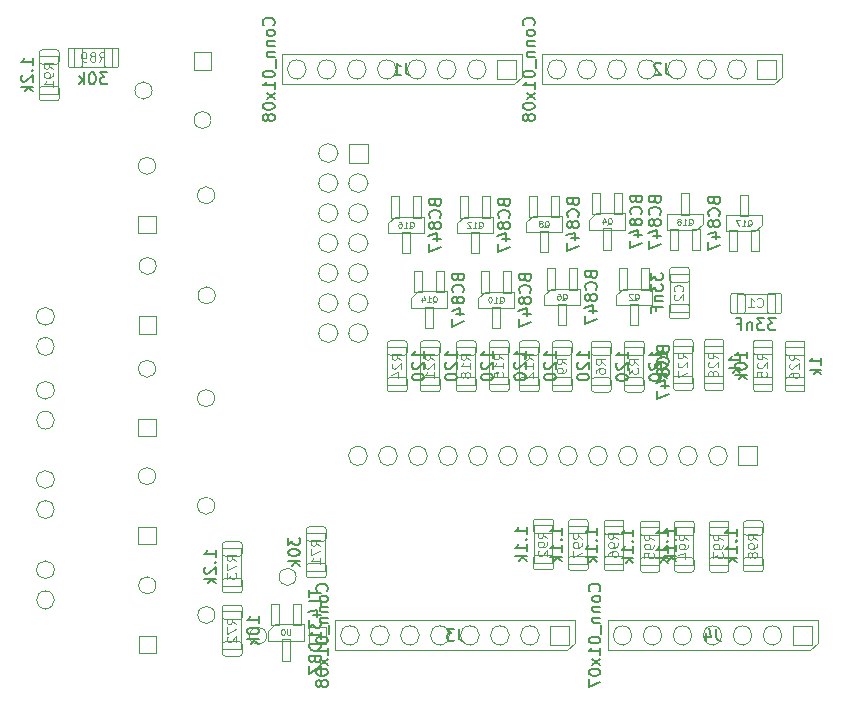
<source format=gbr>
%TF.GenerationSoftware,KiCad,Pcbnew,6.0.0*%
%TF.CreationDate,2022-04-09T17:08:56-03:00*%
%TF.ProjectId,cwc5.5,63776335-2e35-42e6-9b69-6361645f7063,rev?*%
%TF.SameCoordinates,Original*%
%TF.FileFunction,AssemblyDrawing,Bot*%
%FSLAX46Y46*%
G04 Gerber Fmt 4.6, Leading zero omitted, Abs format (unit mm)*
G04 Created by KiCad (PCBNEW 6.0.0) date 2022-04-09 17:08:56*
%MOMM*%
%LPD*%
G01*
G04 APERTURE LIST*
%ADD10C,0.150000*%
%ADD11C,0.120000*%
%ADD12C,0.075000*%
%ADD13C,0.100000*%
%ADD14C,0.100000*%
%TD*%
G04 APERTURE END LIST*
D10*
%TO.C,R9*%
X48500380Y-27019333D02*
X48500380Y-26447904D01*
X48500380Y-26733619D02*
X47500380Y-26733619D01*
X47643238Y-26638380D01*
X47738476Y-26543142D01*
X47786095Y-26447904D01*
X47595619Y-27400285D02*
X47548000Y-27447904D01*
X47500380Y-27543142D01*
X47500380Y-27781238D01*
X47548000Y-27876476D01*
X47595619Y-27924095D01*
X47690857Y-27971714D01*
X47786095Y-27971714D01*
X47928952Y-27924095D01*
X48500380Y-27352666D01*
X48500380Y-27971714D01*
X47500380Y-28590761D02*
X47500380Y-28686000D01*
X47548000Y-28781238D01*
X47595619Y-28828857D01*
X47690857Y-28876476D01*
X47881333Y-28924095D01*
X48119428Y-28924095D01*
X48309904Y-28876476D01*
X48405142Y-28828857D01*
X48452761Y-28781238D01*
X48500380Y-28686000D01*
X48500380Y-28590761D01*
X48452761Y-28495523D01*
X48405142Y-28447904D01*
X48309904Y-28400285D01*
X48119428Y-28352666D01*
X47881333Y-28352666D01*
X47690857Y-28400285D01*
X47595619Y-28447904D01*
X47548000Y-28495523D01*
X47500380Y-28590761D01*
D11*
X46589904Y-27552666D02*
X46208952Y-27286000D01*
X46589904Y-27095523D02*
X45789904Y-27095523D01*
X45789904Y-27400285D01*
X45828000Y-27476476D01*
X45866095Y-27514571D01*
X45942285Y-27552666D01*
X46056571Y-27552666D01*
X46132761Y-27514571D01*
X46170857Y-27476476D01*
X46208952Y-27400285D01*
X46208952Y-27095523D01*
X46589904Y-27933619D02*
X46589904Y-28086000D01*
X46551809Y-28162190D01*
X46513714Y-28200285D01*
X46399428Y-28276476D01*
X46247047Y-28314571D01*
X45942285Y-28314571D01*
X45866095Y-28276476D01*
X45828000Y-28238380D01*
X45789904Y-28162190D01*
X45789904Y-28009809D01*
X45828000Y-27933619D01*
X45866095Y-27895523D01*
X45942285Y-27857428D01*
X46132761Y-27857428D01*
X46208952Y-27895523D01*
X46247047Y-27933619D01*
X46285142Y-28009809D01*
X46285142Y-28162190D01*
X46247047Y-28238380D01*
X46208952Y-28276476D01*
X46132761Y-28314571D01*
D10*
%TO.C,Q10*%
X43068571Y-20240857D02*
X43116190Y-20383714D01*
X43163809Y-20431333D01*
X43259047Y-20478952D01*
X43401904Y-20478952D01*
X43497142Y-20431333D01*
X43544761Y-20383714D01*
X43592380Y-20288476D01*
X43592380Y-19907523D01*
X42592380Y-19907523D01*
X42592380Y-20240857D01*
X42640000Y-20336095D01*
X42687619Y-20383714D01*
X42782857Y-20431333D01*
X42878095Y-20431333D01*
X42973333Y-20383714D01*
X43020952Y-20336095D01*
X43068571Y-20240857D01*
X43068571Y-19907523D01*
X43497142Y-21478952D02*
X43544761Y-21431333D01*
X43592380Y-21288476D01*
X43592380Y-21193238D01*
X43544761Y-21050380D01*
X43449523Y-20955142D01*
X43354285Y-20907523D01*
X43163809Y-20859904D01*
X43020952Y-20859904D01*
X42830476Y-20907523D01*
X42735238Y-20955142D01*
X42640000Y-21050380D01*
X42592380Y-21193238D01*
X42592380Y-21288476D01*
X42640000Y-21431333D01*
X42687619Y-21478952D01*
X43020952Y-22050380D02*
X42973333Y-21955142D01*
X42925714Y-21907523D01*
X42830476Y-21859904D01*
X42782857Y-21859904D01*
X42687619Y-21907523D01*
X42640000Y-21955142D01*
X42592380Y-22050380D01*
X42592380Y-22240857D01*
X42640000Y-22336095D01*
X42687619Y-22383714D01*
X42782857Y-22431333D01*
X42830476Y-22431333D01*
X42925714Y-22383714D01*
X42973333Y-22336095D01*
X43020952Y-22240857D01*
X43020952Y-22050380D01*
X43068571Y-21955142D01*
X43116190Y-21907523D01*
X43211428Y-21859904D01*
X43401904Y-21859904D01*
X43497142Y-21907523D01*
X43544761Y-21955142D01*
X43592380Y-22050380D01*
X43592380Y-22240857D01*
X43544761Y-22336095D01*
X43497142Y-22383714D01*
X43401904Y-22431333D01*
X43211428Y-22431333D01*
X43116190Y-22383714D01*
X43068571Y-22336095D01*
X43020952Y-22240857D01*
X42925714Y-23288476D02*
X43592380Y-23288476D01*
X42544761Y-23050380D02*
X43259047Y-22812285D01*
X43259047Y-23431333D01*
X42592380Y-23717047D02*
X42592380Y-24383714D01*
X43592380Y-23955142D01*
D12*
X40925714Y-22371809D02*
X40973333Y-22348000D01*
X41020952Y-22300380D01*
X41092380Y-22228952D01*
X41140000Y-22205142D01*
X41187619Y-22205142D01*
X41163809Y-22324190D02*
X41211428Y-22300380D01*
X41259047Y-22252761D01*
X41282857Y-22157523D01*
X41282857Y-21990857D01*
X41259047Y-21895619D01*
X41211428Y-21848000D01*
X41163809Y-21824190D01*
X41068571Y-21824190D01*
X41020952Y-21848000D01*
X40973333Y-21895619D01*
X40949523Y-21990857D01*
X40949523Y-22157523D01*
X40973333Y-22252761D01*
X41020952Y-22300380D01*
X41068571Y-22324190D01*
X41163809Y-22324190D01*
X40473333Y-22324190D02*
X40759047Y-22324190D01*
X40616190Y-22324190D02*
X40616190Y-21824190D01*
X40663809Y-21895619D01*
X40711428Y-21943238D01*
X40759047Y-21967047D01*
X40163809Y-21824190D02*
X40116190Y-21824190D01*
X40068571Y-21848000D01*
X40044761Y-21871809D01*
X40020952Y-21919428D01*
X39997142Y-22014666D01*
X39997142Y-22133714D01*
X40020952Y-22228952D01*
X40044761Y-22276571D01*
X40068571Y-22300380D01*
X40116190Y-22324190D01*
X40163809Y-22324190D01*
X40211428Y-22300380D01*
X40235238Y-22276571D01*
X40259047Y-22228952D01*
X40282857Y-22133714D01*
X40282857Y-22014666D01*
X40259047Y-21919428D01*
X40235238Y-21871809D01*
X40211428Y-21848000D01*
X40163809Y-21824190D01*
D10*
%TO.C,R12*%
X45706380Y-27019333D02*
X45706380Y-26447904D01*
X45706380Y-26733619D02*
X44706380Y-26733619D01*
X44849238Y-26638380D01*
X44944476Y-26543142D01*
X44992095Y-26447904D01*
X44801619Y-27400285D02*
X44754000Y-27447904D01*
X44706380Y-27543142D01*
X44706380Y-27781238D01*
X44754000Y-27876476D01*
X44801619Y-27924095D01*
X44896857Y-27971714D01*
X44992095Y-27971714D01*
X45134952Y-27924095D01*
X45706380Y-27352666D01*
X45706380Y-27971714D01*
X44706380Y-28590761D02*
X44706380Y-28686000D01*
X44754000Y-28781238D01*
X44801619Y-28828857D01*
X44896857Y-28876476D01*
X45087333Y-28924095D01*
X45325428Y-28924095D01*
X45515904Y-28876476D01*
X45611142Y-28828857D01*
X45658761Y-28781238D01*
X45706380Y-28686000D01*
X45706380Y-28590761D01*
X45658761Y-28495523D01*
X45611142Y-28447904D01*
X45515904Y-28400285D01*
X45325428Y-28352666D01*
X45087333Y-28352666D01*
X44896857Y-28400285D01*
X44801619Y-28447904D01*
X44754000Y-28495523D01*
X44706380Y-28590761D01*
D11*
X43795904Y-27171714D02*
X43414952Y-26905047D01*
X43795904Y-26714571D02*
X42995904Y-26714571D01*
X42995904Y-27019333D01*
X43034000Y-27095523D01*
X43072095Y-27133619D01*
X43148285Y-27171714D01*
X43262571Y-27171714D01*
X43338761Y-27133619D01*
X43376857Y-27095523D01*
X43414952Y-27019333D01*
X43414952Y-26714571D01*
X43795904Y-27933619D02*
X43795904Y-27476476D01*
X43795904Y-27705047D02*
X42995904Y-27705047D01*
X43110190Y-27628857D01*
X43186380Y-27552666D01*
X43224476Y-27476476D01*
X43072095Y-28238380D02*
X43034000Y-28276476D01*
X42995904Y-28352666D01*
X42995904Y-28543142D01*
X43034000Y-28619333D01*
X43072095Y-28657428D01*
X43148285Y-28695523D01*
X43224476Y-28695523D01*
X43338761Y-28657428D01*
X43795904Y-28200285D01*
X43795904Y-28695523D01*
D10*
%TO.C,Q17*%
X59078571Y-13742857D02*
X59126190Y-13885714D01*
X59173809Y-13933333D01*
X59269047Y-13980952D01*
X59411904Y-13980952D01*
X59507142Y-13933333D01*
X59554761Y-13885714D01*
X59602380Y-13790476D01*
X59602380Y-13409523D01*
X58602380Y-13409523D01*
X58602380Y-13742857D01*
X58650000Y-13838095D01*
X58697619Y-13885714D01*
X58792857Y-13933333D01*
X58888095Y-13933333D01*
X58983333Y-13885714D01*
X59030952Y-13838095D01*
X59078571Y-13742857D01*
X59078571Y-13409523D01*
X59507142Y-14980952D02*
X59554761Y-14933333D01*
X59602380Y-14790476D01*
X59602380Y-14695238D01*
X59554761Y-14552380D01*
X59459523Y-14457142D01*
X59364285Y-14409523D01*
X59173809Y-14361904D01*
X59030952Y-14361904D01*
X58840476Y-14409523D01*
X58745238Y-14457142D01*
X58650000Y-14552380D01*
X58602380Y-14695238D01*
X58602380Y-14790476D01*
X58650000Y-14933333D01*
X58697619Y-14980952D01*
X59030952Y-15552380D02*
X58983333Y-15457142D01*
X58935714Y-15409523D01*
X58840476Y-15361904D01*
X58792857Y-15361904D01*
X58697619Y-15409523D01*
X58650000Y-15457142D01*
X58602380Y-15552380D01*
X58602380Y-15742857D01*
X58650000Y-15838095D01*
X58697619Y-15885714D01*
X58792857Y-15933333D01*
X58840476Y-15933333D01*
X58935714Y-15885714D01*
X58983333Y-15838095D01*
X59030952Y-15742857D01*
X59030952Y-15552380D01*
X59078571Y-15457142D01*
X59126190Y-15409523D01*
X59221428Y-15361904D01*
X59411904Y-15361904D01*
X59507142Y-15409523D01*
X59554761Y-15457142D01*
X59602380Y-15552380D01*
X59602380Y-15742857D01*
X59554761Y-15838095D01*
X59507142Y-15885714D01*
X59411904Y-15933333D01*
X59221428Y-15933333D01*
X59126190Y-15885714D01*
X59078571Y-15838095D01*
X59030952Y-15742857D01*
X58935714Y-16790476D02*
X59602380Y-16790476D01*
X58554761Y-16552380D02*
X59269047Y-16314285D01*
X59269047Y-16933333D01*
X58602380Y-17219047D02*
X58602380Y-17885714D01*
X59602380Y-17457142D01*
D12*
X61935714Y-15873809D02*
X61983333Y-15850000D01*
X62030952Y-15802380D01*
X62102380Y-15730952D01*
X62150000Y-15707142D01*
X62197619Y-15707142D01*
X62173809Y-15826190D02*
X62221428Y-15802380D01*
X62269047Y-15754761D01*
X62292857Y-15659523D01*
X62292857Y-15492857D01*
X62269047Y-15397619D01*
X62221428Y-15350000D01*
X62173809Y-15326190D01*
X62078571Y-15326190D01*
X62030952Y-15350000D01*
X61983333Y-15397619D01*
X61959523Y-15492857D01*
X61959523Y-15659523D01*
X61983333Y-15754761D01*
X62030952Y-15802380D01*
X62078571Y-15826190D01*
X62173809Y-15826190D01*
X61483333Y-15826190D02*
X61769047Y-15826190D01*
X61626190Y-15826190D02*
X61626190Y-15326190D01*
X61673809Y-15397619D01*
X61721428Y-15445238D01*
X61769047Y-15469047D01*
X61316666Y-15326190D02*
X60983333Y-15326190D01*
X61197619Y-15826190D01*
D10*
%TO.C,R26*%
X68197380Y-27580952D02*
X68197380Y-27009523D01*
X68197380Y-27295238D02*
X67197380Y-27295238D01*
X67340238Y-27200000D01*
X67435476Y-27104761D01*
X67483095Y-27009523D01*
X68197380Y-28009523D02*
X67197380Y-28009523D01*
X67816428Y-28104761D02*
X68197380Y-28390476D01*
X67530714Y-28390476D02*
X67911666Y-28009523D01*
D11*
X66286904Y-27185714D02*
X65905952Y-26919047D01*
X66286904Y-26728571D02*
X65486904Y-26728571D01*
X65486904Y-27033333D01*
X65525000Y-27109523D01*
X65563095Y-27147619D01*
X65639285Y-27185714D01*
X65753571Y-27185714D01*
X65829761Y-27147619D01*
X65867857Y-27109523D01*
X65905952Y-27033333D01*
X65905952Y-26728571D01*
X65563095Y-27490476D02*
X65525000Y-27528571D01*
X65486904Y-27604761D01*
X65486904Y-27795238D01*
X65525000Y-27871428D01*
X65563095Y-27909523D01*
X65639285Y-27947619D01*
X65715476Y-27947619D01*
X65829761Y-27909523D01*
X66286904Y-27452380D01*
X66286904Y-27947619D01*
X65486904Y-28633333D02*
X65486904Y-28480952D01*
X65525000Y-28404761D01*
X65563095Y-28366666D01*
X65677380Y-28290476D01*
X65829761Y-28252380D01*
X66134523Y-28252380D01*
X66210714Y-28290476D01*
X66248809Y-28328571D01*
X66286904Y-28404761D01*
X66286904Y-28557142D01*
X66248809Y-28633333D01*
X66210714Y-28671428D01*
X66134523Y-28709523D01*
X65944047Y-28709523D01*
X65867857Y-28671428D01*
X65829761Y-28633333D01*
X65791666Y-28557142D01*
X65791666Y-28404761D01*
X65829761Y-28328571D01*
X65867857Y-28290476D01*
X65944047Y-28252380D01*
D10*
%TO.C,Q12*%
X41290571Y-13890857D02*
X41338190Y-14033714D01*
X41385809Y-14081333D01*
X41481047Y-14128952D01*
X41623904Y-14128952D01*
X41719142Y-14081333D01*
X41766761Y-14033714D01*
X41814380Y-13938476D01*
X41814380Y-13557523D01*
X40814380Y-13557523D01*
X40814380Y-13890857D01*
X40862000Y-13986095D01*
X40909619Y-14033714D01*
X41004857Y-14081333D01*
X41100095Y-14081333D01*
X41195333Y-14033714D01*
X41242952Y-13986095D01*
X41290571Y-13890857D01*
X41290571Y-13557523D01*
X41719142Y-15128952D02*
X41766761Y-15081333D01*
X41814380Y-14938476D01*
X41814380Y-14843238D01*
X41766761Y-14700380D01*
X41671523Y-14605142D01*
X41576285Y-14557523D01*
X41385809Y-14509904D01*
X41242952Y-14509904D01*
X41052476Y-14557523D01*
X40957238Y-14605142D01*
X40862000Y-14700380D01*
X40814380Y-14843238D01*
X40814380Y-14938476D01*
X40862000Y-15081333D01*
X40909619Y-15128952D01*
X41242952Y-15700380D02*
X41195333Y-15605142D01*
X41147714Y-15557523D01*
X41052476Y-15509904D01*
X41004857Y-15509904D01*
X40909619Y-15557523D01*
X40862000Y-15605142D01*
X40814380Y-15700380D01*
X40814380Y-15890857D01*
X40862000Y-15986095D01*
X40909619Y-16033714D01*
X41004857Y-16081333D01*
X41052476Y-16081333D01*
X41147714Y-16033714D01*
X41195333Y-15986095D01*
X41242952Y-15890857D01*
X41242952Y-15700380D01*
X41290571Y-15605142D01*
X41338190Y-15557523D01*
X41433428Y-15509904D01*
X41623904Y-15509904D01*
X41719142Y-15557523D01*
X41766761Y-15605142D01*
X41814380Y-15700380D01*
X41814380Y-15890857D01*
X41766761Y-15986095D01*
X41719142Y-16033714D01*
X41623904Y-16081333D01*
X41433428Y-16081333D01*
X41338190Y-16033714D01*
X41290571Y-15986095D01*
X41242952Y-15890857D01*
X41147714Y-16938476D02*
X41814380Y-16938476D01*
X40766761Y-16700380D02*
X41481047Y-16462285D01*
X41481047Y-17081333D01*
X40814380Y-17367047D02*
X40814380Y-18033714D01*
X41814380Y-17605142D01*
D12*
X39147714Y-16021809D02*
X39195333Y-15998000D01*
X39242952Y-15950380D01*
X39314380Y-15878952D01*
X39362000Y-15855142D01*
X39409619Y-15855142D01*
X39385809Y-15974190D02*
X39433428Y-15950380D01*
X39481047Y-15902761D01*
X39504857Y-15807523D01*
X39504857Y-15640857D01*
X39481047Y-15545619D01*
X39433428Y-15498000D01*
X39385809Y-15474190D01*
X39290571Y-15474190D01*
X39242952Y-15498000D01*
X39195333Y-15545619D01*
X39171523Y-15640857D01*
X39171523Y-15807523D01*
X39195333Y-15902761D01*
X39242952Y-15950380D01*
X39290571Y-15974190D01*
X39385809Y-15974190D01*
X38695333Y-15974190D02*
X38981047Y-15974190D01*
X38838190Y-15974190D02*
X38838190Y-15474190D01*
X38885809Y-15545619D01*
X38933428Y-15593238D01*
X38981047Y-15617047D01*
X38504857Y-15521809D02*
X38481047Y-15498000D01*
X38433428Y-15474190D01*
X38314380Y-15474190D01*
X38266761Y-15498000D01*
X38242952Y-15521809D01*
X38219142Y-15569428D01*
X38219142Y-15617047D01*
X38242952Y-15688476D01*
X38528666Y-15974190D01*
X38219142Y-15974190D01*
D10*
%TO.C,R28*%
X61347380Y-27455952D02*
X61347380Y-26884523D01*
X61347380Y-27170238D02*
X60347380Y-27170238D01*
X60490238Y-27075000D01*
X60585476Y-26979761D01*
X60633095Y-26884523D01*
X61347380Y-27884523D02*
X60347380Y-27884523D01*
X60966428Y-27979761D02*
X61347380Y-28265476D01*
X60680714Y-28265476D02*
X61061666Y-27884523D01*
D11*
X59436904Y-27060714D02*
X59055952Y-26794047D01*
X59436904Y-26603571D02*
X58636904Y-26603571D01*
X58636904Y-26908333D01*
X58675000Y-26984523D01*
X58713095Y-27022619D01*
X58789285Y-27060714D01*
X58903571Y-27060714D01*
X58979761Y-27022619D01*
X59017857Y-26984523D01*
X59055952Y-26908333D01*
X59055952Y-26603571D01*
X58713095Y-27365476D02*
X58675000Y-27403571D01*
X58636904Y-27479761D01*
X58636904Y-27670238D01*
X58675000Y-27746428D01*
X58713095Y-27784523D01*
X58789285Y-27822619D01*
X58865476Y-27822619D01*
X58979761Y-27784523D01*
X59436904Y-27327380D01*
X59436904Y-27822619D01*
X58979761Y-28279761D02*
X58941666Y-28203571D01*
X58903571Y-28165476D01*
X58827380Y-28127380D01*
X58789285Y-28127380D01*
X58713095Y-28165476D01*
X58675000Y-28203571D01*
X58636904Y-28279761D01*
X58636904Y-28432142D01*
X58675000Y-28508333D01*
X58713095Y-28546428D01*
X58789285Y-28584523D01*
X58827380Y-28584523D01*
X58903571Y-28546428D01*
X58941666Y-28508333D01*
X58979761Y-28432142D01*
X58979761Y-28279761D01*
X59017857Y-28203571D01*
X59055952Y-28165476D01*
X59132142Y-28127380D01*
X59284523Y-28127380D01*
X59360714Y-28165476D01*
X59398809Y-28203571D01*
X59436904Y-28279761D01*
X59436904Y-28432142D01*
X59398809Y-28508333D01*
X59360714Y-28546428D01*
X59284523Y-28584523D01*
X59132142Y-28584523D01*
X59055952Y-28546428D01*
X59017857Y-28508333D01*
X58979761Y-28432142D01*
D10*
%TO.C,R91*%
X1426380Y-2214666D02*
X1426380Y-1643238D01*
X1426380Y-1928952D02*
X426380Y-1928952D01*
X569238Y-1833714D01*
X664476Y-1738476D01*
X712095Y-1643238D01*
X1331142Y-2643238D02*
X1378761Y-2690857D01*
X1426380Y-2643238D01*
X1378761Y-2595619D01*
X1331142Y-2643238D01*
X1426380Y-2643238D01*
X521619Y-3071809D02*
X474000Y-3119428D01*
X426380Y-3214666D01*
X426380Y-3452761D01*
X473999Y-3548000D01*
X521619Y-3595619D01*
X616857Y-3643238D01*
X712095Y-3643238D01*
X854952Y-3595619D01*
X1426380Y-3024190D01*
X1426380Y-3643238D01*
X1426380Y-4071809D02*
X426380Y-4071809D01*
X1045428Y-4167047D02*
X1426380Y-4452761D01*
X759714Y-4452761D02*
X1140666Y-4071809D01*
D11*
X3155904Y-2533714D02*
X2774952Y-2267047D01*
X3155904Y-2076571D02*
X2355904Y-2076571D01*
X2355904Y-2381333D01*
X2394000Y-2457523D01*
X2432095Y-2495619D01*
X2508285Y-2533714D01*
X2622571Y-2533714D01*
X2698761Y-2495619D01*
X2736857Y-2457523D01*
X2774952Y-2381333D01*
X2774952Y-2076571D01*
X3155904Y-2914666D02*
X3155904Y-3067047D01*
X3117809Y-3143238D01*
X3079714Y-3181333D01*
X2965428Y-3257523D01*
X2813047Y-3295619D01*
X2508285Y-3295619D01*
X2432095Y-3257523D01*
X2394000Y-3219428D01*
X2355904Y-3143238D01*
X2355904Y-2990857D01*
X2394000Y-2914666D01*
X2432095Y-2876571D01*
X2508285Y-2838476D01*
X2698761Y-2838476D01*
X2774952Y-2876571D01*
X2813047Y-2914666D01*
X2851142Y-2990857D01*
X2851142Y-3143238D01*
X2813047Y-3219428D01*
X2774952Y-3257523D01*
X2698761Y-3295619D01*
X3155904Y-4057523D02*
X3155904Y-3600380D01*
X3155904Y-3828952D02*
X2355904Y-3828952D01*
X2470190Y-3752761D01*
X2546380Y-3676571D01*
X2584476Y-3600380D01*
D10*
%TO.C,R97*%
X46207380Y-41991666D02*
X46207380Y-41420238D01*
X46207380Y-41705952D02*
X45207380Y-41705952D01*
X45350238Y-41610714D01*
X45445476Y-41515476D01*
X45493095Y-41420238D01*
X46112142Y-42420238D02*
X46159761Y-42467857D01*
X46207380Y-42420238D01*
X46159761Y-42372619D01*
X46112142Y-42420238D01*
X46207380Y-42420238D01*
X46207380Y-43420238D02*
X46207380Y-42848809D01*
X46207380Y-43134523D02*
X45207380Y-43134523D01*
X45350238Y-43039285D01*
X45445476Y-42944047D01*
X45493095Y-42848809D01*
X46207380Y-43848809D02*
X45207380Y-43848809D01*
X45826428Y-43944047D02*
X46207380Y-44229761D01*
X45540714Y-44229761D02*
X45921666Y-43848809D01*
D11*
X47936904Y-42310714D02*
X47555952Y-42044047D01*
X47936904Y-41853571D02*
X47136904Y-41853571D01*
X47136904Y-42158333D01*
X47175000Y-42234523D01*
X47213095Y-42272619D01*
X47289285Y-42310714D01*
X47403571Y-42310714D01*
X47479761Y-42272619D01*
X47517857Y-42234523D01*
X47555952Y-42158333D01*
X47555952Y-41853571D01*
X47936904Y-42691666D02*
X47936904Y-42844047D01*
X47898809Y-42920238D01*
X47860714Y-42958333D01*
X47746428Y-43034523D01*
X47594047Y-43072619D01*
X47289285Y-43072619D01*
X47213095Y-43034523D01*
X47175000Y-42996428D01*
X47136904Y-42920238D01*
X47136904Y-42767857D01*
X47175000Y-42691666D01*
X47213095Y-42653571D01*
X47289285Y-42615476D01*
X47479761Y-42615476D01*
X47555952Y-42653571D01*
X47594047Y-42691666D01*
X47632142Y-42767857D01*
X47632142Y-42920238D01*
X47594047Y-42996428D01*
X47555952Y-43034523D01*
X47479761Y-43072619D01*
X47136904Y-43339285D02*
X47136904Y-43872619D01*
X47936904Y-43529761D01*
D10*
%TO.C,J1*%
X21807142Y1158095D02*
X21854761Y1205714D01*
X21902380Y1348571D01*
X21902380Y1443809D01*
X21854761Y1586666D01*
X21759523Y1681904D01*
X21664285Y1729523D01*
X21473809Y1777142D01*
X21330952Y1777142D01*
X21140476Y1729523D01*
X21045238Y1681904D01*
X20950000Y1586666D01*
X20902380Y1443809D01*
X20902380Y1348571D01*
X20950000Y1205714D01*
X20997619Y1158095D01*
X21902380Y586666D02*
X21854761Y681904D01*
X21807142Y729523D01*
X21711904Y777142D01*
X21426190Y777142D01*
X21330952Y729523D01*
X21283333Y681904D01*
X21235714Y586666D01*
X21235714Y443809D01*
X21283333Y348571D01*
X21330952Y300952D01*
X21426190Y253333D01*
X21711904Y253333D01*
X21807142Y300952D01*
X21854761Y348571D01*
X21902380Y443809D01*
X21902380Y586666D01*
X21235714Y-175238D02*
X21902380Y-175238D01*
X21330952Y-175238D02*
X21283333Y-222857D01*
X21235714Y-318095D01*
X21235714Y-460952D01*
X21283333Y-556190D01*
X21378571Y-603809D01*
X21902380Y-603809D01*
X21235714Y-1080000D02*
X21902380Y-1080000D01*
X21330952Y-1080000D02*
X21283333Y-1127619D01*
X21235714Y-1222857D01*
X21235714Y-1365714D01*
X21283333Y-1460952D01*
X21378571Y-1508571D01*
X21902380Y-1508571D01*
X21997619Y-1746666D02*
X21997619Y-2508571D01*
X20902380Y-2937142D02*
X20902380Y-3032380D01*
X20950000Y-3127619D01*
X20997619Y-3175238D01*
X21092857Y-3222857D01*
X21283333Y-3270476D01*
X21521428Y-3270476D01*
X21711904Y-3222857D01*
X21807142Y-3175238D01*
X21854761Y-3127619D01*
X21902380Y-3032380D01*
X21902380Y-2937142D01*
X21854761Y-2841904D01*
X21807142Y-2794285D01*
X21711904Y-2746666D01*
X21521428Y-2699047D01*
X21283333Y-2699047D01*
X21092857Y-2746666D01*
X20997619Y-2794285D01*
X20950000Y-2841904D01*
X20902380Y-2937142D01*
X21902380Y-4222857D02*
X21902380Y-3651428D01*
X21902380Y-3937142D02*
X20902380Y-3937142D01*
X21045238Y-3841904D01*
X21140476Y-3746666D01*
X21188095Y-3651428D01*
X21902380Y-4556190D02*
X21235714Y-5080000D01*
X21235714Y-4556190D02*
X21902380Y-5080000D01*
X20902380Y-5651428D02*
X20902380Y-5746666D01*
X20950000Y-5841904D01*
X20997619Y-5889523D01*
X21092857Y-5937142D01*
X21283333Y-5984761D01*
X21521428Y-5984761D01*
X21711904Y-5937142D01*
X21807142Y-5889523D01*
X21854761Y-5841904D01*
X21902380Y-5746666D01*
X21902380Y-5651428D01*
X21854761Y-5556190D01*
X21807142Y-5508571D01*
X21711904Y-5460952D01*
X21521428Y-5413333D01*
X21283333Y-5413333D01*
X21092857Y-5460952D01*
X20997619Y-5508571D01*
X20950000Y-5556190D01*
X20902380Y-5651428D01*
X21330952Y-6556190D02*
X21283333Y-6460952D01*
X21235714Y-6413333D01*
X21140476Y-6365714D01*
X21092857Y-6365714D01*
X20997619Y-6413333D01*
X20950000Y-6460952D01*
X20902380Y-6556190D01*
X20902380Y-6746666D01*
X20950000Y-6841904D01*
X20997619Y-6889523D01*
X21092857Y-6937142D01*
X21140476Y-6937142D01*
X21235714Y-6889523D01*
X21283333Y-6841904D01*
X21330952Y-6746666D01*
X21330952Y-6556190D01*
X21378571Y-6460952D01*
X21426190Y-6413333D01*
X21521428Y-6365714D01*
X21711904Y-6365714D01*
X21807142Y-6413333D01*
X21854761Y-6460952D01*
X21902380Y-6556190D01*
X21902380Y-6746666D01*
X21854761Y-6841904D01*
X21807142Y-6889523D01*
X21711904Y-6937142D01*
X21521428Y-6937142D01*
X21426190Y-6889523D01*
X21378571Y-6841904D01*
X21330952Y-6746666D01*
X33003333Y-2032380D02*
X33003333Y-2746666D01*
X33050952Y-2889523D01*
X33146190Y-2984761D01*
X33289047Y-3032380D01*
X33384285Y-3032380D01*
X32003333Y-3032380D02*
X32574761Y-3032380D01*
X32289047Y-3032380D02*
X32289047Y-2032380D01*
X32384285Y-2175238D01*
X32479523Y-2270476D01*
X32574761Y-2318095D01*
%TO.C,R3*%
X54596380Y-27045333D02*
X54596380Y-26473904D01*
X54596380Y-26759619D02*
X53596380Y-26759619D01*
X53739238Y-26664380D01*
X53834476Y-26569142D01*
X53882095Y-26473904D01*
X53691619Y-27426285D02*
X53644000Y-27473904D01*
X53596380Y-27569142D01*
X53596380Y-27807238D01*
X53644000Y-27902476D01*
X53691619Y-27950095D01*
X53786857Y-27997714D01*
X53882095Y-27997714D01*
X54024952Y-27950095D01*
X54596380Y-27378666D01*
X54596380Y-27997714D01*
X53596380Y-28616761D02*
X53596380Y-28712000D01*
X53644000Y-28807238D01*
X53691619Y-28854857D01*
X53786857Y-28902476D01*
X53977333Y-28950095D01*
X54215428Y-28950095D01*
X54405904Y-28902476D01*
X54501142Y-28854857D01*
X54548761Y-28807238D01*
X54596380Y-28712000D01*
X54596380Y-28616761D01*
X54548761Y-28521523D01*
X54501142Y-28473904D01*
X54405904Y-28426285D01*
X54215428Y-28378666D01*
X53977333Y-28378666D01*
X53786857Y-28426285D01*
X53691619Y-28473904D01*
X53644000Y-28521523D01*
X53596380Y-28616761D01*
D11*
X52685904Y-27578666D02*
X52304952Y-27312000D01*
X52685904Y-27121523D02*
X51885904Y-27121523D01*
X51885904Y-27426285D01*
X51924000Y-27502476D01*
X51962095Y-27540571D01*
X52038285Y-27578666D01*
X52152571Y-27578666D01*
X52228761Y-27540571D01*
X52266857Y-27502476D01*
X52304952Y-27426285D01*
X52304952Y-27121523D01*
X51885904Y-27845333D02*
X51885904Y-28340571D01*
X52190666Y-28073904D01*
X52190666Y-28188190D01*
X52228761Y-28264380D01*
X52266857Y-28302476D01*
X52343047Y-28340571D01*
X52533523Y-28340571D01*
X52609714Y-28302476D01*
X52647809Y-28264380D01*
X52685904Y-28188190D01*
X52685904Y-27959619D01*
X52647809Y-27883428D01*
X52609714Y-27845333D01*
D10*
%TO.C,C1*%
X64327976Y-23677380D02*
X63708928Y-23677380D01*
X64042261Y-24058333D01*
X63899404Y-24058333D01*
X63804166Y-24105952D01*
X63756547Y-24153571D01*
X63708928Y-24248809D01*
X63708928Y-24486904D01*
X63756547Y-24582142D01*
X63804166Y-24629761D01*
X63899404Y-24677380D01*
X64185119Y-24677380D01*
X64280357Y-24629761D01*
X64327976Y-24582142D01*
X63375595Y-23677380D02*
X62756547Y-23677380D01*
X63089880Y-24058333D01*
X62947023Y-24058333D01*
X62851785Y-24105952D01*
X62804166Y-24153571D01*
X62756547Y-24248809D01*
X62756547Y-24486904D01*
X62804166Y-24582142D01*
X62851785Y-24629761D01*
X62947023Y-24677380D01*
X63232738Y-24677380D01*
X63327976Y-24629761D01*
X63375595Y-24582142D01*
X62327976Y-24010714D02*
X62327976Y-24677380D01*
X62327976Y-24105952D02*
X62280357Y-24058333D01*
X62185119Y-24010714D01*
X62042261Y-24010714D01*
X61947023Y-24058333D01*
X61899404Y-24153571D01*
X61899404Y-24677380D01*
X61089880Y-24153571D02*
X61423214Y-24153571D01*
X61423214Y-24677380D02*
X61423214Y-23677380D01*
X60947023Y-23677380D01*
D11*
X62770833Y-22660714D02*
X62808928Y-22698809D01*
X62923214Y-22736904D01*
X62999404Y-22736904D01*
X63113690Y-22698809D01*
X63189880Y-22622619D01*
X63227976Y-22546428D01*
X63266071Y-22394047D01*
X63266071Y-22279761D01*
X63227976Y-22127380D01*
X63189880Y-22051190D01*
X63113690Y-21975000D01*
X62999404Y-21936904D01*
X62923214Y-21936904D01*
X62808928Y-21975000D01*
X62770833Y-22013095D01*
X62008928Y-22736904D02*
X62466071Y-22736904D01*
X62237500Y-22736904D02*
X62237500Y-21936904D01*
X62313690Y-22051190D01*
X62389880Y-22127380D01*
X62466071Y-22165476D01*
D10*
%TO.C,Q2*%
X54752571Y-26336857D02*
X54800190Y-26479714D01*
X54847809Y-26527333D01*
X54943047Y-26574952D01*
X55085904Y-26574952D01*
X55181142Y-26527333D01*
X55228761Y-26479714D01*
X55276380Y-26384476D01*
X55276380Y-26003523D01*
X54276380Y-26003523D01*
X54276380Y-26336857D01*
X54324000Y-26432095D01*
X54371619Y-26479714D01*
X54466857Y-26527333D01*
X54562095Y-26527333D01*
X54657333Y-26479714D01*
X54704952Y-26432095D01*
X54752571Y-26336857D01*
X54752571Y-26003523D01*
X55181142Y-27574952D02*
X55228761Y-27527333D01*
X55276380Y-27384476D01*
X55276380Y-27289238D01*
X55228761Y-27146380D01*
X55133523Y-27051142D01*
X55038285Y-27003523D01*
X54847809Y-26955904D01*
X54704952Y-26955904D01*
X54514476Y-27003523D01*
X54419238Y-27051142D01*
X54324000Y-27146380D01*
X54276380Y-27289238D01*
X54276380Y-27384476D01*
X54324000Y-27527333D01*
X54371619Y-27574952D01*
X54704952Y-28146380D02*
X54657333Y-28051142D01*
X54609714Y-28003523D01*
X54514476Y-27955904D01*
X54466857Y-27955904D01*
X54371619Y-28003523D01*
X54324000Y-28051142D01*
X54276380Y-28146380D01*
X54276380Y-28336857D01*
X54324000Y-28432095D01*
X54371619Y-28479714D01*
X54466857Y-28527333D01*
X54514476Y-28527333D01*
X54609714Y-28479714D01*
X54657333Y-28432095D01*
X54704952Y-28336857D01*
X54704952Y-28146380D01*
X54752571Y-28051142D01*
X54800190Y-28003523D01*
X54895428Y-27955904D01*
X55085904Y-27955904D01*
X55181142Y-28003523D01*
X55228761Y-28051142D01*
X55276380Y-28146380D01*
X55276380Y-28336857D01*
X55228761Y-28432095D01*
X55181142Y-28479714D01*
X55085904Y-28527333D01*
X54895428Y-28527333D01*
X54800190Y-28479714D01*
X54752571Y-28432095D01*
X54704952Y-28336857D01*
X54609714Y-29384476D02*
X55276380Y-29384476D01*
X54228761Y-29146380D02*
X54943047Y-28908285D01*
X54943047Y-29527333D01*
X54276380Y-29813047D02*
X54276380Y-30479714D01*
X55276380Y-30051142D01*
D12*
X52371619Y-22117809D02*
X52419238Y-22094000D01*
X52466857Y-22046380D01*
X52538285Y-21974952D01*
X52585904Y-21951142D01*
X52633523Y-21951142D01*
X52609714Y-22070190D02*
X52657333Y-22046380D01*
X52704952Y-21998761D01*
X52728761Y-21903523D01*
X52728761Y-21736857D01*
X52704952Y-21641619D01*
X52657333Y-21594000D01*
X52609714Y-21570190D01*
X52514476Y-21570190D01*
X52466857Y-21594000D01*
X52419238Y-21641619D01*
X52395428Y-21736857D01*
X52395428Y-21903523D01*
X52419238Y-21998761D01*
X52466857Y-22046380D01*
X52514476Y-22070190D01*
X52609714Y-22070190D01*
X52204952Y-21617809D02*
X52181142Y-21594000D01*
X52133523Y-21570190D01*
X52014476Y-21570190D01*
X51966857Y-21594000D01*
X51943047Y-21617809D01*
X51919238Y-21665428D01*
X51919238Y-21713047D01*
X51943047Y-21784476D01*
X52228761Y-22070190D01*
X51919238Y-22070190D01*
D10*
%TO.C,J4*%
X49387142Y-46761904D02*
X49434761Y-46714285D01*
X49482380Y-46571428D01*
X49482380Y-46476190D01*
X49434761Y-46333333D01*
X49339523Y-46238095D01*
X49244285Y-46190476D01*
X49053809Y-46142857D01*
X48910952Y-46142857D01*
X48720476Y-46190476D01*
X48625238Y-46238095D01*
X48530000Y-46333333D01*
X48482380Y-46476190D01*
X48482380Y-46571428D01*
X48530000Y-46714285D01*
X48577619Y-46761904D01*
X49482380Y-47333333D02*
X49434761Y-47238095D01*
X49387142Y-47190476D01*
X49291904Y-47142857D01*
X49006190Y-47142857D01*
X48910952Y-47190476D01*
X48863333Y-47238095D01*
X48815714Y-47333333D01*
X48815714Y-47476190D01*
X48863333Y-47571428D01*
X48910952Y-47619047D01*
X49006190Y-47666666D01*
X49291904Y-47666666D01*
X49387142Y-47619047D01*
X49434761Y-47571428D01*
X49482380Y-47476190D01*
X49482380Y-47333333D01*
X48815714Y-48095238D02*
X49482380Y-48095238D01*
X48910952Y-48095238D02*
X48863333Y-48142857D01*
X48815714Y-48238095D01*
X48815714Y-48380952D01*
X48863333Y-48476190D01*
X48958571Y-48523809D01*
X49482380Y-48523809D01*
X48815714Y-49000000D02*
X49482380Y-49000000D01*
X48910952Y-49000000D02*
X48863333Y-49047619D01*
X48815714Y-49142857D01*
X48815714Y-49285714D01*
X48863333Y-49380952D01*
X48958571Y-49428571D01*
X49482380Y-49428571D01*
X49577619Y-49666666D02*
X49577619Y-50428571D01*
X48482380Y-50857142D02*
X48482380Y-50952380D01*
X48530000Y-51047619D01*
X48577619Y-51095238D01*
X48672857Y-51142857D01*
X48863333Y-51190476D01*
X49101428Y-51190476D01*
X49291904Y-51142857D01*
X49387142Y-51095238D01*
X49434761Y-51047619D01*
X49482380Y-50952380D01*
X49482380Y-50857142D01*
X49434761Y-50761904D01*
X49387142Y-50714285D01*
X49291904Y-50666666D01*
X49101428Y-50619047D01*
X48863333Y-50619047D01*
X48672857Y-50666666D01*
X48577619Y-50714285D01*
X48530000Y-50761904D01*
X48482380Y-50857142D01*
X49482380Y-52142857D02*
X49482380Y-51571428D01*
X49482380Y-51857142D02*
X48482380Y-51857142D01*
X48625238Y-51761904D01*
X48720476Y-51666666D01*
X48768095Y-51571428D01*
X49482380Y-52476190D02*
X48815714Y-53000000D01*
X48815714Y-52476190D02*
X49482380Y-53000000D01*
X48482380Y-53571428D02*
X48482380Y-53666666D01*
X48530000Y-53761904D01*
X48577619Y-53809523D01*
X48672857Y-53857142D01*
X48863333Y-53904761D01*
X49101428Y-53904761D01*
X49291904Y-53857142D01*
X49387142Y-53809523D01*
X49434761Y-53761904D01*
X49482380Y-53666666D01*
X49482380Y-53571428D01*
X49434761Y-53476190D01*
X49387142Y-53428571D01*
X49291904Y-53380952D01*
X49101428Y-53333333D01*
X48863333Y-53333333D01*
X48672857Y-53380952D01*
X48577619Y-53428571D01*
X48530000Y-53476190D01*
X48482380Y-53571428D01*
X48482380Y-54238095D02*
X48482380Y-54904761D01*
X49482380Y-54476190D01*
X59313333Y-49952380D02*
X59313333Y-50666666D01*
X59360952Y-50809523D01*
X59456190Y-50904761D01*
X59599047Y-50952380D01*
X59694285Y-50952380D01*
X58408571Y-50285714D02*
X58408571Y-50952380D01*
X58646666Y-49904761D02*
X58884761Y-50619047D01*
X58265714Y-50619047D01*
%TO.C,Q4*%
X52466571Y-13598857D02*
X52514190Y-13741714D01*
X52561809Y-13789333D01*
X52657047Y-13836952D01*
X52799904Y-13836952D01*
X52895142Y-13789333D01*
X52942761Y-13741714D01*
X52990380Y-13646476D01*
X52990380Y-13265523D01*
X51990380Y-13265523D01*
X51990380Y-13598857D01*
X52038000Y-13694095D01*
X52085619Y-13741714D01*
X52180857Y-13789333D01*
X52276095Y-13789333D01*
X52371333Y-13741714D01*
X52418952Y-13694095D01*
X52466571Y-13598857D01*
X52466571Y-13265523D01*
X52895142Y-14836952D02*
X52942761Y-14789333D01*
X52990380Y-14646476D01*
X52990380Y-14551238D01*
X52942761Y-14408380D01*
X52847523Y-14313142D01*
X52752285Y-14265523D01*
X52561809Y-14217904D01*
X52418952Y-14217904D01*
X52228476Y-14265523D01*
X52133238Y-14313142D01*
X52038000Y-14408380D01*
X51990380Y-14551238D01*
X51990380Y-14646476D01*
X52038000Y-14789333D01*
X52085619Y-14836952D01*
X52418952Y-15408380D02*
X52371333Y-15313142D01*
X52323714Y-15265523D01*
X52228476Y-15217904D01*
X52180857Y-15217904D01*
X52085619Y-15265523D01*
X52038000Y-15313142D01*
X51990380Y-15408380D01*
X51990380Y-15598857D01*
X52038000Y-15694095D01*
X52085619Y-15741714D01*
X52180857Y-15789333D01*
X52228476Y-15789333D01*
X52323714Y-15741714D01*
X52371333Y-15694095D01*
X52418952Y-15598857D01*
X52418952Y-15408380D01*
X52466571Y-15313142D01*
X52514190Y-15265523D01*
X52609428Y-15217904D01*
X52799904Y-15217904D01*
X52895142Y-15265523D01*
X52942761Y-15313142D01*
X52990380Y-15408380D01*
X52990380Y-15598857D01*
X52942761Y-15694095D01*
X52895142Y-15741714D01*
X52799904Y-15789333D01*
X52609428Y-15789333D01*
X52514190Y-15741714D01*
X52466571Y-15694095D01*
X52418952Y-15598857D01*
X52323714Y-16646476D02*
X52990380Y-16646476D01*
X51942761Y-16408380D02*
X52657047Y-16170285D01*
X52657047Y-16789333D01*
X51990380Y-17075047D02*
X51990380Y-17741714D01*
X52990380Y-17313142D01*
D12*
X50085619Y-15729809D02*
X50133238Y-15706000D01*
X50180857Y-15658380D01*
X50252285Y-15586952D01*
X50299904Y-15563142D01*
X50347523Y-15563142D01*
X50323714Y-15682190D02*
X50371333Y-15658380D01*
X50418952Y-15610761D01*
X50442761Y-15515523D01*
X50442761Y-15348857D01*
X50418952Y-15253619D01*
X50371333Y-15206000D01*
X50323714Y-15182190D01*
X50228476Y-15182190D01*
X50180857Y-15206000D01*
X50133238Y-15253619D01*
X50109428Y-15348857D01*
X50109428Y-15515523D01*
X50133238Y-15610761D01*
X50180857Y-15658380D01*
X50228476Y-15682190D01*
X50323714Y-15682190D01*
X49680857Y-15348857D02*
X49680857Y-15682190D01*
X49799904Y-15158380D02*
X49918952Y-15515523D01*
X49609428Y-15515523D01*
D10*
%TO.C,R25*%
X61857380Y-27054761D02*
X61857380Y-26483333D01*
X61857380Y-26769047D02*
X60857380Y-26769047D01*
X61000238Y-26673809D01*
X61095476Y-26578571D01*
X61143095Y-26483333D01*
X60857380Y-27673809D02*
X60857380Y-27769047D01*
X60905000Y-27864285D01*
X60952619Y-27911904D01*
X61047857Y-27959523D01*
X61238333Y-28007142D01*
X61476428Y-28007142D01*
X61666904Y-27959523D01*
X61762142Y-27911904D01*
X61809761Y-27864285D01*
X61857380Y-27769047D01*
X61857380Y-27673809D01*
X61809761Y-27578571D01*
X61762142Y-27530952D01*
X61666904Y-27483333D01*
X61476428Y-27435714D01*
X61238333Y-27435714D01*
X61047857Y-27483333D01*
X60952619Y-27530952D01*
X60905000Y-27578571D01*
X60857380Y-27673809D01*
X61857380Y-28435714D02*
X60857380Y-28435714D01*
X61476428Y-28530952D02*
X61857380Y-28816666D01*
X61190714Y-28816666D02*
X61571666Y-28435714D01*
D11*
X63586904Y-27135714D02*
X63205952Y-26869047D01*
X63586904Y-26678571D02*
X62786904Y-26678571D01*
X62786904Y-26983333D01*
X62825000Y-27059523D01*
X62863095Y-27097619D01*
X62939285Y-27135714D01*
X63053571Y-27135714D01*
X63129761Y-27097619D01*
X63167857Y-27059523D01*
X63205952Y-26983333D01*
X63205952Y-26678571D01*
X62863095Y-27440476D02*
X62825000Y-27478571D01*
X62786904Y-27554761D01*
X62786904Y-27745238D01*
X62825000Y-27821428D01*
X62863095Y-27859523D01*
X62939285Y-27897619D01*
X63015476Y-27897619D01*
X63129761Y-27859523D01*
X63586904Y-27402380D01*
X63586904Y-27897619D01*
X62786904Y-28621428D02*
X62786904Y-28240476D01*
X63167857Y-28202380D01*
X63129761Y-28240476D01*
X63091666Y-28316666D01*
X63091666Y-28507142D01*
X63129761Y-28583333D01*
X63167857Y-28621428D01*
X63244047Y-28659523D01*
X63434523Y-28659523D01*
X63510714Y-28621428D01*
X63548809Y-28583333D01*
X63586904Y-28507142D01*
X63586904Y-28316666D01*
X63548809Y-28240476D01*
X63510714Y-28202380D01*
D10*
%TO.C,R98*%
X61032380Y-42091666D02*
X61032380Y-41520238D01*
X61032380Y-41805952D02*
X60032380Y-41805952D01*
X60175238Y-41710714D01*
X60270476Y-41615476D01*
X60318095Y-41520238D01*
X60937142Y-42520238D02*
X60984761Y-42567857D01*
X61032380Y-42520238D01*
X60984761Y-42472619D01*
X60937142Y-42520238D01*
X61032380Y-42520238D01*
X61032380Y-43520238D02*
X61032380Y-42948809D01*
X61032380Y-43234523D02*
X60032380Y-43234523D01*
X60175238Y-43139285D01*
X60270476Y-43044047D01*
X60318095Y-42948809D01*
X61032380Y-43948809D02*
X60032380Y-43948809D01*
X60651428Y-44044047D02*
X61032380Y-44329761D01*
X60365714Y-44329761D02*
X60746666Y-43948809D01*
D11*
X62761904Y-42410714D02*
X62380952Y-42144047D01*
X62761904Y-41953571D02*
X61961904Y-41953571D01*
X61961904Y-42258333D01*
X62000000Y-42334523D01*
X62038095Y-42372619D01*
X62114285Y-42410714D01*
X62228571Y-42410714D01*
X62304761Y-42372619D01*
X62342857Y-42334523D01*
X62380952Y-42258333D01*
X62380952Y-41953571D01*
X62761904Y-42791666D02*
X62761904Y-42944047D01*
X62723809Y-43020238D01*
X62685714Y-43058333D01*
X62571428Y-43134523D01*
X62419047Y-43172619D01*
X62114285Y-43172619D01*
X62038095Y-43134523D01*
X62000000Y-43096428D01*
X61961904Y-43020238D01*
X61961904Y-42867857D01*
X62000000Y-42791666D01*
X62038095Y-42753571D01*
X62114285Y-42715476D01*
X62304761Y-42715476D01*
X62380952Y-42753571D01*
X62419047Y-42791666D01*
X62457142Y-42867857D01*
X62457142Y-43020238D01*
X62419047Y-43096428D01*
X62380952Y-43134523D01*
X62304761Y-43172619D01*
X62304761Y-43629761D02*
X62266666Y-43553571D01*
X62228571Y-43515476D01*
X62152380Y-43477380D01*
X62114285Y-43477380D01*
X62038095Y-43515476D01*
X62000000Y-43553571D01*
X61961904Y-43629761D01*
X61961904Y-43782142D01*
X62000000Y-43858333D01*
X62038095Y-43896428D01*
X62114285Y-43934523D01*
X62152380Y-43934523D01*
X62228571Y-43896428D01*
X62266666Y-43858333D01*
X62304761Y-43782142D01*
X62304761Y-43629761D01*
X62342857Y-43553571D01*
X62380952Y-43515476D01*
X62457142Y-43477380D01*
X62609523Y-43477380D01*
X62685714Y-43515476D01*
X62723809Y-43553571D01*
X62761904Y-43629761D01*
X62761904Y-43782142D01*
X62723809Y-43858333D01*
X62685714Y-43896428D01*
X62609523Y-43934523D01*
X62457142Y-43934523D01*
X62380952Y-43896428D01*
X62342857Y-43858333D01*
X62304761Y-43782142D01*
D10*
%TO.C,Q6*%
X48656571Y-19986857D02*
X48704190Y-20129714D01*
X48751809Y-20177333D01*
X48847047Y-20224952D01*
X48989904Y-20224952D01*
X49085142Y-20177333D01*
X49132761Y-20129714D01*
X49180380Y-20034476D01*
X49180380Y-19653523D01*
X48180380Y-19653523D01*
X48180380Y-19986857D01*
X48228000Y-20082095D01*
X48275619Y-20129714D01*
X48370857Y-20177333D01*
X48466095Y-20177333D01*
X48561333Y-20129714D01*
X48608952Y-20082095D01*
X48656571Y-19986857D01*
X48656571Y-19653523D01*
X49085142Y-21224952D02*
X49132761Y-21177333D01*
X49180380Y-21034476D01*
X49180380Y-20939238D01*
X49132761Y-20796380D01*
X49037523Y-20701142D01*
X48942285Y-20653523D01*
X48751809Y-20605904D01*
X48608952Y-20605904D01*
X48418476Y-20653523D01*
X48323238Y-20701142D01*
X48228000Y-20796380D01*
X48180380Y-20939238D01*
X48180380Y-21034476D01*
X48228000Y-21177333D01*
X48275619Y-21224952D01*
X48608952Y-21796380D02*
X48561333Y-21701142D01*
X48513714Y-21653523D01*
X48418476Y-21605904D01*
X48370857Y-21605904D01*
X48275619Y-21653523D01*
X48228000Y-21701142D01*
X48180380Y-21796380D01*
X48180380Y-21986857D01*
X48228000Y-22082095D01*
X48275619Y-22129714D01*
X48370857Y-22177333D01*
X48418476Y-22177333D01*
X48513714Y-22129714D01*
X48561333Y-22082095D01*
X48608952Y-21986857D01*
X48608952Y-21796380D01*
X48656571Y-21701142D01*
X48704190Y-21653523D01*
X48799428Y-21605904D01*
X48989904Y-21605904D01*
X49085142Y-21653523D01*
X49132761Y-21701142D01*
X49180380Y-21796380D01*
X49180380Y-21986857D01*
X49132761Y-22082095D01*
X49085142Y-22129714D01*
X48989904Y-22177333D01*
X48799428Y-22177333D01*
X48704190Y-22129714D01*
X48656571Y-22082095D01*
X48608952Y-21986857D01*
X48513714Y-23034476D02*
X49180380Y-23034476D01*
X48132761Y-22796380D02*
X48847047Y-22558285D01*
X48847047Y-23177333D01*
X48180380Y-23463047D02*
X48180380Y-24129714D01*
X49180380Y-23701142D01*
D12*
X46275619Y-22117809D02*
X46323238Y-22094000D01*
X46370857Y-22046380D01*
X46442285Y-21974952D01*
X46489904Y-21951142D01*
X46537523Y-21951142D01*
X46513714Y-22070190D02*
X46561333Y-22046380D01*
X46608952Y-21998761D01*
X46632761Y-21903523D01*
X46632761Y-21736857D01*
X46608952Y-21641619D01*
X46561333Y-21594000D01*
X46513714Y-21570190D01*
X46418476Y-21570190D01*
X46370857Y-21594000D01*
X46323238Y-21641619D01*
X46299428Y-21736857D01*
X46299428Y-21903523D01*
X46323238Y-21998761D01*
X46370857Y-22046380D01*
X46418476Y-22070190D01*
X46513714Y-22070190D01*
X45870857Y-21570190D02*
X45966095Y-21570190D01*
X46013714Y-21594000D01*
X46037523Y-21617809D01*
X46085142Y-21689238D01*
X46108952Y-21784476D01*
X46108952Y-21974952D01*
X46085142Y-22022571D01*
X46061333Y-22046380D01*
X46013714Y-22070190D01*
X45918476Y-22070190D01*
X45870857Y-22046380D01*
X45847047Y-22022571D01*
X45823238Y-21974952D01*
X45823238Y-21855904D01*
X45847047Y-21808285D01*
X45870857Y-21784476D01*
X45918476Y-21760666D01*
X46013714Y-21760666D01*
X46061333Y-21784476D01*
X46085142Y-21808285D01*
X46108952Y-21855904D01*
D10*
%TO.C,Q16*%
X35448571Y-13890857D02*
X35496190Y-14033714D01*
X35543809Y-14081333D01*
X35639047Y-14128952D01*
X35781904Y-14128952D01*
X35877142Y-14081333D01*
X35924761Y-14033714D01*
X35972380Y-13938476D01*
X35972380Y-13557523D01*
X34972380Y-13557523D01*
X34972380Y-13890857D01*
X35020000Y-13986095D01*
X35067619Y-14033714D01*
X35162857Y-14081333D01*
X35258095Y-14081333D01*
X35353333Y-14033714D01*
X35400952Y-13986095D01*
X35448571Y-13890857D01*
X35448571Y-13557523D01*
X35877142Y-15128952D02*
X35924761Y-15081333D01*
X35972380Y-14938476D01*
X35972380Y-14843238D01*
X35924761Y-14700380D01*
X35829523Y-14605142D01*
X35734285Y-14557523D01*
X35543809Y-14509904D01*
X35400952Y-14509904D01*
X35210476Y-14557523D01*
X35115238Y-14605142D01*
X35020000Y-14700380D01*
X34972380Y-14843238D01*
X34972380Y-14938476D01*
X35020000Y-15081333D01*
X35067619Y-15128952D01*
X35400952Y-15700380D02*
X35353333Y-15605142D01*
X35305714Y-15557523D01*
X35210476Y-15509904D01*
X35162857Y-15509904D01*
X35067619Y-15557523D01*
X35020000Y-15605142D01*
X34972380Y-15700380D01*
X34972380Y-15890857D01*
X35020000Y-15986095D01*
X35067619Y-16033714D01*
X35162857Y-16081333D01*
X35210476Y-16081333D01*
X35305714Y-16033714D01*
X35353333Y-15986095D01*
X35400952Y-15890857D01*
X35400952Y-15700380D01*
X35448571Y-15605142D01*
X35496190Y-15557523D01*
X35591428Y-15509904D01*
X35781904Y-15509904D01*
X35877142Y-15557523D01*
X35924761Y-15605142D01*
X35972380Y-15700380D01*
X35972380Y-15890857D01*
X35924761Y-15986095D01*
X35877142Y-16033714D01*
X35781904Y-16081333D01*
X35591428Y-16081333D01*
X35496190Y-16033714D01*
X35448571Y-15986095D01*
X35400952Y-15890857D01*
X35305714Y-16938476D02*
X35972380Y-16938476D01*
X34924761Y-16700380D02*
X35639047Y-16462285D01*
X35639047Y-17081333D01*
X34972380Y-17367047D02*
X34972380Y-18033714D01*
X35972380Y-17605142D01*
D12*
X33305714Y-16021809D02*
X33353333Y-15998000D01*
X33400952Y-15950380D01*
X33472380Y-15878952D01*
X33520000Y-15855142D01*
X33567619Y-15855142D01*
X33543809Y-15974190D02*
X33591428Y-15950380D01*
X33639047Y-15902761D01*
X33662857Y-15807523D01*
X33662857Y-15640857D01*
X33639047Y-15545619D01*
X33591428Y-15498000D01*
X33543809Y-15474190D01*
X33448571Y-15474190D01*
X33400952Y-15498000D01*
X33353333Y-15545619D01*
X33329523Y-15640857D01*
X33329523Y-15807523D01*
X33353333Y-15902761D01*
X33400952Y-15950380D01*
X33448571Y-15974190D01*
X33543809Y-15974190D01*
X32853333Y-15974190D02*
X33139047Y-15974190D01*
X32996190Y-15974190D02*
X32996190Y-15474190D01*
X33043809Y-15545619D01*
X33091428Y-15593238D01*
X33139047Y-15617047D01*
X32424761Y-15474190D02*
X32520000Y-15474190D01*
X32567619Y-15498000D01*
X32591428Y-15521809D01*
X32639047Y-15593238D01*
X32662857Y-15688476D01*
X32662857Y-15878952D01*
X32639047Y-15926571D01*
X32615238Y-15950380D01*
X32567619Y-15974190D01*
X32472380Y-15974190D01*
X32424761Y-15950380D01*
X32400952Y-15926571D01*
X32377142Y-15878952D01*
X32377142Y-15759904D01*
X32400952Y-15712285D01*
X32424761Y-15688476D01*
X32472380Y-15664666D01*
X32567619Y-15664666D01*
X32615238Y-15688476D01*
X32639047Y-15712285D01*
X32662857Y-15759904D01*
D10*
%TO.C,R24*%
X34530380Y-27019333D02*
X34530380Y-26447904D01*
X34530380Y-26733619D02*
X33530380Y-26733619D01*
X33673238Y-26638380D01*
X33768476Y-26543142D01*
X33816095Y-26447904D01*
X33625619Y-27400285D02*
X33578000Y-27447904D01*
X33530380Y-27543142D01*
X33530380Y-27781238D01*
X33578000Y-27876476D01*
X33625619Y-27924095D01*
X33720857Y-27971714D01*
X33816095Y-27971714D01*
X33958952Y-27924095D01*
X34530380Y-27352666D01*
X34530380Y-27971714D01*
X33530380Y-28590761D02*
X33530380Y-28686000D01*
X33578000Y-28781238D01*
X33625619Y-28828857D01*
X33720857Y-28876476D01*
X33911333Y-28924095D01*
X34149428Y-28924095D01*
X34339904Y-28876476D01*
X34435142Y-28828857D01*
X34482761Y-28781238D01*
X34530380Y-28686000D01*
X34530380Y-28590761D01*
X34482761Y-28495523D01*
X34435142Y-28447904D01*
X34339904Y-28400285D01*
X34149428Y-28352666D01*
X33911333Y-28352666D01*
X33720857Y-28400285D01*
X33625619Y-28447904D01*
X33578000Y-28495523D01*
X33530380Y-28590761D01*
D11*
X32619904Y-27171714D02*
X32238952Y-26905047D01*
X32619904Y-26714571D02*
X31819904Y-26714571D01*
X31819904Y-27019333D01*
X31858000Y-27095523D01*
X31896095Y-27133619D01*
X31972285Y-27171714D01*
X32086571Y-27171714D01*
X32162761Y-27133619D01*
X32200857Y-27095523D01*
X32238952Y-27019333D01*
X32238952Y-26714571D01*
X31896095Y-27476476D02*
X31858000Y-27514571D01*
X31819904Y-27590761D01*
X31819904Y-27781238D01*
X31858000Y-27857428D01*
X31896095Y-27895523D01*
X31972285Y-27933619D01*
X32048476Y-27933619D01*
X32162761Y-27895523D01*
X32619904Y-27438380D01*
X32619904Y-27933619D01*
X32086571Y-28619333D02*
X32619904Y-28619333D01*
X31781809Y-28428857D02*
X32353238Y-28238380D01*
X32353238Y-28733619D01*
D10*
%TO.C,R21*%
X37324380Y-27019333D02*
X37324380Y-26447904D01*
X37324380Y-26733619D02*
X36324380Y-26733619D01*
X36467238Y-26638380D01*
X36562476Y-26543142D01*
X36610095Y-26447904D01*
X36419619Y-27400285D02*
X36372000Y-27447904D01*
X36324380Y-27543142D01*
X36324380Y-27781238D01*
X36372000Y-27876476D01*
X36419619Y-27924095D01*
X36514857Y-27971714D01*
X36610095Y-27971714D01*
X36752952Y-27924095D01*
X37324380Y-27352666D01*
X37324380Y-27971714D01*
X36324380Y-28590761D02*
X36324380Y-28686000D01*
X36372000Y-28781238D01*
X36419619Y-28828857D01*
X36514857Y-28876476D01*
X36705333Y-28924095D01*
X36943428Y-28924095D01*
X37133904Y-28876476D01*
X37229142Y-28828857D01*
X37276761Y-28781238D01*
X37324380Y-28686000D01*
X37324380Y-28590761D01*
X37276761Y-28495523D01*
X37229142Y-28447904D01*
X37133904Y-28400285D01*
X36943428Y-28352666D01*
X36705333Y-28352666D01*
X36514857Y-28400285D01*
X36419619Y-28447904D01*
X36372000Y-28495523D01*
X36324380Y-28590761D01*
D11*
X35413904Y-27171714D02*
X35032952Y-26905047D01*
X35413904Y-26714571D02*
X34613904Y-26714571D01*
X34613904Y-27019333D01*
X34652000Y-27095523D01*
X34690095Y-27133619D01*
X34766285Y-27171714D01*
X34880571Y-27171714D01*
X34956761Y-27133619D01*
X34994857Y-27095523D01*
X35032952Y-27019333D01*
X35032952Y-26714571D01*
X34690095Y-27476476D02*
X34652000Y-27514571D01*
X34613904Y-27590761D01*
X34613904Y-27781238D01*
X34652000Y-27857428D01*
X34690095Y-27895523D01*
X34766285Y-27933619D01*
X34842476Y-27933619D01*
X34956761Y-27895523D01*
X35413904Y-27438380D01*
X35413904Y-27933619D01*
X35413904Y-28695523D02*
X35413904Y-28238380D01*
X35413904Y-28466952D02*
X34613904Y-28466952D01*
X34728190Y-28390761D01*
X34804380Y-28314571D01*
X34842476Y-28238380D01*
D10*
%TO.C,R15*%
X43166380Y-26993333D02*
X43166380Y-26421904D01*
X43166380Y-26707619D02*
X42166380Y-26707619D01*
X42309238Y-26612380D01*
X42404476Y-26517142D01*
X42452095Y-26421904D01*
X42261619Y-27374285D02*
X42214000Y-27421904D01*
X42166380Y-27517142D01*
X42166380Y-27755238D01*
X42214000Y-27850476D01*
X42261619Y-27898095D01*
X42356857Y-27945714D01*
X42452095Y-27945714D01*
X42594952Y-27898095D01*
X43166380Y-27326666D01*
X43166380Y-27945714D01*
X42166380Y-28564761D02*
X42166380Y-28660000D01*
X42214000Y-28755238D01*
X42261619Y-28802857D01*
X42356857Y-28850476D01*
X42547333Y-28898095D01*
X42785428Y-28898095D01*
X42975904Y-28850476D01*
X43071142Y-28802857D01*
X43118761Y-28755238D01*
X43166380Y-28660000D01*
X43166380Y-28564761D01*
X43118761Y-28469523D01*
X43071142Y-28421904D01*
X42975904Y-28374285D01*
X42785428Y-28326666D01*
X42547333Y-28326666D01*
X42356857Y-28374285D01*
X42261619Y-28421904D01*
X42214000Y-28469523D01*
X42166380Y-28564761D01*
D11*
X41255904Y-27145714D02*
X40874952Y-26879047D01*
X41255904Y-26688571D02*
X40455904Y-26688571D01*
X40455904Y-26993333D01*
X40494000Y-27069523D01*
X40532095Y-27107619D01*
X40608285Y-27145714D01*
X40722571Y-27145714D01*
X40798761Y-27107619D01*
X40836857Y-27069523D01*
X40874952Y-26993333D01*
X40874952Y-26688571D01*
X41255904Y-27907619D02*
X41255904Y-27450476D01*
X41255904Y-27679047D02*
X40455904Y-27679047D01*
X40570190Y-27602857D01*
X40646380Y-27526666D01*
X40684476Y-27450476D01*
X40455904Y-28631428D02*
X40455904Y-28250476D01*
X40836857Y-28212380D01*
X40798761Y-28250476D01*
X40760666Y-28326666D01*
X40760666Y-28517142D01*
X40798761Y-28593333D01*
X40836857Y-28631428D01*
X40913047Y-28669523D01*
X41103523Y-28669523D01*
X41179714Y-28631428D01*
X41217809Y-28593333D01*
X41255904Y-28517142D01*
X41255904Y-28326666D01*
X41217809Y-28250476D01*
X41179714Y-28212380D01*
D10*
%TO.C,C2*%
X53752380Y-19809523D02*
X53752380Y-20428571D01*
X54133333Y-20095238D01*
X54133333Y-20238095D01*
X54180952Y-20333333D01*
X54228571Y-20380952D01*
X54323809Y-20428571D01*
X54561904Y-20428571D01*
X54657142Y-20380952D01*
X54704761Y-20333333D01*
X54752380Y-20238095D01*
X54752380Y-19952380D01*
X54704761Y-19857142D01*
X54657142Y-19809523D01*
X53752380Y-20761904D02*
X53752380Y-21380952D01*
X54133333Y-21047619D01*
X54133333Y-21190476D01*
X54180952Y-21285714D01*
X54228571Y-21333333D01*
X54323809Y-21380952D01*
X54561904Y-21380952D01*
X54657142Y-21333333D01*
X54704761Y-21285714D01*
X54752380Y-21190476D01*
X54752380Y-20904761D01*
X54704761Y-20809523D01*
X54657142Y-20761904D01*
X54085714Y-21809523D02*
X54752380Y-21809523D01*
X54180952Y-21809523D02*
X54133333Y-21857142D01*
X54085714Y-21952380D01*
X54085714Y-22095238D01*
X54133333Y-22190476D01*
X54228571Y-22238095D01*
X54752380Y-22238095D01*
X54228571Y-23047619D02*
X54228571Y-22714285D01*
X54752380Y-22714285D02*
X53752380Y-22714285D01*
X53752380Y-23190476D01*
D11*
X56435714Y-21366666D02*
X56473809Y-21328571D01*
X56511904Y-21214285D01*
X56511904Y-21138095D01*
X56473809Y-21023809D01*
X56397619Y-20947619D01*
X56321428Y-20909523D01*
X56169047Y-20871428D01*
X56054761Y-20871428D01*
X55902380Y-20909523D01*
X55826190Y-20947619D01*
X55750000Y-21023809D01*
X55711904Y-21138095D01*
X55711904Y-21214285D01*
X55750000Y-21328571D01*
X55788095Y-21366666D01*
X55788095Y-21671428D02*
X55750000Y-21709523D01*
X55711904Y-21785714D01*
X55711904Y-21976190D01*
X55750000Y-22052380D01*
X55788095Y-22090476D01*
X55864285Y-22128571D01*
X55940476Y-22128571D01*
X56054761Y-22090476D01*
X56511904Y-21633333D01*
X56511904Y-22128571D01*
D10*
%TO.C,R89*%
X7742685Y-2847180D02*
X7123638Y-2847180D01*
X7456971Y-3228133D01*
X7314114Y-3228133D01*
X7218876Y-3275752D01*
X7171257Y-3323371D01*
X7123638Y-3418609D01*
X7123638Y-3656704D01*
X7171257Y-3751942D01*
X7218876Y-3799561D01*
X7314114Y-3847180D01*
X7599828Y-3847180D01*
X7695066Y-3799561D01*
X7742685Y-3751942D01*
X6504590Y-2847180D02*
X6409352Y-2847180D01*
X6314114Y-2894800D01*
X6266495Y-2942419D01*
X6218876Y-3037657D01*
X6171257Y-3228133D01*
X6171257Y-3466228D01*
X6218876Y-3656704D01*
X6266495Y-3751942D01*
X6314114Y-3799561D01*
X6409352Y-3847180D01*
X6504590Y-3847180D01*
X6599828Y-3799561D01*
X6647447Y-3751942D01*
X6695066Y-3656704D01*
X6742685Y-3466228D01*
X6742685Y-3228133D01*
X6695066Y-3037657D01*
X6647447Y-2942419D01*
X6599828Y-2894800D01*
X6504590Y-2847180D01*
X5742685Y-3847180D02*
X5742685Y-2847180D01*
X5647447Y-3466228D02*
X5361733Y-3847180D01*
X5361733Y-3180514D02*
X5742685Y-3561466D01*
D11*
X7042685Y-1936704D02*
X7309352Y-1555752D01*
X7499828Y-1936704D02*
X7499828Y-1136704D01*
X7195066Y-1136704D01*
X7118876Y-1174800D01*
X7080780Y-1212895D01*
X7042685Y-1289085D01*
X7042685Y-1403371D01*
X7080780Y-1479561D01*
X7118876Y-1517657D01*
X7195066Y-1555752D01*
X7499828Y-1555752D01*
X6585542Y-1479561D02*
X6661733Y-1441466D01*
X6699828Y-1403371D01*
X6737923Y-1327180D01*
X6737923Y-1289085D01*
X6699828Y-1212895D01*
X6661733Y-1174800D01*
X6585542Y-1136704D01*
X6433161Y-1136704D01*
X6356971Y-1174800D01*
X6318876Y-1212895D01*
X6280780Y-1289085D01*
X6280780Y-1327180D01*
X6318876Y-1403371D01*
X6356971Y-1441466D01*
X6433161Y-1479561D01*
X6585542Y-1479561D01*
X6661733Y-1517657D01*
X6699828Y-1555752D01*
X6737923Y-1631942D01*
X6737923Y-1784323D01*
X6699828Y-1860514D01*
X6661733Y-1898609D01*
X6585542Y-1936704D01*
X6433161Y-1936704D01*
X6356971Y-1898609D01*
X6318876Y-1860514D01*
X6280780Y-1784323D01*
X6280780Y-1631942D01*
X6318876Y-1555752D01*
X6356971Y-1517657D01*
X6433161Y-1479561D01*
X5899828Y-1936704D02*
X5747447Y-1936704D01*
X5671257Y-1898609D01*
X5633161Y-1860514D01*
X5556971Y-1746228D01*
X5518876Y-1593847D01*
X5518876Y-1289085D01*
X5556971Y-1212895D01*
X5595066Y-1174800D01*
X5671257Y-1136704D01*
X5823638Y-1136704D01*
X5899828Y-1174800D01*
X5937923Y-1212895D01*
X5976019Y-1289085D01*
X5976019Y-1479561D01*
X5937923Y-1555752D01*
X5899828Y-1593847D01*
X5823638Y-1631942D01*
X5671257Y-1631942D01*
X5595066Y-1593847D01*
X5556971Y-1555752D01*
X5518876Y-1479561D01*
D10*
%TO.C,J3*%
X26307142Y-46761904D02*
X26354761Y-46714285D01*
X26402380Y-46571428D01*
X26402380Y-46476190D01*
X26354761Y-46333333D01*
X26259523Y-46238095D01*
X26164285Y-46190476D01*
X25973809Y-46142857D01*
X25830952Y-46142857D01*
X25640476Y-46190476D01*
X25545238Y-46238095D01*
X25450000Y-46333333D01*
X25402380Y-46476190D01*
X25402380Y-46571428D01*
X25450000Y-46714285D01*
X25497619Y-46761904D01*
X26402380Y-47333333D02*
X26354761Y-47238095D01*
X26307142Y-47190476D01*
X26211904Y-47142857D01*
X25926190Y-47142857D01*
X25830952Y-47190476D01*
X25783333Y-47238095D01*
X25735714Y-47333333D01*
X25735714Y-47476190D01*
X25783333Y-47571428D01*
X25830952Y-47619047D01*
X25926190Y-47666666D01*
X26211904Y-47666666D01*
X26307142Y-47619047D01*
X26354761Y-47571428D01*
X26402380Y-47476190D01*
X26402380Y-47333333D01*
X25735714Y-48095238D02*
X26402380Y-48095238D01*
X25830952Y-48095238D02*
X25783333Y-48142857D01*
X25735714Y-48238095D01*
X25735714Y-48380952D01*
X25783333Y-48476190D01*
X25878571Y-48523809D01*
X26402380Y-48523809D01*
X25735714Y-49000000D02*
X26402380Y-49000000D01*
X25830952Y-49000000D02*
X25783333Y-49047619D01*
X25735714Y-49142857D01*
X25735714Y-49285714D01*
X25783333Y-49380952D01*
X25878571Y-49428571D01*
X26402380Y-49428571D01*
X26497619Y-49666666D02*
X26497619Y-50428571D01*
X25402380Y-50857142D02*
X25402380Y-50952380D01*
X25450000Y-51047619D01*
X25497619Y-51095238D01*
X25592857Y-51142857D01*
X25783333Y-51190476D01*
X26021428Y-51190476D01*
X26211904Y-51142857D01*
X26307142Y-51095238D01*
X26354761Y-51047619D01*
X26402380Y-50952380D01*
X26402380Y-50857142D01*
X26354761Y-50761904D01*
X26307142Y-50714285D01*
X26211904Y-50666666D01*
X26021428Y-50619047D01*
X25783333Y-50619047D01*
X25592857Y-50666666D01*
X25497619Y-50714285D01*
X25450000Y-50761904D01*
X25402380Y-50857142D01*
X26402380Y-52142857D02*
X26402380Y-51571428D01*
X26402380Y-51857142D02*
X25402380Y-51857142D01*
X25545238Y-51761904D01*
X25640476Y-51666666D01*
X25688095Y-51571428D01*
X26402380Y-52476190D02*
X25735714Y-53000000D01*
X25735714Y-52476190D02*
X26402380Y-53000000D01*
X25402380Y-53571428D02*
X25402380Y-53666666D01*
X25450000Y-53761904D01*
X25497619Y-53809523D01*
X25592857Y-53857142D01*
X25783333Y-53904761D01*
X26021428Y-53904761D01*
X26211904Y-53857142D01*
X26307142Y-53809523D01*
X26354761Y-53761904D01*
X26402380Y-53666666D01*
X26402380Y-53571428D01*
X26354761Y-53476190D01*
X26307142Y-53428571D01*
X26211904Y-53380952D01*
X26021428Y-53333333D01*
X25783333Y-53333333D01*
X25592857Y-53380952D01*
X25497619Y-53428571D01*
X25450000Y-53476190D01*
X25402380Y-53571428D01*
X25830952Y-54476190D02*
X25783333Y-54380952D01*
X25735714Y-54333333D01*
X25640476Y-54285714D01*
X25592857Y-54285714D01*
X25497619Y-54333333D01*
X25450000Y-54380952D01*
X25402380Y-54476190D01*
X25402380Y-54666666D01*
X25450000Y-54761904D01*
X25497619Y-54809523D01*
X25592857Y-54857142D01*
X25640476Y-54857142D01*
X25735714Y-54809523D01*
X25783333Y-54761904D01*
X25830952Y-54666666D01*
X25830952Y-54476190D01*
X25878571Y-54380952D01*
X25926190Y-54333333D01*
X26021428Y-54285714D01*
X26211904Y-54285714D01*
X26307142Y-54333333D01*
X26354761Y-54380952D01*
X26402380Y-54476190D01*
X26402380Y-54666666D01*
X26354761Y-54761904D01*
X26307142Y-54809523D01*
X26211904Y-54857142D01*
X26021428Y-54857142D01*
X25926190Y-54809523D01*
X25878571Y-54761904D01*
X25830952Y-54666666D01*
X37503333Y-49952380D02*
X37503333Y-50666666D01*
X37550952Y-50809523D01*
X37646190Y-50904761D01*
X37789047Y-50952380D01*
X37884285Y-50952380D01*
X37122380Y-49952380D02*
X36503333Y-49952380D01*
X36836666Y-50333333D01*
X36693809Y-50333333D01*
X36598571Y-50380952D01*
X36550952Y-50428571D01*
X36503333Y-50523809D01*
X36503333Y-50761904D01*
X36550952Y-50857142D01*
X36598571Y-50904761D01*
X36693809Y-50952380D01*
X36979523Y-50952380D01*
X37074761Y-50904761D01*
X37122380Y-50857142D01*
%TO.C,R92*%
X43257380Y-41941666D02*
X43257380Y-41370238D01*
X43257380Y-41655952D02*
X42257380Y-41655952D01*
X42400238Y-41560714D01*
X42495476Y-41465476D01*
X42543095Y-41370238D01*
X43162142Y-42370238D02*
X43209761Y-42417857D01*
X43257380Y-42370238D01*
X43209761Y-42322619D01*
X43162142Y-42370238D01*
X43257380Y-42370238D01*
X43257380Y-43370238D02*
X43257380Y-42798809D01*
X43257380Y-43084523D02*
X42257380Y-43084523D01*
X42400238Y-42989285D01*
X42495476Y-42894047D01*
X42543095Y-42798809D01*
X43257380Y-43798809D02*
X42257380Y-43798809D01*
X42876428Y-43894047D02*
X43257380Y-44179761D01*
X42590714Y-44179761D02*
X42971666Y-43798809D01*
D11*
X44986904Y-42260714D02*
X44605952Y-41994047D01*
X44986904Y-41803571D02*
X44186904Y-41803571D01*
X44186904Y-42108333D01*
X44225000Y-42184523D01*
X44263095Y-42222619D01*
X44339285Y-42260714D01*
X44453571Y-42260714D01*
X44529761Y-42222619D01*
X44567857Y-42184523D01*
X44605952Y-42108333D01*
X44605952Y-41803571D01*
X44986904Y-42641666D02*
X44986904Y-42794047D01*
X44948809Y-42870238D01*
X44910714Y-42908333D01*
X44796428Y-42984523D01*
X44644047Y-43022619D01*
X44339285Y-43022619D01*
X44263095Y-42984523D01*
X44225000Y-42946428D01*
X44186904Y-42870238D01*
X44186904Y-42717857D01*
X44225000Y-42641666D01*
X44263095Y-42603571D01*
X44339285Y-42565476D01*
X44529761Y-42565476D01*
X44605952Y-42603571D01*
X44644047Y-42641666D01*
X44682142Y-42717857D01*
X44682142Y-42870238D01*
X44644047Y-42946428D01*
X44605952Y-42984523D01*
X44529761Y-43022619D01*
X44263095Y-43327380D02*
X44225000Y-43365476D01*
X44186904Y-43441666D01*
X44186904Y-43632142D01*
X44225000Y-43708333D01*
X44263095Y-43746428D01*
X44339285Y-43784523D01*
X44415476Y-43784523D01*
X44529761Y-43746428D01*
X44986904Y-43289285D01*
X44986904Y-43784523D01*
D10*
%TO.C,J2*%
X43827142Y1158095D02*
X43874761Y1205714D01*
X43922380Y1348571D01*
X43922380Y1443809D01*
X43874761Y1586666D01*
X43779523Y1681904D01*
X43684285Y1729523D01*
X43493809Y1777142D01*
X43350952Y1777142D01*
X43160476Y1729523D01*
X43065238Y1681904D01*
X42970000Y1586666D01*
X42922380Y1443809D01*
X42922380Y1348571D01*
X42970000Y1205714D01*
X43017619Y1158095D01*
X43922380Y586666D02*
X43874761Y681904D01*
X43827142Y729523D01*
X43731904Y777142D01*
X43446190Y777142D01*
X43350952Y729523D01*
X43303333Y681904D01*
X43255714Y586666D01*
X43255714Y443809D01*
X43303333Y348571D01*
X43350952Y300952D01*
X43446190Y253333D01*
X43731904Y253333D01*
X43827142Y300952D01*
X43874761Y348571D01*
X43922380Y443809D01*
X43922380Y586666D01*
X43255714Y-175238D02*
X43922380Y-175238D01*
X43350952Y-175238D02*
X43303333Y-222857D01*
X43255714Y-318095D01*
X43255714Y-460952D01*
X43303333Y-556190D01*
X43398571Y-603809D01*
X43922380Y-603809D01*
X43255714Y-1080000D02*
X43922380Y-1080000D01*
X43350952Y-1080000D02*
X43303333Y-1127619D01*
X43255714Y-1222857D01*
X43255714Y-1365714D01*
X43303333Y-1460952D01*
X43398571Y-1508571D01*
X43922380Y-1508571D01*
X44017619Y-1746666D02*
X44017619Y-2508571D01*
X42922380Y-2937142D02*
X42922380Y-3032380D01*
X42970000Y-3127619D01*
X43017619Y-3175238D01*
X43112857Y-3222857D01*
X43303333Y-3270476D01*
X43541428Y-3270476D01*
X43731904Y-3222857D01*
X43827142Y-3175238D01*
X43874761Y-3127619D01*
X43922380Y-3032380D01*
X43922380Y-2937142D01*
X43874761Y-2841904D01*
X43827142Y-2794285D01*
X43731904Y-2746666D01*
X43541428Y-2699047D01*
X43303333Y-2699047D01*
X43112857Y-2746666D01*
X43017619Y-2794285D01*
X42970000Y-2841904D01*
X42922380Y-2937142D01*
X43922380Y-4222857D02*
X43922380Y-3651428D01*
X43922380Y-3937142D02*
X42922380Y-3937142D01*
X43065238Y-3841904D01*
X43160476Y-3746666D01*
X43208095Y-3651428D01*
X43922380Y-4556190D02*
X43255714Y-5080000D01*
X43255714Y-4556190D02*
X43922380Y-5080000D01*
X42922380Y-5651428D02*
X42922380Y-5746666D01*
X42970000Y-5841904D01*
X43017619Y-5889523D01*
X43112857Y-5937142D01*
X43303333Y-5984761D01*
X43541428Y-5984761D01*
X43731904Y-5937142D01*
X43827142Y-5889523D01*
X43874761Y-5841904D01*
X43922380Y-5746666D01*
X43922380Y-5651428D01*
X43874761Y-5556190D01*
X43827142Y-5508571D01*
X43731904Y-5460952D01*
X43541428Y-5413333D01*
X43303333Y-5413333D01*
X43112857Y-5460952D01*
X43017619Y-5508571D01*
X42970000Y-5556190D01*
X42922380Y-5651428D01*
X43350952Y-6556190D02*
X43303333Y-6460952D01*
X43255714Y-6413333D01*
X43160476Y-6365714D01*
X43112857Y-6365714D01*
X43017619Y-6413333D01*
X42970000Y-6460952D01*
X42922380Y-6556190D01*
X42922380Y-6746666D01*
X42970000Y-6841904D01*
X43017619Y-6889523D01*
X43112857Y-6937142D01*
X43160476Y-6937142D01*
X43255714Y-6889523D01*
X43303333Y-6841904D01*
X43350952Y-6746666D01*
X43350952Y-6556190D01*
X43398571Y-6460952D01*
X43446190Y-6413333D01*
X43541428Y-6365714D01*
X43731904Y-6365714D01*
X43827142Y-6413333D01*
X43874761Y-6460952D01*
X43922380Y-6556190D01*
X43922380Y-6746666D01*
X43874761Y-6841904D01*
X43827142Y-6889523D01*
X43731904Y-6937142D01*
X43541428Y-6937142D01*
X43446190Y-6889523D01*
X43398571Y-6841904D01*
X43350952Y-6746666D01*
X55023333Y-2032380D02*
X55023333Y-2746666D01*
X55070952Y-2889523D01*
X55166190Y-2984761D01*
X55309047Y-3032380D01*
X55404285Y-3032380D01*
X54594761Y-2127619D02*
X54547142Y-2080000D01*
X54451904Y-2032380D01*
X54213809Y-2032380D01*
X54118571Y-2080000D01*
X54070952Y-2127619D01*
X54023333Y-2222857D01*
X54023333Y-2318095D01*
X54070952Y-2460952D01*
X54642380Y-3032380D01*
X54023333Y-3032380D01*
%TO.C,U0*%
X24812380Y-46654761D02*
X24812380Y-47226190D01*
X25812380Y-46940476D02*
X24812380Y-46940476D01*
X25812380Y-48035714D02*
X25812380Y-47559523D01*
X24812380Y-47559523D01*
X25145714Y-48797619D02*
X25812380Y-48797619D01*
X24764761Y-48559523D02*
X25479047Y-48321428D01*
X25479047Y-48940476D01*
X24812380Y-49226190D02*
X24812380Y-49845238D01*
X25193333Y-49511904D01*
X25193333Y-49654761D01*
X25240952Y-49750000D01*
X25288571Y-49797619D01*
X25383809Y-49845238D01*
X25621904Y-49845238D01*
X25717142Y-49797619D01*
X25764761Y-49750000D01*
X25812380Y-49654761D01*
X25812380Y-49369047D01*
X25764761Y-49273809D01*
X25717142Y-49226190D01*
X25812380Y-50797619D02*
X25812380Y-50226190D01*
X25812380Y-50511904D02*
X24812380Y-50511904D01*
X24955238Y-50416666D01*
X25050476Y-50321428D01*
X25098095Y-50226190D01*
X25812380Y-51226190D02*
X24812380Y-51226190D01*
X24812380Y-51464285D01*
X24860000Y-51607142D01*
X24955238Y-51702380D01*
X25050476Y-51750000D01*
X25240952Y-51797619D01*
X25383809Y-51797619D01*
X25574285Y-51750000D01*
X25669523Y-51702380D01*
X25764761Y-51607142D01*
X25812380Y-51464285D01*
X25812380Y-51226190D01*
X25288571Y-52559523D02*
X25336190Y-52702380D01*
X25383809Y-52750000D01*
X25479047Y-52797619D01*
X25621904Y-52797619D01*
X25717142Y-52750000D01*
X25764761Y-52702380D01*
X25812380Y-52607142D01*
X25812380Y-52226190D01*
X24812380Y-52226190D01*
X24812380Y-52559523D01*
X24860000Y-52654761D01*
X24907619Y-52702380D01*
X25002857Y-52750000D01*
X25098095Y-52750000D01*
X25193333Y-52702380D01*
X25240952Y-52654761D01*
X25288571Y-52559523D01*
X25288571Y-52226190D01*
X24812380Y-53130952D02*
X24812380Y-53797619D01*
X25812380Y-53130952D01*
X25812380Y-53797619D01*
D12*
X23240952Y-49976190D02*
X23240952Y-50380952D01*
X23217142Y-50428571D01*
X23193333Y-50452380D01*
X23145714Y-50476190D01*
X23050476Y-50476190D01*
X23002857Y-50452380D01*
X22979047Y-50428571D01*
X22955238Y-50380952D01*
X22955238Y-49976190D01*
X22621904Y-49976190D02*
X22574285Y-49976190D01*
X22526666Y-50000000D01*
X22502857Y-50023809D01*
X22479047Y-50071428D01*
X22455238Y-50166666D01*
X22455238Y-50285714D01*
X22479047Y-50380952D01*
X22502857Y-50428571D01*
X22526666Y-50452380D01*
X22574285Y-50476190D01*
X22621904Y-50476190D01*
X22669523Y-50452380D01*
X22693333Y-50428571D01*
X22717142Y-50380952D01*
X22740952Y-50285714D01*
X22740952Y-50166666D01*
X22717142Y-50071428D01*
X22693333Y-50023809D01*
X22669523Y-50000000D01*
X22621904Y-49976190D01*
D10*
%TO.C,R18*%
X40372380Y-27019333D02*
X40372380Y-26447904D01*
X40372380Y-26733619D02*
X39372380Y-26733619D01*
X39515238Y-26638380D01*
X39610476Y-26543142D01*
X39658095Y-26447904D01*
X39467619Y-27400285D02*
X39420000Y-27447904D01*
X39372380Y-27543142D01*
X39372380Y-27781238D01*
X39420000Y-27876476D01*
X39467619Y-27924095D01*
X39562857Y-27971714D01*
X39658095Y-27971714D01*
X39800952Y-27924095D01*
X40372380Y-27352666D01*
X40372380Y-27971714D01*
X39372380Y-28590761D02*
X39372380Y-28686000D01*
X39420000Y-28781238D01*
X39467619Y-28828857D01*
X39562857Y-28876476D01*
X39753333Y-28924095D01*
X39991428Y-28924095D01*
X40181904Y-28876476D01*
X40277142Y-28828857D01*
X40324761Y-28781238D01*
X40372380Y-28686000D01*
X40372380Y-28590761D01*
X40324761Y-28495523D01*
X40277142Y-28447904D01*
X40181904Y-28400285D01*
X39991428Y-28352666D01*
X39753333Y-28352666D01*
X39562857Y-28400285D01*
X39467619Y-28447904D01*
X39420000Y-28495523D01*
X39372380Y-28590761D01*
D11*
X38461904Y-27171714D02*
X38080952Y-26905047D01*
X38461904Y-26714571D02*
X37661904Y-26714571D01*
X37661904Y-27019333D01*
X37700000Y-27095523D01*
X37738095Y-27133619D01*
X37814285Y-27171714D01*
X37928571Y-27171714D01*
X38004761Y-27133619D01*
X38042857Y-27095523D01*
X38080952Y-27019333D01*
X38080952Y-26714571D01*
X38461904Y-27933619D02*
X38461904Y-27476476D01*
X38461904Y-27705047D02*
X37661904Y-27705047D01*
X37776190Y-27628857D01*
X37852380Y-27552666D01*
X37890476Y-27476476D01*
X38004761Y-28390761D02*
X37966666Y-28314571D01*
X37928571Y-28276476D01*
X37852380Y-28238380D01*
X37814285Y-28238380D01*
X37738095Y-28276476D01*
X37700000Y-28314571D01*
X37661904Y-28390761D01*
X37661904Y-28543142D01*
X37700000Y-28619333D01*
X37738095Y-28657428D01*
X37814285Y-28695523D01*
X37852380Y-28695523D01*
X37928571Y-28657428D01*
X37966666Y-28619333D01*
X38004761Y-28543142D01*
X38004761Y-28390761D01*
X38042857Y-28314571D01*
X38080952Y-28276476D01*
X38157142Y-28238380D01*
X38309523Y-28238380D01*
X38385714Y-28276476D01*
X38423809Y-28314571D01*
X38461904Y-28390761D01*
X38461904Y-28543142D01*
X38423809Y-28619333D01*
X38385714Y-28657428D01*
X38309523Y-28695523D01*
X38157142Y-28695523D01*
X38080952Y-28657428D01*
X38042857Y-28619333D01*
X38004761Y-28543142D01*
D10*
%TO.C,Q8*%
X47132571Y-13828857D02*
X47180190Y-13971714D01*
X47227809Y-14019333D01*
X47323047Y-14066952D01*
X47465904Y-14066952D01*
X47561142Y-14019333D01*
X47608761Y-13971714D01*
X47656380Y-13876476D01*
X47656380Y-13495523D01*
X46656380Y-13495523D01*
X46656380Y-13828857D01*
X46704000Y-13924095D01*
X46751619Y-13971714D01*
X46846857Y-14019333D01*
X46942095Y-14019333D01*
X47037333Y-13971714D01*
X47084952Y-13924095D01*
X47132571Y-13828857D01*
X47132571Y-13495523D01*
X47561142Y-15066952D02*
X47608761Y-15019333D01*
X47656380Y-14876476D01*
X47656380Y-14781238D01*
X47608761Y-14638380D01*
X47513523Y-14543142D01*
X47418285Y-14495523D01*
X47227809Y-14447904D01*
X47084952Y-14447904D01*
X46894476Y-14495523D01*
X46799238Y-14543142D01*
X46704000Y-14638380D01*
X46656380Y-14781238D01*
X46656380Y-14876476D01*
X46704000Y-15019333D01*
X46751619Y-15066952D01*
X47084952Y-15638380D02*
X47037333Y-15543142D01*
X46989714Y-15495523D01*
X46894476Y-15447904D01*
X46846857Y-15447904D01*
X46751619Y-15495523D01*
X46704000Y-15543142D01*
X46656380Y-15638380D01*
X46656380Y-15828857D01*
X46704000Y-15924095D01*
X46751619Y-15971714D01*
X46846857Y-16019333D01*
X46894476Y-16019333D01*
X46989714Y-15971714D01*
X47037333Y-15924095D01*
X47084952Y-15828857D01*
X47084952Y-15638380D01*
X47132571Y-15543142D01*
X47180190Y-15495523D01*
X47275428Y-15447904D01*
X47465904Y-15447904D01*
X47561142Y-15495523D01*
X47608761Y-15543142D01*
X47656380Y-15638380D01*
X47656380Y-15828857D01*
X47608761Y-15924095D01*
X47561142Y-15971714D01*
X47465904Y-16019333D01*
X47275428Y-16019333D01*
X47180190Y-15971714D01*
X47132571Y-15924095D01*
X47084952Y-15828857D01*
X46989714Y-16876476D02*
X47656380Y-16876476D01*
X46608761Y-16638380D02*
X47323047Y-16400285D01*
X47323047Y-17019333D01*
X46656380Y-17305047D02*
X46656380Y-17971714D01*
X47656380Y-17543142D01*
D12*
X44751619Y-15959809D02*
X44799238Y-15936000D01*
X44846857Y-15888380D01*
X44918285Y-15816952D01*
X44965904Y-15793142D01*
X45013523Y-15793142D01*
X44989714Y-15912190D02*
X45037333Y-15888380D01*
X45084952Y-15840761D01*
X45108761Y-15745523D01*
X45108761Y-15578857D01*
X45084952Y-15483619D01*
X45037333Y-15436000D01*
X44989714Y-15412190D01*
X44894476Y-15412190D01*
X44846857Y-15436000D01*
X44799238Y-15483619D01*
X44775428Y-15578857D01*
X44775428Y-15745523D01*
X44799238Y-15840761D01*
X44846857Y-15888380D01*
X44894476Y-15912190D01*
X44989714Y-15912190D01*
X44489714Y-15626476D02*
X44537333Y-15602666D01*
X44561142Y-15578857D01*
X44584952Y-15531238D01*
X44584952Y-15507428D01*
X44561142Y-15459809D01*
X44537333Y-15436000D01*
X44489714Y-15412190D01*
X44394476Y-15412190D01*
X44346857Y-15436000D01*
X44323047Y-15459809D01*
X44299238Y-15507428D01*
X44299238Y-15531238D01*
X44323047Y-15578857D01*
X44346857Y-15602666D01*
X44394476Y-15626476D01*
X44489714Y-15626476D01*
X44537333Y-15650285D01*
X44561142Y-15674095D01*
X44584952Y-15721714D01*
X44584952Y-15816952D01*
X44561142Y-15864571D01*
X44537333Y-15888380D01*
X44489714Y-15912190D01*
X44394476Y-15912190D01*
X44346857Y-15888380D01*
X44323047Y-15864571D01*
X44299238Y-15816952D01*
X44299238Y-15721714D01*
X44323047Y-15674095D01*
X44346857Y-15650285D01*
X44394476Y-15626476D01*
D10*
%TO.C,R93*%
X55907380Y-41966666D02*
X55907380Y-41395238D01*
X55907380Y-41680952D02*
X54907380Y-41680952D01*
X55050238Y-41585714D01*
X55145476Y-41490476D01*
X55193095Y-41395238D01*
X55812142Y-42395238D02*
X55859761Y-42442857D01*
X55907380Y-42395238D01*
X55859761Y-42347619D01*
X55812142Y-42395238D01*
X55907380Y-42395238D01*
X55907380Y-43395238D02*
X55907380Y-42823809D01*
X55907380Y-43109523D02*
X54907380Y-43109523D01*
X55050238Y-43014285D01*
X55145476Y-42919047D01*
X55193095Y-42823809D01*
X55907380Y-43823809D02*
X54907380Y-43823809D01*
X55526428Y-43919047D02*
X55907380Y-44204761D01*
X55240714Y-44204761D02*
X55621666Y-43823809D01*
D11*
X59861904Y-42435714D02*
X59480952Y-42169047D01*
X59861904Y-41978571D02*
X59061904Y-41978571D01*
X59061904Y-42283333D01*
X59100000Y-42359523D01*
X59138095Y-42397619D01*
X59214285Y-42435714D01*
X59328571Y-42435714D01*
X59404761Y-42397619D01*
X59442857Y-42359523D01*
X59480952Y-42283333D01*
X59480952Y-41978571D01*
X59861904Y-42816666D02*
X59861904Y-42969047D01*
X59823809Y-43045238D01*
X59785714Y-43083333D01*
X59671428Y-43159523D01*
X59519047Y-43197619D01*
X59214285Y-43197619D01*
X59138095Y-43159523D01*
X59100000Y-43121428D01*
X59061904Y-43045238D01*
X59061904Y-42892857D01*
X59100000Y-42816666D01*
X59138095Y-42778571D01*
X59214285Y-42740476D01*
X59404761Y-42740476D01*
X59480952Y-42778571D01*
X59519047Y-42816666D01*
X59557142Y-42892857D01*
X59557142Y-43045238D01*
X59519047Y-43121428D01*
X59480952Y-43159523D01*
X59404761Y-43197619D01*
X59061904Y-43464285D02*
X59061904Y-43959523D01*
X59366666Y-43692857D01*
X59366666Y-43807142D01*
X59404761Y-43883333D01*
X59442857Y-43921428D01*
X59519047Y-43959523D01*
X59709523Y-43959523D01*
X59785714Y-43921428D01*
X59823809Y-43883333D01*
X59861904Y-43807142D01*
X59861904Y-43578571D01*
X59823809Y-43502380D01*
X59785714Y-43464285D01*
D10*
%TO.C,R72*%
X20560380Y-49468761D02*
X20560380Y-48897333D01*
X20560380Y-49183047D02*
X19560380Y-49183047D01*
X19703238Y-49087809D01*
X19798476Y-48992571D01*
X19846095Y-48897333D01*
X19560380Y-50087809D02*
X19560380Y-50183047D01*
X19608000Y-50278285D01*
X19655619Y-50325904D01*
X19750857Y-50373523D01*
X19941333Y-50421142D01*
X20179428Y-50421142D01*
X20369904Y-50373523D01*
X20465142Y-50325904D01*
X20512761Y-50278285D01*
X20560380Y-50183047D01*
X20560380Y-50087809D01*
X20512761Y-49992571D01*
X20465142Y-49944952D01*
X20369904Y-49897333D01*
X20179428Y-49849714D01*
X19941333Y-49849714D01*
X19750857Y-49897333D01*
X19655619Y-49944952D01*
X19608000Y-49992571D01*
X19560380Y-50087809D01*
X20560380Y-50849714D02*
X19560380Y-50849714D01*
X20179428Y-50944952D02*
X20560380Y-51230666D01*
X19893714Y-51230666D02*
X20274666Y-50849714D01*
D11*
X18649904Y-49549714D02*
X18268952Y-49283047D01*
X18649904Y-49092571D02*
X17849904Y-49092571D01*
X17849904Y-49397333D01*
X17888000Y-49473523D01*
X17926095Y-49511619D01*
X18002285Y-49549714D01*
X18116571Y-49549714D01*
X18192761Y-49511619D01*
X18230857Y-49473523D01*
X18268952Y-49397333D01*
X18268952Y-49092571D01*
X17849904Y-49816380D02*
X17849904Y-50349714D01*
X18649904Y-50006857D01*
X17926095Y-50616380D02*
X17888000Y-50654476D01*
X17849904Y-50730666D01*
X17849904Y-50921142D01*
X17888000Y-50997333D01*
X17926095Y-51035428D01*
X18002285Y-51073523D01*
X18078476Y-51073523D01*
X18192761Y-51035428D01*
X18649904Y-50578285D01*
X18649904Y-51073523D01*
D10*
%TO.C,R71*%
X23032380Y-42219714D02*
X23032380Y-42838761D01*
X23413333Y-42505428D01*
X23413333Y-42648285D01*
X23460952Y-42743523D01*
X23508571Y-42791142D01*
X23603809Y-42838761D01*
X23841904Y-42838761D01*
X23937142Y-42791142D01*
X23984761Y-42743523D01*
X24032380Y-42648285D01*
X24032380Y-42362571D01*
X23984761Y-42267333D01*
X23937142Y-42219714D01*
X23032380Y-43457809D02*
X23032380Y-43553047D01*
X23080000Y-43648285D01*
X23127619Y-43695904D01*
X23222857Y-43743523D01*
X23413333Y-43791142D01*
X23651428Y-43791142D01*
X23841904Y-43743523D01*
X23937142Y-43695904D01*
X23984761Y-43648285D01*
X24032380Y-43553047D01*
X24032380Y-43457809D01*
X23984761Y-43362571D01*
X23937142Y-43314952D01*
X23841904Y-43267333D01*
X23651428Y-43219714D01*
X23413333Y-43219714D01*
X23222857Y-43267333D01*
X23127619Y-43314952D01*
X23080000Y-43362571D01*
X23032380Y-43457809D01*
X24032380Y-44219714D02*
X23032380Y-44219714D01*
X23651428Y-44314952D02*
X24032380Y-44600666D01*
X23365714Y-44600666D02*
X23746666Y-44219714D01*
D11*
X25761904Y-42919714D02*
X25380952Y-42653047D01*
X25761904Y-42462571D02*
X24961904Y-42462571D01*
X24961904Y-42767333D01*
X25000000Y-42843523D01*
X25038095Y-42881619D01*
X25114285Y-42919714D01*
X25228571Y-42919714D01*
X25304761Y-42881619D01*
X25342857Y-42843523D01*
X25380952Y-42767333D01*
X25380952Y-42462571D01*
X24961904Y-43186380D02*
X24961904Y-43719714D01*
X25761904Y-43376857D01*
X25761904Y-44443523D02*
X25761904Y-43986380D01*
X25761904Y-44214952D02*
X24961904Y-44214952D01*
X25076190Y-44138761D01*
X25152380Y-44062571D01*
X25190476Y-43986380D01*
D10*
%TO.C,R6*%
X51802380Y-27045333D02*
X51802380Y-26473904D01*
X51802380Y-26759619D02*
X50802380Y-26759619D01*
X50945238Y-26664380D01*
X51040476Y-26569142D01*
X51088095Y-26473904D01*
X50897619Y-27426285D02*
X50850000Y-27473904D01*
X50802380Y-27569142D01*
X50802380Y-27807238D01*
X50850000Y-27902476D01*
X50897619Y-27950095D01*
X50992857Y-27997714D01*
X51088095Y-27997714D01*
X51230952Y-27950095D01*
X51802380Y-27378666D01*
X51802380Y-27997714D01*
X50802380Y-28616761D02*
X50802380Y-28712000D01*
X50850000Y-28807238D01*
X50897619Y-28854857D01*
X50992857Y-28902476D01*
X51183333Y-28950095D01*
X51421428Y-28950095D01*
X51611904Y-28902476D01*
X51707142Y-28854857D01*
X51754761Y-28807238D01*
X51802380Y-28712000D01*
X51802380Y-28616761D01*
X51754761Y-28521523D01*
X51707142Y-28473904D01*
X51611904Y-28426285D01*
X51421428Y-28378666D01*
X51183333Y-28378666D01*
X50992857Y-28426285D01*
X50897619Y-28473904D01*
X50850000Y-28521523D01*
X50802380Y-28616761D01*
D11*
X49891904Y-27578666D02*
X49510952Y-27312000D01*
X49891904Y-27121523D02*
X49091904Y-27121523D01*
X49091904Y-27426285D01*
X49130000Y-27502476D01*
X49168095Y-27540571D01*
X49244285Y-27578666D01*
X49358571Y-27578666D01*
X49434761Y-27540571D01*
X49472857Y-27502476D01*
X49510952Y-27426285D01*
X49510952Y-27121523D01*
X49091904Y-28264380D02*
X49091904Y-28112000D01*
X49130000Y-28035809D01*
X49168095Y-27997714D01*
X49282380Y-27921523D01*
X49434761Y-27883428D01*
X49739523Y-27883428D01*
X49815714Y-27921523D01*
X49853809Y-27959619D01*
X49891904Y-28035809D01*
X49891904Y-28188190D01*
X49853809Y-28264380D01*
X49815714Y-28302476D01*
X49739523Y-28340571D01*
X49549047Y-28340571D01*
X49472857Y-28302476D01*
X49434761Y-28264380D01*
X49396666Y-28188190D01*
X49396666Y-28035809D01*
X49434761Y-27959619D01*
X49472857Y-27921523D01*
X49549047Y-27883428D01*
D10*
%TO.C,R94*%
X55182380Y-42116666D02*
X55182380Y-41545238D01*
X55182380Y-41830952D02*
X54182380Y-41830952D01*
X54325238Y-41735714D01*
X54420476Y-41640476D01*
X54468095Y-41545238D01*
X55087142Y-42545238D02*
X55134761Y-42592857D01*
X55182380Y-42545238D01*
X55134761Y-42497619D01*
X55087142Y-42545238D01*
X55182380Y-42545238D01*
X55182380Y-43545238D02*
X55182380Y-42973809D01*
X55182380Y-43259523D02*
X54182380Y-43259523D01*
X54325238Y-43164285D01*
X54420476Y-43069047D01*
X54468095Y-42973809D01*
X55182380Y-43973809D02*
X54182380Y-43973809D01*
X54801428Y-44069047D02*
X55182380Y-44354761D01*
X54515714Y-44354761D02*
X54896666Y-43973809D01*
D11*
X56911904Y-42435714D02*
X56530952Y-42169047D01*
X56911904Y-41978571D02*
X56111904Y-41978571D01*
X56111904Y-42283333D01*
X56150000Y-42359523D01*
X56188095Y-42397619D01*
X56264285Y-42435714D01*
X56378571Y-42435714D01*
X56454761Y-42397619D01*
X56492857Y-42359523D01*
X56530952Y-42283333D01*
X56530952Y-41978571D01*
X56911904Y-42816666D02*
X56911904Y-42969047D01*
X56873809Y-43045238D01*
X56835714Y-43083333D01*
X56721428Y-43159523D01*
X56569047Y-43197619D01*
X56264285Y-43197619D01*
X56188095Y-43159523D01*
X56150000Y-43121428D01*
X56111904Y-43045238D01*
X56111904Y-42892857D01*
X56150000Y-42816666D01*
X56188095Y-42778571D01*
X56264285Y-42740476D01*
X56454761Y-42740476D01*
X56530952Y-42778571D01*
X56569047Y-42816666D01*
X56607142Y-42892857D01*
X56607142Y-43045238D01*
X56569047Y-43121428D01*
X56530952Y-43159523D01*
X56454761Y-43197619D01*
X56378571Y-43883333D02*
X56911904Y-43883333D01*
X56073809Y-43692857D02*
X56645238Y-43502380D01*
X56645238Y-43997619D01*
D10*
%TO.C,Q14*%
X37414571Y-20216857D02*
X37462190Y-20359714D01*
X37509809Y-20407333D01*
X37605047Y-20454952D01*
X37747904Y-20454952D01*
X37843142Y-20407333D01*
X37890761Y-20359714D01*
X37938380Y-20264476D01*
X37938380Y-19883523D01*
X36938380Y-19883523D01*
X36938380Y-20216857D01*
X36986000Y-20312095D01*
X37033619Y-20359714D01*
X37128857Y-20407333D01*
X37224095Y-20407333D01*
X37319333Y-20359714D01*
X37366952Y-20312095D01*
X37414571Y-20216857D01*
X37414571Y-19883523D01*
X37843142Y-21454952D02*
X37890761Y-21407333D01*
X37938380Y-21264476D01*
X37938380Y-21169238D01*
X37890761Y-21026380D01*
X37795523Y-20931142D01*
X37700285Y-20883523D01*
X37509809Y-20835904D01*
X37366952Y-20835904D01*
X37176476Y-20883523D01*
X37081238Y-20931142D01*
X36986000Y-21026380D01*
X36938380Y-21169238D01*
X36938380Y-21264476D01*
X36986000Y-21407333D01*
X37033619Y-21454952D01*
X37366952Y-22026380D02*
X37319333Y-21931142D01*
X37271714Y-21883523D01*
X37176476Y-21835904D01*
X37128857Y-21835904D01*
X37033619Y-21883523D01*
X36986000Y-21931142D01*
X36938380Y-22026380D01*
X36938380Y-22216857D01*
X36986000Y-22312095D01*
X37033619Y-22359714D01*
X37128857Y-22407333D01*
X37176476Y-22407333D01*
X37271714Y-22359714D01*
X37319333Y-22312095D01*
X37366952Y-22216857D01*
X37366952Y-22026380D01*
X37414571Y-21931142D01*
X37462190Y-21883523D01*
X37557428Y-21835904D01*
X37747904Y-21835904D01*
X37843142Y-21883523D01*
X37890761Y-21931142D01*
X37938380Y-22026380D01*
X37938380Y-22216857D01*
X37890761Y-22312095D01*
X37843142Y-22359714D01*
X37747904Y-22407333D01*
X37557428Y-22407333D01*
X37462190Y-22359714D01*
X37414571Y-22312095D01*
X37366952Y-22216857D01*
X37271714Y-23264476D02*
X37938380Y-23264476D01*
X36890761Y-23026380D02*
X37605047Y-22788285D01*
X37605047Y-23407333D01*
X36938380Y-23693047D02*
X36938380Y-24359714D01*
X37938380Y-23931142D01*
D12*
X35271714Y-22347809D02*
X35319333Y-22324000D01*
X35366952Y-22276380D01*
X35438380Y-22204952D01*
X35486000Y-22181142D01*
X35533619Y-22181142D01*
X35509809Y-22300190D02*
X35557428Y-22276380D01*
X35605047Y-22228761D01*
X35628857Y-22133523D01*
X35628857Y-21966857D01*
X35605047Y-21871619D01*
X35557428Y-21824000D01*
X35509809Y-21800190D01*
X35414571Y-21800190D01*
X35366952Y-21824000D01*
X35319333Y-21871619D01*
X35295523Y-21966857D01*
X35295523Y-22133523D01*
X35319333Y-22228761D01*
X35366952Y-22276380D01*
X35414571Y-22300190D01*
X35509809Y-22300190D01*
X34819333Y-22300190D02*
X35105047Y-22300190D01*
X34962190Y-22300190D02*
X34962190Y-21800190D01*
X35009809Y-21871619D01*
X35057428Y-21919238D01*
X35105047Y-21943047D01*
X34390761Y-21966857D02*
X34390761Y-22300190D01*
X34509809Y-21776380D02*
X34628857Y-22133523D01*
X34319333Y-22133523D01*
D10*
%TO.C,R96*%
X49232380Y-42016666D02*
X49232380Y-41445238D01*
X49232380Y-41730952D02*
X48232380Y-41730952D01*
X48375238Y-41635714D01*
X48470476Y-41540476D01*
X48518095Y-41445238D01*
X49137142Y-42445238D02*
X49184761Y-42492857D01*
X49232380Y-42445238D01*
X49184761Y-42397619D01*
X49137142Y-42445238D01*
X49232380Y-42445238D01*
X49232380Y-43445238D02*
X49232380Y-42873809D01*
X49232380Y-43159523D02*
X48232380Y-43159523D01*
X48375238Y-43064285D01*
X48470476Y-42969047D01*
X48518095Y-42873809D01*
X49232380Y-43873809D02*
X48232380Y-43873809D01*
X48851428Y-43969047D02*
X49232380Y-44254761D01*
X48565714Y-44254761D02*
X48946666Y-43873809D01*
D11*
X50961904Y-42335714D02*
X50580952Y-42069047D01*
X50961904Y-41878571D02*
X50161904Y-41878571D01*
X50161904Y-42183333D01*
X50200000Y-42259523D01*
X50238095Y-42297619D01*
X50314285Y-42335714D01*
X50428571Y-42335714D01*
X50504761Y-42297619D01*
X50542857Y-42259523D01*
X50580952Y-42183333D01*
X50580952Y-41878571D01*
X50961904Y-42716666D02*
X50961904Y-42869047D01*
X50923809Y-42945238D01*
X50885714Y-42983333D01*
X50771428Y-43059523D01*
X50619047Y-43097619D01*
X50314285Y-43097619D01*
X50238095Y-43059523D01*
X50200000Y-43021428D01*
X50161904Y-42945238D01*
X50161904Y-42792857D01*
X50200000Y-42716666D01*
X50238095Y-42678571D01*
X50314285Y-42640476D01*
X50504761Y-42640476D01*
X50580952Y-42678571D01*
X50619047Y-42716666D01*
X50657142Y-42792857D01*
X50657142Y-42945238D01*
X50619047Y-43021428D01*
X50580952Y-43059523D01*
X50504761Y-43097619D01*
X50161904Y-43783333D02*
X50161904Y-43630952D01*
X50200000Y-43554761D01*
X50238095Y-43516666D01*
X50352380Y-43440476D01*
X50504761Y-43402380D01*
X50809523Y-43402380D01*
X50885714Y-43440476D01*
X50923809Y-43478571D01*
X50961904Y-43554761D01*
X50961904Y-43707142D01*
X50923809Y-43783333D01*
X50885714Y-43821428D01*
X50809523Y-43859523D01*
X50619047Y-43859523D01*
X50542857Y-43821428D01*
X50504761Y-43783333D01*
X50466666Y-43707142D01*
X50466666Y-43554761D01*
X50504761Y-43478571D01*
X50542857Y-43440476D01*
X50619047Y-43402380D01*
D10*
%TO.C,R73*%
X16920380Y-43870666D02*
X16920380Y-43299238D01*
X16920380Y-43584952D02*
X15920380Y-43584952D01*
X16063238Y-43489714D01*
X16158476Y-43394476D01*
X16206095Y-43299238D01*
X16825142Y-44299238D02*
X16872761Y-44346857D01*
X16920380Y-44299238D01*
X16872761Y-44251619D01*
X16825142Y-44299238D01*
X16920380Y-44299238D01*
X16015619Y-44727809D02*
X15968000Y-44775428D01*
X15920380Y-44870666D01*
X15920380Y-45108761D01*
X15968000Y-45204000D01*
X16015619Y-45251619D01*
X16110857Y-45299238D01*
X16206095Y-45299238D01*
X16348952Y-45251619D01*
X16920380Y-44680190D01*
X16920380Y-45299238D01*
X16920380Y-45727809D02*
X15920380Y-45727809D01*
X16539428Y-45823047D02*
X16920380Y-46108761D01*
X16253714Y-46108761D02*
X16634666Y-45727809D01*
D11*
X18649904Y-44189714D02*
X18268952Y-43923047D01*
X18649904Y-43732571D02*
X17849904Y-43732571D01*
X17849904Y-44037333D01*
X17888000Y-44113523D01*
X17926095Y-44151619D01*
X18002285Y-44189714D01*
X18116571Y-44189714D01*
X18192761Y-44151619D01*
X18230857Y-44113523D01*
X18268952Y-44037333D01*
X18268952Y-43732571D01*
X17849904Y-44456380D02*
X17849904Y-44989714D01*
X18649904Y-44646857D01*
X17849904Y-45218285D02*
X17849904Y-45713523D01*
X18154666Y-45446857D01*
X18154666Y-45561142D01*
X18192761Y-45637333D01*
X18230857Y-45675428D01*
X18307047Y-45713523D01*
X18497523Y-45713523D01*
X18573714Y-45675428D01*
X18611809Y-45637333D01*
X18649904Y-45561142D01*
X18649904Y-45332571D01*
X18611809Y-45256380D01*
X18573714Y-45218285D01*
D10*
%TO.C,R95*%
X52282380Y-42116666D02*
X52282380Y-41545238D01*
X52282380Y-41830952D02*
X51282380Y-41830952D01*
X51425238Y-41735714D01*
X51520476Y-41640476D01*
X51568095Y-41545238D01*
X52187142Y-42545238D02*
X52234761Y-42592857D01*
X52282380Y-42545238D01*
X52234761Y-42497619D01*
X52187142Y-42545238D01*
X52282380Y-42545238D01*
X52282380Y-43545238D02*
X52282380Y-42973809D01*
X52282380Y-43259523D02*
X51282380Y-43259523D01*
X51425238Y-43164285D01*
X51520476Y-43069047D01*
X51568095Y-42973809D01*
X52282380Y-43973809D02*
X51282380Y-43973809D01*
X51901428Y-44069047D02*
X52282380Y-44354761D01*
X51615714Y-44354761D02*
X51996666Y-43973809D01*
D11*
X54011904Y-42435714D02*
X53630952Y-42169047D01*
X54011904Y-41978571D02*
X53211904Y-41978571D01*
X53211904Y-42283333D01*
X53250000Y-42359523D01*
X53288095Y-42397619D01*
X53364285Y-42435714D01*
X53478571Y-42435714D01*
X53554761Y-42397619D01*
X53592857Y-42359523D01*
X53630952Y-42283333D01*
X53630952Y-41978571D01*
X54011904Y-42816666D02*
X54011904Y-42969047D01*
X53973809Y-43045238D01*
X53935714Y-43083333D01*
X53821428Y-43159523D01*
X53669047Y-43197619D01*
X53364285Y-43197619D01*
X53288095Y-43159523D01*
X53250000Y-43121428D01*
X53211904Y-43045238D01*
X53211904Y-42892857D01*
X53250000Y-42816666D01*
X53288095Y-42778571D01*
X53364285Y-42740476D01*
X53554761Y-42740476D01*
X53630952Y-42778571D01*
X53669047Y-42816666D01*
X53707142Y-42892857D01*
X53707142Y-43045238D01*
X53669047Y-43121428D01*
X53630952Y-43159523D01*
X53554761Y-43197619D01*
X53211904Y-43921428D02*
X53211904Y-43540476D01*
X53592857Y-43502380D01*
X53554761Y-43540476D01*
X53516666Y-43616666D01*
X53516666Y-43807142D01*
X53554761Y-43883333D01*
X53592857Y-43921428D01*
X53669047Y-43959523D01*
X53859523Y-43959523D01*
X53935714Y-43921428D01*
X53973809Y-43883333D01*
X54011904Y-43807142D01*
X54011904Y-43616666D01*
X53973809Y-43540476D01*
X53935714Y-43502380D01*
D10*
%TO.C,Q18*%
X54070571Y-13636857D02*
X54118190Y-13779714D01*
X54165809Y-13827333D01*
X54261047Y-13874952D01*
X54403904Y-13874952D01*
X54499142Y-13827333D01*
X54546761Y-13779714D01*
X54594380Y-13684476D01*
X54594380Y-13303523D01*
X53594380Y-13303523D01*
X53594380Y-13636857D01*
X53642000Y-13732095D01*
X53689619Y-13779714D01*
X53784857Y-13827333D01*
X53880095Y-13827333D01*
X53975333Y-13779714D01*
X54022952Y-13732095D01*
X54070571Y-13636857D01*
X54070571Y-13303523D01*
X54499142Y-14874952D02*
X54546761Y-14827333D01*
X54594380Y-14684476D01*
X54594380Y-14589238D01*
X54546761Y-14446380D01*
X54451523Y-14351142D01*
X54356285Y-14303523D01*
X54165809Y-14255904D01*
X54022952Y-14255904D01*
X53832476Y-14303523D01*
X53737238Y-14351142D01*
X53642000Y-14446380D01*
X53594380Y-14589238D01*
X53594380Y-14684476D01*
X53642000Y-14827333D01*
X53689619Y-14874952D01*
X54022952Y-15446380D02*
X53975333Y-15351142D01*
X53927714Y-15303523D01*
X53832476Y-15255904D01*
X53784857Y-15255904D01*
X53689619Y-15303523D01*
X53642000Y-15351142D01*
X53594380Y-15446380D01*
X53594380Y-15636857D01*
X53642000Y-15732095D01*
X53689619Y-15779714D01*
X53784857Y-15827333D01*
X53832476Y-15827333D01*
X53927714Y-15779714D01*
X53975333Y-15732095D01*
X54022952Y-15636857D01*
X54022952Y-15446380D01*
X54070571Y-15351142D01*
X54118190Y-15303523D01*
X54213428Y-15255904D01*
X54403904Y-15255904D01*
X54499142Y-15303523D01*
X54546761Y-15351142D01*
X54594380Y-15446380D01*
X54594380Y-15636857D01*
X54546761Y-15732095D01*
X54499142Y-15779714D01*
X54403904Y-15827333D01*
X54213428Y-15827333D01*
X54118190Y-15779714D01*
X54070571Y-15732095D01*
X54022952Y-15636857D01*
X53927714Y-16684476D02*
X54594380Y-16684476D01*
X53546761Y-16446380D02*
X54261047Y-16208285D01*
X54261047Y-16827333D01*
X53594380Y-17113047D02*
X53594380Y-17779714D01*
X54594380Y-17351142D01*
D12*
X56927714Y-15767809D02*
X56975333Y-15744000D01*
X57022952Y-15696380D01*
X57094380Y-15624952D01*
X57142000Y-15601142D01*
X57189619Y-15601142D01*
X57165809Y-15720190D02*
X57213428Y-15696380D01*
X57261047Y-15648761D01*
X57284857Y-15553523D01*
X57284857Y-15386857D01*
X57261047Y-15291619D01*
X57213428Y-15244000D01*
X57165809Y-15220190D01*
X57070571Y-15220190D01*
X57022952Y-15244000D01*
X56975333Y-15291619D01*
X56951523Y-15386857D01*
X56951523Y-15553523D01*
X56975333Y-15648761D01*
X57022952Y-15696380D01*
X57070571Y-15720190D01*
X57165809Y-15720190D01*
X56475333Y-15720190D02*
X56761047Y-15720190D01*
X56618190Y-15720190D02*
X56618190Y-15220190D01*
X56665809Y-15291619D01*
X56713428Y-15339238D01*
X56761047Y-15363047D01*
X56189619Y-15434476D02*
X56237238Y-15410666D01*
X56261047Y-15386857D01*
X56284857Y-15339238D01*
X56284857Y-15315428D01*
X56261047Y-15267809D01*
X56237238Y-15244000D01*
X56189619Y-15220190D01*
X56094380Y-15220190D01*
X56046761Y-15244000D01*
X56022952Y-15267809D01*
X55999142Y-15315428D01*
X55999142Y-15339238D01*
X56022952Y-15386857D01*
X56046761Y-15410666D01*
X56094380Y-15434476D01*
X56189619Y-15434476D01*
X56237238Y-15458285D01*
X56261047Y-15482095D01*
X56284857Y-15529714D01*
X56284857Y-15624952D01*
X56261047Y-15672571D01*
X56237238Y-15696380D01*
X56189619Y-15720190D01*
X56094380Y-15720190D01*
X56046761Y-15696380D01*
X56022952Y-15672571D01*
X55999142Y-15624952D01*
X55999142Y-15529714D01*
X56022952Y-15482095D01*
X56046761Y-15458285D01*
X56094380Y-15434476D01*
D10*
%TO.C,R27*%
X55107380Y-26979761D02*
X55107380Y-26408333D01*
X55107380Y-26694047D02*
X54107380Y-26694047D01*
X54250238Y-26598809D01*
X54345476Y-26503571D01*
X54393095Y-26408333D01*
X54107380Y-27598809D02*
X54107380Y-27694047D01*
X54155000Y-27789285D01*
X54202619Y-27836904D01*
X54297857Y-27884523D01*
X54488333Y-27932142D01*
X54726428Y-27932142D01*
X54916904Y-27884523D01*
X55012142Y-27836904D01*
X55059761Y-27789285D01*
X55107380Y-27694047D01*
X55107380Y-27598809D01*
X55059761Y-27503571D01*
X55012142Y-27455952D01*
X54916904Y-27408333D01*
X54726428Y-27360714D01*
X54488333Y-27360714D01*
X54297857Y-27408333D01*
X54202619Y-27455952D01*
X54155000Y-27503571D01*
X54107380Y-27598809D01*
X55107380Y-28360714D02*
X54107380Y-28360714D01*
X54726428Y-28455952D02*
X55107380Y-28741666D01*
X54440714Y-28741666D02*
X54821666Y-28360714D01*
D11*
X56836904Y-27060714D02*
X56455952Y-26794047D01*
X56836904Y-26603571D02*
X56036904Y-26603571D01*
X56036904Y-26908333D01*
X56075000Y-26984523D01*
X56113095Y-27022619D01*
X56189285Y-27060714D01*
X56303571Y-27060714D01*
X56379761Y-27022619D01*
X56417857Y-26984523D01*
X56455952Y-26908333D01*
X56455952Y-26603571D01*
X56113095Y-27365476D02*
X56075000Y-27403571D01*
X56036904Y-27479761D01*
X56036904Y-27670238D01*
X56075000Y-27746428D01*
X56113095Y-27784523D01*
X56189285Y-27822619D01*
X56265476Y-27822619D01*
X56379761Y-27784523D01*
X56836904Y-27327380D01*
X56836904Y-27822619D01*
X56036904Y-28089285D02*
X56036904Y-28622619D01*
X56836904Y-28279761D01*
D13*
%TO.C,R9*%
X47028000Y-29286000D02*
X47028000Y-26086000D01*
X47028000Y-26086000D02*
X45428000Y-26086000D01*
X45428000Y-29286000D02*
X47028000Y-29286000D01*
X45428000Y-26086000D02*
X45428000Y-29286000D01*
%TO.C,Q10*%
X39120000Y-22798000D02*
X42160000Y-22798000D01*
X39120000Y-21948000D02*
X39120000Y-22798000D01*
X42160000Y-21398000D02*
X42160000Y-22798000D01*
X39690000Y-21398000D02*
X39120000Y-21948000D01*
X39690000Y-21398000D02*
X42140000Y-21398000D01*
%TO.C,R12*%
X42634000Y-26086000D02*
X42634000Y-29286000D01*
X44234000Y-29286000D02*
X44234000Y-26086000D01*
X42634000Y-29286000D02*
X44234000Y-29286000D01*
X44234000Y-26086000D02*
X42634000Y-26086000D01*
%TO.C,Q17*%
X63170000Y-14900000D02*
X60130000Y-14900000D01*
X60130000Y-16300000D02*
X60130000Y-14900000D01*
X62600000Y-16300000D02*
X63170000Y-15750000D01*
X63170000Y-15750000D02*
X63170000Y-14900000D01*
X62600000Y-16300000D02*
X60150000Y-16300000D01*
%TO.C,R26*%
X65125000Y-29300000D02*
X66725000Y-29300000D01*
X65125000Y-26100000D02*
X65125000Y-29300000D01*
X66725000Y-26100000D02*
X65125000Y-26100000D01*
X66725000Y-29300000D02*
X66725000Y-26100000D01*
%TO.C,Q12*%
X37912000Y-15048000D02*
X37342000Y-15598000D01*
X40382000Y-15048000D02*
X40382000Y-16448000D01*
X37912000Y-15048000D02*
X40362000Y-15048000D01*
X37342000Y-16448000D02*
X40382000Y-16448000D01*
X37342000Y-15598000D02*
X37342000Y-16448000D01*
%TO.C,R28*%
X59875000Y-29175000D02*
X59875000Y-25975000D01*
X59875000Y-25975000D02*
X58275000Y-25975000D01*
X58275000Y-29175000D02*
X59875000Y-29175000D01*
X58275000Y-25975000D02*
X58275000Y-29175000D01*
%TO.C,R91*%
X3594000Y-1448000D02*
X1994000Y-1448000D01*
X1994000Y-4648000D02*
X3594000Y-4648000D01*
X3594000Y-4648000D02*
X3594000Y-1448000D01*
X1994000Y-1448000D02*
X1994000Y-4648000D01*
%TO.C,R97*%
X48375000Y-44425000D02*
X48375000Y-41225000D01*
X46775000Y-41225000D02*
X46775000Y-44425000D01*
X46775000Y-44425000D02*
X48375000Y-44425000D01*
X48375000Y-41225000D02*
X46775000Y-41225000D01*
%TO.C,J1*%
X22510000Y-1310000D02*
X22510000Y-3850000D01*
X42195000Y-3850000D02*
X42830000Y-3215000D01*
X42830000Y-3215000D02*
X42830000Y-1310000D01*
X22510000Y-3850000D02*
X42195000Y-3850000D01*
X42830000Y-1310000D02*
X22510000Y-1310000D01*
%TO.C,R3*%
X53124000Y-26112000D02*
X51524000Y-26112000D01*
X53124000Y-29312000D02*
X53124000Y-26112000D01*
X51524000Y-26112000D02*
X51524000Y-29312000D01*
X51524000Y-29312000D02*
X53124000Y-29312000D01*
%TO.C,C1*%
X61037500Y-21575000D02*
X61037500Y-23175000D01*
X64237500Y-23175000D02*
X64237500Y-21575000D01*
X61037500Y-23175000D02*
X64237500Y-23175000D01*
X64237500Y-21575000D02*
X61037500Y-21575000D01*
%TO.C,Q2*%
X50804000Y-22544000D02*
X53844000Y-22544000D01*
X50804000Y-21694000D02*
X50804000Y-22544000D01*
X51374000Y-21144000D02*
X50804000Y-21694000D01*
X53844000Y-21144000D02*
X53844000Y-22544000D01*
X51374000Y-21144000D02*
X53824000Y-21144000D01*
%TO.C,J4*%
X50090000Y-49230000D02*
X50090000Y-51770000D01*
X67235000Y-51770000D02*
X67870000Y-51135000D01*
X50090000Y-51770000D02*
X67235000Y-51770000D01*
X67870000Y-49230000D02*
X50090000Y-49230000D01*
X67870000Y-51135000D02*
X67870000Y-49230000D01*
%TO.C,Q4*%
X48518000Y-16156000D02*
X51558000Y-16156000D01*
X49088000Y-14756000D02*
X48518000Y-15306000D01*
X48518000Y-15306000D02*
X48518000Y-16156000D01*
X51558000Y-14756000D02*
X51558000Y-16156000D01*
X49088000Y-14756000D02*
X51538000Y-14756000D01*
%TO.C,R25*%
X64025000Y-29250000D02*
X64025000Y-26050000D01*
X64025000Y-26050000D02*
X62425000Y-26050000D01*
X62425000Y-29250000D02*
X64025000Y-29250000D01*
X62425000Y-26050000D02*
X62425000Y-29250000D01*
%TO.C,R98*%
X63200000Y-44525000D02*
X63200000Y-41325000D01*
X61600000Y-41325000D02*
X61600000Y-44525000D01*
X63200000Y-41325000D02*
X61600000Y-41325000D01*
X61600000Y-44525000D02*
X63200000Y-44525000D01*
%TO.C,Q6*%
X45278000Y-21144000D02*
X47728000Y-21144000D01*
X45278000Y-21144000D02*
X44708000Y-21694000D01*
X44708000Y-22544000D02*
X47748000Y-22544000D01*
X47748000Y-21144000D02*
X47748000Y-22544000D01*
X44708000Y-21694000D02*
X44708000Y-22544000D01*
%TO.C,Q16*%
X32070000Y-15048000D02*
X34520000Y-15048000D01*
X31500000Y-15598000D02*
X31500000Y-16448000D01*
X34540000Y-15048000D02*
X34540000Y-16448000D01*
X31500000Y-16448000D02*
X34540000Y-16448000D01*
X32070000Y-15048000D02*
X31500000Y-15598000D01*
%TO.C,R24*%
X33058000Y-29286000D02*
X33058000Y-26086000D01*
X33058000Y-26086000D02*
X31458000Y-26086000D01*
X31458000Y-29286000D02*
X33058000Y-29286000D01*
X31458000Y-26086000D02*
X31458000Y-29286000D01*
%TO.C,R21*%
X35852000Y-29286000D02*
X35852000Y-26086000D01*
X34252000Y-26086000D02*
X34252000Y-29286000D01*
X34252000Y-29286000D02*
X35852000Y-29286000D01*
X35852000Y-26086000D02*
X34252000Y-26086000D01*
%TO.C,R15*%
X41694000Y-29260000D02*
X41694000Y-26060000D01*
X40094000Y-26060000D02*
X40094000Y-29260000D01*
X41694000Y-26060000D02*
X40094000Y-26060000D01*
X40094000Y-29260000D02*
X41694000Y-29260000D01*
%TO.C,C2*%
X56950000Y-19900000D02*
X55350000Y-19900000D01*
X55350000Y-19900000D02*
X55350000Y-23100000D01*
X55350000Y-23100000D02*
X56950000Y-23100000D01*
X56950000Y-23100000D02*
X56950000Y-19900000D01*
%TO.C,R89*%
X4928400Y-774800D02*
X4928400Y-2374800D01*
X4928400Y-2374800D02*
X8128400Y-2374800D01*
X8128400Y-774800D02*
X4928400Y-774800D01*
X8128400Y-2374800D02*
X8128400Y-774800D01*
%TO.C,J3*%
X27010000Y-51770000D02*
X46695000Y-51770000D01*
X47330000Y-49230000D02*
X27010000Y-49230000D01*
X47330000Y-51135000D02*
X47330000Y-49230000D01*
X46695000Y-51770000D02*
X47330000Y-51135000D01*
X27010000Y-49230000D02*
X27010000Y-51770000D01*
%TO.C,R92*%
X43825000Y-41175000D02*
X43825000Y-44375000D01*
X45425000Y-41175000D02*
X43825000Y-41175000D01*
X45425000Y-44375000D02*
X45425000Y-41175000D01*
X43825000Y-44375000D02*
X45425000Y-44375000D01*
%TO.C,J2*%
X44530000Y-1310000D02*
X44530000Y-3850000D01*
X64850000Y-1310000D02*
X44530000Y-1310000D01*
X64850000Y-3215000D02*
X64850000Y-1310000D01*
X64215000Y-3850000D02*
X64850000Y-3215000D01*
X44530000Y-3850000D02*
X64215000Y-3850000D01*
%TO.C,U0*%
X24380000Y-49550000D02*
X24380000Y-50950000D01*
X21910000Y-49550000D02*
X24360000Y-49550000D01*
X21340000Y-50100000D02*
X21340000Y-50950000D01*
X21910000Y-49550000D02*
X21340000Y-50100000D01*
X21340000Y-50950000D02*
X24380000Y-50950000D01*
%TO.C,R18*%
X38900000Y-29286000D02*
X38900000Y-26086000D01*
X37300000Y-29286000D02*
X38900000Y-29286000D01*
X37300000Y-26086000D02*
X37300000Y-29286000D01*
X38900000Y-26086000D02*
X37300000Y-26086000D01*
%TO.C,Q8*%
X43754000Y-14986000D02*
X46204000Y-14986000D01*
X46224000Y-14986000D02*
X46224000Y-16386000D01*
X43184000Y-16386000D02*
X46224000Y-16386000D01*
X43184000Y-15536000D02*
X43184000Y-16386000D01*
X43754000Y-14986000D02*
X43184000Y-15536000D01*
%TO.C,R93*%
X58700000Y-41350000D02*
X58700000Y-44550000D01*
X60300000Y-41350000D02*
X58700000Y-41350000D01*
X60300000Y-44550000D02*
X60300000Y-41350000D01*
X58700000Y-44550000D02*
X60300000Y-44550000D01*
%TO.C,R72*%
X17488000Y-48464000D02*
X17488000Y-51664000D01*
X19088000Y-48464000D02*
X17488000Y-48464000D01*
X19088000Y-51664000D02*
X19088000Y-48464000D01*
X17488000Y-51664000D02*
X19088000Y-51664000D01*
%TO.C,R71*%
X26200000Y-45034000D02*
X26200000Y-41834000D01*
X24600000Y-45034000D02*
X26200000Y-45034000D01*
X24600000Y-41834000D02*
X24600000Y-45034000D01*
X26200000Y-41834000D02*
X24600000Y-41834000D01*
%TO.C,R6*%
X48730000Y-26112000D02*
X48730000Y-29312000D01*
X50330000Y-29312000D02*
X50330000Y-26112000D01*
X50330000Y-26112000D02*
X48730000Y-26112000D01*
X48730000Y-29312000D02*
X50330000Y-29312000D01*
%TO.C,R94*%
X55750000Y-44550000D02*
X57350000Y-44550000D01*
X55750000Y-41350000D02*
X55750000Y-44550000D01*
X57350000Y-44550000D02*
X57350000Y-41350000D01*
X57350000Y-41350000D02*
X55750000Y-41350000D01*
%TO.C,Q14*%
X34036000Y-21374000D02*
X33466000Y-21924000D01*
X34036000Y-21374000D02*
X36486000Y-21374000D01*
X33466000Y-21924000D02*
X33466000Y-22774000D01*
X36506000Y-21374000D02*
X36506000Y-22774000D01*
X33466000Y-22774000D02*
X36506000Y-22774000D01*
%TO.C,R96*%
X49800000Y-41250000D02*
X49800000Y-44450000D01*
X51400000Y-44450000D02*
X51400000Y-41250000D01*
X49800000Y-44450000D02*
X51400000Y-44450000D01*
X51400000Y-41250000D02*
X49800000Y-41250000D01*
%TO.C,R73*%
X17488000Y-46304000D02*
X19088000Y-46304000D01*
X19088000Y-43104000D02*
X17488000Y-43104000D01*
X19088000Y-46304000D02*
X19088000Y-43104000D01*
X17488000Y-43104000D02*
X17488000Y-46304000D01*
%TO.C,R95*%
X52850000Y-44550000D02*
X54450000Y-44550000D01*
X54450000Y-41350000D02*
X52850000Y-41350000D01*
X52850000Y-41350000D02*
X52850000Y-44550000D01*
X54450000Y-44550000D02*
X54450000Y-41350000D01*
%TO.C,Q18*%
X58162000Y-15644000D02*
X58162000Y-14794000D01*
X55122000Y-16194000D02*
X55122000Y-14794000D01*
X58162000Y-14794000D02*
X55122000Y-14794000D01*
X57592000Y-16194000D02*
X58162000Y-15644000D01*
X57592000Y-16194000D02*
X55142000Y-16194000D01*
%TO.C,R27*%
X57275000Y-25975000D02*
X55675000Y-25975000D01*
X55675000Y-25975000D02*
X55675000Y-29175000D01*
X57275000Y-29175000D02*
X57275000Y-25975000D01*
X55675000Y-29175000D02*
X57275000Y-29175000D01*
%TD*%
%TO.C,J5*%
X61176000Y-34506000D02*
X61176000Y-36106000D01*
X62776000Y-36106000D01*
X62776000Y-34506000D01*
X61176000Y-34506000D01*
X59436000Y-34506000D02*
X59436000Y-34506000D01*
X59436000Y-36106000D02*
X59436000Y-36106000D01*
X59436000Y-34506000D02*
G75*
G03*
X59436000Y-36106000I0J-800000D01*
G01*
X59436000Y-36106000D02*
G75*
G03*
X59436000Y-34506000I0J800000D01*
G01*
X56896000Y-34506000D02*
X56896000Y-34506000D01*
X56896000Y-36106000D02*
X56896000Y-36106000D01*
X56896000Y-34506000D02*
G75*
G03*
X56896000Y-36106000I0J-800000D01*
G01*
X56896000Y-36106000D02*
G75*
G03*
X56896000Y-34506000I0J800000D01*
G01*
X54356000Y-34506000D02*
X54356000Y-34506000D01*
X54356000Y-36106000D02*
X54356000Y-36106000D01*
X54356000Y-34506000D02*
G75*
G03*
X54356000Y-36106000I0J-800000D01*
G01*
X54356000Y-36106000D02*
G75*
G03*
X54356000Y-34506000I0J800000D01*
G01*
X51816000Y-34506000D02*
X51816000Y-34506000D01*
X51816000Y-36106000D02*
X51816000Y-36106000D01*
X51816000Y-34506000D02*
G75*
G03*
X51816000Y-36106000I0J-800000D01*
G01*
X51816000Y-36106000D02*
G75*
G03*
X51816000Y-34506000I0J800000D01*
G01*
X49276000Y-34506000D02*
X49276000Y-34506000D01*
X49276000Y-36106000D02*
X49276000Y-36106000D01*
X49276000Y-34506000D02*
G75*
G03*
X49276000Y-36106000I0J-800000D01*
G01*
X49276000Y-36106000D02*
G75*
G03*
X49276000Y-34506000I0J800000D01*
G01*
X46736000Y-34506000D02*
X46736000Y-34506000D01*
X46736000Y-36106000D02*
X46736000Y-36106000D01*
X46736000Y-34506000D02*
G75*
G03*
X46736000Y-36106000I0J-800000D01*
G01*
X46736000Y-36106000D02*
G75*
G03*
X46736000Y-34506000I0J800000D01*
G01*
X44196000Y-34506000D02*
X44196000Y-34506000D01*
X44196000Y-36106000D02*
X44196000Y-36106000D01*
X44196000Y-34506000D02*
G75*
G03*
X44196000Y-36106000I0J-800000D01*
G01*
X44196000Y-36106000D02*
G75*
G03*
X44196000Y-34506000I0J800000D01*
G01*
X41656000Y-34506000D02*
X41656000Y-34506000D01*
X41656000Y-36106000D02*
X41656000Y-36106000D01*
X41656000Y-34506000D02*
G75*
G03*
X41656000Y-36106000I0J-800000D01*
G01*
X41656000Y-36106000D02*
G75*
G03*
X41656000Y-34506000I0J800000D01*
G01*
X39116000Y-34506000D02*
X39116000Y-34506000D01*
X39116000Y-36106000D02*
X39116000Y-36106000D01*
X39116000Y-34506000D02*
G75*
G03*
X39116000Y-36106000I0J-800000D01*
G01*
X39116000Y-36106000D02*
G75*
G03*
X39116000Y-34506000I0J800000D01*
G01*
X36576000Y-34506000D02*
X36576000Y-34506000D01*
X36576000Y-36106000D02*
X36576000Y-36106000D01*
X36576000Y-34506000D02*
G75*
G03*
X36576000Y-36106000I0J-800000D01*
G01*
X36576000Y-36106000D02*
G75*
G03*
X36576000Y-34506000I0J800000D01*
G01*
X34036000Y-34506000D02*
X34036000Y-34506000D01*
X34036000Y-36106000D02*
X34036000Y-36106000D01*
X34036000Y-34506000D02*
G75*
G03*
X34036000Y-36106000I0J-800000D01*
G01*
X34036000Y-36106000D02*
G75*
G03*
X34036000Y-34506000I0J800000D01*
G01*
X31496000Y-34506000D02*
X31496000Y-34506000D01*
X31496000Y-36106000D02*
X31496000Y-36106000D01*
X31496000Y-34506000D02*
G75*
G03*
X31496000Y-36106000I0J-800000D01*
G01*
X31496000Y-36106000D02*
G75*
G03*
X31496000Y-34506000I0J800000D01*
G01*
X28956000Y-34506000D02*
X28956000Y-34506000D01*
X28956000Y-36106000D02*
X28956000Y-36106000D01*
X28956000Y-34506000D02*
G75*
G03*
X28956000Y-36106000I0J-800000D01*
G01*
X28956000Y-36106000D02*
G75*
G03*
X28956000Y-34506000I0J800000D01*
G01*
%TD*%
%TO.C,RV6*%
X15075000Y-1150000D02*
X15075000Y-2600000D01*
X16525000Y-2600000D01*
X16525000Y-1150000D01*
X15075000Y-1150000D01*
X11525000Y-4375000D02*
G75*
G03*
X11525000Y-4375000I-725000J0D01*
G01*
X16525000Y-6875000D02*
G75*
G03*
X16525000Y-6875000I-725000J0D01*
G01*
%TD*%
%TO.C,RV5*%
X10400000Y-50550000D02*
X10400000Y-52000000D01*
X11850000Y-52000000D01*
X11850000Y-50550000D01*
X10400000Y-50550000D01*
X16850000Y-48775000D02*
G75*
G03*
X16850000Y-48775000I-725000J0D01*
G01*
X11850000Y-46275000D02*
G75*
G03*
X11850000Y-46275000I-725000J0D01*
G01*
%TD*%
%TO.C,R82*%
X3250000Y-29750000D02*
G75*
G03*
X3250000Y-29750000I-750000J0D01*
G01*
X2500000Y-31540000D02*
X2500000Y-31540000D01*
X2500000Y-33040000D02*
X2500000Y-33040000D01*
X2500000Y-31540000D02*
G75*
G03*
X2500000Y-33040000I0J-750000D01*
G01*
X2500000Y-33040000D02*
G75*
G03*
X2500000Y-31540000I0J750000D01*
G01*
%TD*%
%TO.C,R85*%
X3250000Y-37309000D02*
G75*
G03*
X3250000Y-37309000I-750000J0D01*
G01*
X2500000Y-39099000D02*
X2500000Y-39099000D01*
X2500000Y-40599000D02*
X2500000Y-40599000D01*
X2500000Y-39099000D02*
G75*
G03*
X2500000Y-40599000I0J-750000D01*
G01*
X2500000Y-40599000D02*
G75*
G03*
X2500000Y-39099000I0J750000D01*
G01*
%TD*%
%TO.C,RV2*%
X10425000Y-23500000D02*
X10425000Y-24950000D01*
X11875000Y-24950000D01*
X11875000Y-23500000D01*
X10425000Y-23500000D01*
X16875000Y-21725000D02*
G75*
G03*
X16875000Y-21725000I-725000J0D01*
G01*
X11875000Y-19225000D02*
G75*
G03*
X11875000Y-19225000I-725000J0D01*
G01*
%TD*%
%TO.C,RV3*%
X10375000Y-32200000D02*
X10375000Y-33650000D01*
X11825000Y-33650000D01*
X11825000Y-32200000D01*
X10375000Y-32200000D01*
X16825000Y-30425000D02*
G75*
G03*
X16825000Y-30425000I-725000J0D01*
G01*
X11825000Y-27925000D02*
G75*
G03*
X11825000Y-27925000I-725000J0D01*
G01*
%TD*%
%TO.C,RV4*%
X10375000Y-41300000D02*
X10375000Y-42750000D01*
X11825000Y-42750000D01*
X11825000Y-41300000D01*
X10375000Y-41300000D01*
X16825000Y-39525000D02*
G75*
G03*
X16825000Y-39525000I-725000J0D01*
G01*
X11825000Y-37025000D02*
G75*
G03*
X11825000Y-37025000I-725000J0D01*
G01*
%TD*%
%TO.C,RV1*%
X10375000Y-15025000D02*
X10375000Y-16475000D01*
X11825000Y-16475000D01*
X11825000Y-15025000D01*
X10375000Y-15025000D01*
X16825000Y-13250000D02*
G75*
G03*
X16825000Y-13250000I-725000J0D01*
G01*
X11825000Y-10750000D02*
G75*
G03*
X11825000Y-10750000I-725000J0D01*
G01*
%TD*%
%TO.C,R88*%
X3250000Y-44955000D02*
G75*
G03*
X3250000Y-44955000I-750000J0D01*
G01*
X2500000Y-46745000D02*
X2500000Y-46745000D01*
X2500000Y-48245000D02*
X2500000Y-48245000D01*
X2500000Y-46745000D02*
G75*
G03*
X2500000Y-48245000I0J-750000D01*
G01*
X2500000Y-48245000D02*
G75*
G03*
X2500000Y-46745000I0J750000D01*
G01*
%TD*%
%TO.C,R79*%
X3250000Y-23500000D02*
G75*
G03*
X3250000Y-23500000I-750000J0D01*
G01*
X2500000Y-25290000D02*
X2500000Y-25290000D01*
X2500000Y-26790000D02*
X2500000Y-26790000D01*
X2500000Y-25290000D02*
G75*
G03*
X2500000Y-26790000I0J-750000D01*
G01*
X2500000Y-26790000D02*
G75*
G03*
X2500000Y-25290000I0J750000D01*
G01*
%TD*%
%TO.C,RV0*%
X24775000Y-49825000D02*
X24775000Y-51275000D01*
X26225000Y-51275000D01*
X26225000Y-49825000D01*
X24775000Y-49825000D01*
X23725000Y-45550000D02*
G75*
G03*
X23725000Y-45550000I-725000J0D01*
G01*
X21225000Y-50550000D02*
G75*
G03*
X21225000Y-50550000I-725000J0D01*
G01*
%TD*%
%TO.C,J6*%
X28176000Y-8872000D02*
X28176000Y-10472000D01*
X29776000Y-10472000D01*
X29776000Y-8872000D01*
X28176000Y-8872000D01*
X25636000Y-9672000D02*
X25636000Y-9672000D01*
X27236000Y-9672000D02*
X27236000Y-9672000D01*
X25636000Y-9672000D02*
G75*
G03*
X27236000Y-9672000I800000J0D01*
G01*
X27236000Y-9672000D02*
G75*
G03*
X25636000Y-9672000I-800000J0D01*
G01*
X28176000Y-12212000D02*
X28176000Y-12212000D01*
X29776000Y-12212000D02*
X29776000Y-12212000D01*
X28176000Y-12212000D02*
G75*
G03*
X29776000Y-12212000I800000J0D01*
G01*
X29776000Y-12212000D02*
G75*
G03*
X28176000Y-12212000I-800000J0D01*
G01*
X25636000Y-12212000D02*
X25636000Y-12212000D01*
X27236000Y-12212000D02*
X27236000Y-12212000D01*
X25636000Y-12212000D02*
G75*
G03*
X27236000Y-12212000I800000J0D01*
G01*
X27236000Y-12212000D02*
G75*
G03*
X25636000Y-12212000I-800000J0D01*
G01*
X28176000Y-14752000D02*
X28176000Y-14752000D01*
X29776000Y-14752000D02*
X29776000Y-14752000D01*
X28176000Y-14752000D02*
G75*
G03*
X29776000Y-14752000I800000J0D01*
G01*
X29776000Y-14752000D02*
G75*
G03*
X28176000Y-14752000I-800000J0D01*
G01*
X25636000Y-14752000D02*
X25636000Y-14752000D01*
X27236000Y-14752000D02*
X27236000Y-14752000D01*
X25636000Y-14752000D02*
G75*
G03*
X27236000Y-14752000I800000J0D01*
G01*
X27236000Y-14752000D02*
G75*
G03*
X25636000Y-14752000I-800000J0D01*
G01*
X28176000Y-17292000D02*
X28176000Y-17292000D01*
X29776000Y-17292000D02*
X29776000Y-17292000D01*
X28176000Y-17292000D02*
G75*
G03*
X29776000Y-17292000I800000J0D01*
G01*
X29776000Y-17292000D02*
G75*
G03*
X28176000Y-17292000I-800000J0D01*
G01*
X25636000Y-17292000D02*
X25636000Y-17292000D01*
X27236000Y-17292000D02*
X27236000Y-17292000D01*
X25636000Y-17292000D02*
G75*
G03*
X27236000Y-17292000I800000J0D01*
G01*
X27236000Y-17292000D02*
G75*
G03*
X25636000Y-17292000I-800000J0D01*
G01*
X28176000Y-19832000D02*
X28176000Y-19832000D01*
X29776000Y-19832000D02*
X29776000Y-19832000D01*
X28176000Y-19832000D02*
G75*
G03*
X29776000Y-19832000I800000J0D01*
G01*
X29776000Y-19832000D02*
G75*
G03*
X28176000Y-19832000I-800000J0D01*
G01*
X25636000Y-19832000D02*
X25636000Y-19832000D01*
X27236000Y-19832000D02*
X27236000Y-19832000D01*
X25636000Y-19832000D02*
G75*
G03*
X27236000Y-19832000I800000J0D01*
G01*
X27236000Y-19832000D02*
G75*
G03*
X25636000Y-19832000I-800000J0D01*
G01*
X28176000Y-22372000D02*
X28176000Y-22372000D01*
X29776000Y-22372000D02*
X29776000Y-22372000D01*
X28176000Y-22372000D02*
G75*
G03*
X29776000Y-22372000I800000J0D01*
G01*
X29776000Y-22372000D02*
G75*
G03*
X28176000Y-22372000I-800000J0D01*
G01*
X25636000Y-22372000D02*
X25636000Y-22372000D01*
X27236000Y-22372000D02*
X27236000Y-22372000D01*
X25636000Y-22372000D02*
G75*
G03*
X27236000Y-22372000I800000J0D01*
G01*
X27236000Y-22372000D02*
G75*
G03*
X25636000Y-22372000I-800000J0D01*
G01*
X28176000Y-24912000D02*
X28176000Y-24912000D01*
X29776000Y-24912000D02*
X29776000Y-24912000D01*
X28176000Y-24912000D02*
G75*
G03*
X29776000Y-24912000I800000J0D01*
G01*
X29776000Y-24912000D02*
G75*
G03*
X28176000Y-24912000I-800000J0D01*
G01*
X25636000Y-24912000D02*
X25636000Y-24912000D01*
X27236000Y-24912000D02*
X27236000Y-24912000D01*
X25636000Y-24912000D02*
G75*
G03*
X27236000Y-24912000I800000J0D01*
G01*
X27236000Y-24912000D02*
G75*
G03*
X25636000Y-24912000I-800000J0D01*
G01*
%TD*%
D14*
%TO.C,R9*%
D13*
X46929161Y-25552128D02*
X46993729Y-25595271D01*
X47036872Y-25659839D01*
X47053000Y-25740923D01*
X47053000Y-26531077D01*
X47036872Y-26612161D01*
X46993729Y-26676729D01*
X46929161Y-26719872D01*
X46848077Y-26736000D01*
X45607923Y-26736000D01*
X45526839Y-26719872D01*
X45462271Y-26676729D01*
X45419128Y-26612161D01*
X45403000Y-26531077D01*
X45403000Y-25740923D01*
X45419128Y-25659839D01*
X45462271Y-25595271D01*
X45526839Y-25552128D01*
X45607923Y-25536000D01*
X46848077Y-25536000D01*
X46929161Y-25552128D01*
D14*
D13*
X46929161Y-28652128D02*
X46993729Y-28695271D01*
X47036872Y-28759839D01*
X47053000Y-28840923D01*
X47053000Y-29631077D01*
X47036872Y-29712161D01*
X46993729Y-29776729D01*
X46929161Y-29819872D01*
X46848077Y-29836000D01*
X45607923Y-29836000D01*
X45526839Y-29819872D01*
X45462271Y-29776729D01*
X45419128Y-29712161D01*
X45403000Y-29631077D01*
X45403000Y-28840923D01*
X45419128Y-28759839D01*
X45462271Y-28695271D01*
X45526839Y-28652128D01*
X45607923Y-28636000D01*
X46848077Y-28636000D01*
X46929161Y-28652128D01*
%TD*%
%TO.C,Q10*%
X39340000Y-19698000D02*
X39340000Y-21498000D01*
X40040000Y-21498000D01*
X40040000Y-19698000D01*
X39340000Y-19698000D01*
X41240000Y-19698000D02*
X41240000Y-21498000D01*
X41940000Y-21498000D01*
X41940000Y-19698000D01*
X41240000Y-19698000D01*
X40290000Y-22698000D02*
X40290000Y-24498000D01*
X40990000Y-24498000D01*
X40990000Y-22698000D01*
X40290000Y-22698000D01*
%TD*%
D14*
%TO.C,R12*%
D13*
X44135161Y-25552128D02*
X44199729Y-25595271D01*
X44242872Y-25659839D01*
X44259000Y-25740923D01*
X44259000Y-26531077D01*
X44242872Y-26612161D01*
X44199729Y-26676729D01*
X44135161Y-26719872D01*
X44054077Y-26736000D01*
X42813923Y-26736000D01*
X42732839Y-26719872D01*
X42668271Y-26676729D01*
X42625128Y-26612161D01*
X42609000Y-26531077D01*
X42609000Y-25740923D01*
X42625128Y-25659839D01*
X42668271Y-25595271D01*
X42732839Y-25552128D01*
X42813923Y-25536000D01*
X44054077Y-25536000D01*
X44135161Y-25552128D01*
D14*
D13*
X44135161Y-28652128D02*
X44199729Y-28695271D01*
X44242872Y-28759839D01*
X44259000Y-28840923D01*
X44259000Y-29631077D01*
X44242872Y-29712161D01*
X44199729Y-29776729D01*
X44135161Y-29819872D01*
X44054077Y-29836000D01*
X42813923Y-29836000D01*
X42732839Y-29819872D01*
X42668271Y-29776729D01*
X42625128Y-29712161D01*
X42609000Y-29631077D01*
X42609000Y-28840923D01*
X42625128Y-28759839D01*
X42668271Y-28695271D01*
X42732839Y-28652128D01*
X42813923Y-28636000D01*
X44054077Y-28636000D01*
X44135161Y-28652128D01*
%TD*%
%TO.C,Q17*%
X62250000Y-16200000D02*
X62250000Y-18000000D01*
X62950000Y-18000000D01*
X62950000Y-16200000D01*
X62250000Y-16200000D01*
X60350000Y-16200000D02*
X60350000Y-18000000D01*
X61050000Y-18000000D01*
X61050000Y-16200000D01*
X60350000Y-16200000D01*
X61300000Y-13200000D02*
X61300000Y-15000000D01*
X62000000Y-15000000D01*
X62000000Y-13200000D01*
X61300000Y-13200000D01*
%TD*%
D14*
%TO.C,R26*%
D13*
X66626161Y-25566128D02*
X66690729Y-25609271D01*
X66733872Y-25673839D01*
X66750000Y-25754923D01*
X66750000Y-26545077D01*
X66733872Y-26626161D01*
X66690729Y-26690729D01*
X66626161Y-26733872D01*
X66545077Y-26750000D01*
X65304923Y-26750000D01*
X65223839Y-26733872D01*
X65159271Y-26690729D01*
X65116128Y-26626161D01*
X65100000Y-26545077D01*
X65100000Y-25754923D01*
X65116128Y-25673839D01*
X65159271Y-25609271D01*
X65223839Y-25566128D01*
X65304923Y-25550000D01*
X66545077Y-25550000D01*
X66626161Y-25566128D01*
D14*
D13*
X66626161Y-28666128D02*
X66690729Y-28709271D01*
X66733872Y-28773839D01*
X66750000Y-28854923D01*
X66750000Y-29645077D01*
X66733872Y-29726161D01*
X66690729Y-29790729D01*
X66626161Y-29833872D01*
X66545077Y-29850000D01*
X65304923Y-29850000D01*
X65223839Y-29833872D01*
X65159271Y-29790729D01*
X65116128Y-29726161D01*
X65100000Y-29645077D01*
X65100000Y-28854923D01*
X65116128Y-28773839D01*
X65159271Y-28709271D01*
X65223839Y-28666128D01*
X65304923Y-28650000D01*
X66545077Y-28650000D01*
X66626161Y-28666128D01*
%TD*%
%TO.C,Q12*%
X37562000Y-13348000D02*
X37562000Y-15148000D01*
X38262000Y-15148000D01*
X38262000Y-13348000D01*
X37562000Y-13348000D01*
X39462000Y-13348000D02*
X39462000Y-15148000D01*
X40162000Y-15148000D01*
X40162000Y-13348000D01*
X39462000Y-13348000D01*
X38512000Y-16348000D02*
X38512000Y-18148000D01*
X39212000Y-18148000D01*
X39212000Y-16348000D01*
X38512000Y-16348000D01*
%TD*%
D14*
%TO.C,R28*%
D13*
X59776161Y-25441128D02*
X59840729Y-25484271D01*
X59883872Y-25548839D01*
X59900000Y-25629923D01*
X59900000Y-26420077D01*
X59883872Y-26501161D01*
X59840729Y-26565729D01*
X59776161Y-26608872D01*
X59695077Y-26625000D01*
X58454923Y-26625000D01*
X58373839Y-26608872D01*
X58309271Y-26565729D01*
X58266128Y-26501161D01*
X58250000Y-26420077D01*
X58250000Y-25629923D01*
X58266128Y-25548839D01*
X58309271Y-25484271D01*
X58373839Y-25441128D01*
X58454923Y-25425000D01*
X59695077Y-25425000D01*
X59776161Y-25441128D01*
D14*
D13*
X59776161Y-28541128D02*
X59840729Y-28584271D01*
X59883872Y-28648839D01*
X59900000Y-28729923D01*
X59900000Y-29520077D01*
X59883872Y-29601161D01*
X59840729Y-29665729D01*
X59776161Y-29708872D01*
X59695077Y-29725000D01*
X58454923Y-29725000D01*
X58373839Y-29708872D01*
X58309271Y-29665729D01*
X58266128Y-29601161D01*
X58250000Y-29520077D01*
X58250000Y-28729923D01*
X58266128Y-28648839D01*
X58309271Y-28584271D01*
X58373839Y-28541128D01*
X58454923Y-28525000D01*
X59695077Y-28525000D01*
X59776161Y-28541128D01*
%TD*%
D14*
%TO.C,R91*%
D13*
X3495161Y-4014128D02*
X3559729Y-4057271D01*
X3602872Y-4121839D01*
X3619000Y-4202923D01*
X3619000Y-4993077D01*
X3602872Y-5074161D01*
X3559729Y-5138729D01*
X3495161Y-5181872D01*
X3414077Y-5198000D01*
X2173923Y-5198000D01*
X2092839Y-5181872D01*
X2028271Y-5138729D01*
X1985128Y-5074161D01*
X1969000Y-4993077D01*
X1969000Y-4202923D01*
X1985128Y-4121839D01*
X2028271Y-4057271D01*
X2092839Y-4014128D01*
X2173923Y-3998000D01*
X3414077Y-3998000D01*
X3495161Y-4014128D01*
D14*
D13*
X3495161Y-914128D02*
X3559729Y-957271D01*
X3602872Y-1021839D01*
X3619000Y-1102923D01*
X3619000Y-1893077D01*
X3602872Y-1974161D01*
X3559729Y-2038729D01*
X3495161Y-2081872D01*
X3414077Y-2098000D01*
X2173923Y-2098000D01*
X2092839Y-2081872D01*
X2028271Y-2038729D01*
X1985128Y-1974161D01*
X1969000Y-1893077D01*
X1969000Y-1102923D01*
X1985128Y-1021839D01*
X2028271Y-957271D01*
X2092839Y-914128D01*
X2173923Y-898000D01*
X3414077Y-898000D01*
X3495161Y-914128D01*
%TD*%
D14*
%TO.C,R97*%
D13*
X48276161Y-43791128D02*
X48340729Y-43834271D01*
X48383872Y-43898839D01*
X48400000Y-43979923D01*
X48400000Y-44770077D01*
X48383872Y-44851161D01*
X48340729Y-44915729D01*
X48276161Y-44958872D01*
X48195077Y-44975000D01*
X46954923Y-44975000D01*
X46873839Y-44958872D01*
X46809271Y-44915729D01*
X46766128Y-44851161D01*
X46750000Y-44770077D01*
X46750000Y-43979923D01*
X46766128Y-43898839D01*
X46809271Y-43834271D01*
X46873839Y-43791128D01*
X46954923Y-43775000D01*
X48195077Y-43775000D01*
X48276161Y-43791128D01*
D14*
D13*
X48276161Y-40691128D02*
X48340729Y-40734271D01*
X48383872Y-40798839D01*
X48400000Y-40879923D01*
X48400000Y-41670077D01*
X48383872Y-41751161D01*
X48340729Y-41815729D01*
X48276161Y-41858872D01*
X48195077Y-41875000D01*
X46954923Y-41875000D01*
X46873839Y-41858872D01*
X46809271Y-41815729D01*
X46766128Y-41751161D01*
X46750000Y-41670077D01*
X46750000Y-40879923D01*
X46766128Y-40798839D01*
X46809271Y-40734271D01*
X46873839Y-40691128D01*
X46954923Y-40675000D01*
X48195077Y-40675000D01*
X48276161Y-40691128D01*
%TD*%
%TO.C,J1*%
X40760000Y-1780000D02*
X40760000Y-3380000D01*
X42360000Y-3380000D01*
X42360000Y-1780000D01*
X40760000Y-1780000D01*
X39020000Y-3380000D02*
X39020000Y-3380000D01*
X39020000Y-1780000D02*
X39020000Y-1780000D01*
X39020000Y-3380000D02*
G75*
G03*
X39020000Y-1780000I0J800000D01*
G01*
X39020000Y-1780000D02*
G75*
G03*
X39020000Y-3380000I0J-800000D01*
G01*
X36480000Y-3380000D02*
X36480000Y-3380000D01*
X36480000Y-1780000D02*
X36480000Y-1780000D01*
X36480000Y-3380000D02*
G75*
G03*
X36480000Y-1780000I0J800000D01*
G01*
X36480000Y-1780000D02*
G75*
G03*
X36480000Y-3380000I0J-800000D01*
G01*
X33940000Y-3380000D02*
X33940000Y-3380000D01*
X33940000Y-1780000D02*
X33940000Y-1780000D01*
X33940000Y-3380000D02*
G75*
G03*
X33940000Y-1780000I0J800000D01*
G01*
X33940000Y-1780000D02*
G75*
G03*
X33940000Y-3380000I0J-800000D01*
G01*
X31400000Y-3380000D02*
X31400000Y-3380000D01*
X31400000Y-1780000D02*
X31400000Y-1780000D01*
X31400000Y-3380000D02*
G75*
G03*
X31400000Y-1780000I0J800000D01*
G01*
X31400000Y-1780000D02*
G75*
G03*
X31400000Y-3380000I0J-800000D01*
G01*
X28860000Y-3380000D02*
X28860000Y-3380000D01*
X28860000Y-1780000D02*
X28860000Y-1780000D01*
X28860000Y-3380000D02*
G75*
G03*
X28860000Y-1780000I0J800000D01*
G01*
X28860000Y-1780000D02*
G75*
G03*
X28860000Y-3380000I0J-800000D01*
G01*
X26320000Y-3380000D02*
X26320000Y-3380000D01*
X26320000Y-1780000D02*
X26320000Y-1780000D01*
X26320000Y-3380000D02*
G75*
G03*
X26320000Y-1780000I0J800000D01*
G01*
X26320000Y-1780000D02*
G75*
G03*
X26320000Y-3380000I0J-800000D01*
G01*
X23780000Y-3380000D02*
X23780000Y-3380000D01*
X23780000Y-1780000D02*
X23780000Y-1780000D01*
X23780000Y-3380000D02*
G75*
G03*
X23780000Y-1780000I0J800000D01*
G01*
X23780000Y-1780000D02*
G75*
G03*
X23780000Y-3380000I0J-800000D01*
G01*
%TD*%
D14*
%TO.C,R3*%
D13*
X53025161Y-25578128D02*
X53089729Y-25621271D01*
X53132872Y-25685839D01*
X53149000Y-25766923D01*
X53149000Y-26557077D01*
X53132872Y-26638161D01*
X53089729Y-26702729D01*
X53025161Y-26745872D01*
X52944077Y-26762000D01*
X51703923Y-26762000D01*
X51622839Y-26745872D01*
X51558271Y-26702729D01*
X51515128Y-26638161D01*
X51499000Y-26557077D01*
X51499000Y-25766923D01*
X51515128Y-25685839D01*
X51558271Y-25621271D01*
X51622839Y-25578128D01*
X51703923Y-25562000D01*
X52944077Y-25562000D01*
X53025161Y-25578128D01*
D14*
D13*
X53025161Y-28678128D02*
X53089729Y-28721271D01*
X53132872Y-28785839D01*
X53149000Y-28866923D01*
X53149000Y-29657077D01*
X53132872Y-29738161D01*
X53089729Y-29802729D01*
X53025161Y-29845872D01*
X52944077Y-29862000D01*
X51703923Y-29862000D01*
X51622839Y-29845872D01*
X51558271Y-29802729D01*
X51515128Y-29738161D01*
X51499000Y-29657077D01*
X51499000Y-28866923D01*
X51515128Y-28785839D01*
X51558271Y-28721271D01*
X51622839Y-28678128D01*
X51703923Y-28662000D01*
X52944077Y-28662000D01*
X53025161Y-28678128D01*
%TD*%
D14*
%TO.C,C1*%
D13*
X64688661Y-21541128D02*
X64753229Y-21584271D01*
X64796372Y-21648839D01*
X64812500Y-21729923D01*
X64812500Y-23020077D01*
X64796372Y-23101161D01*
X64753229Y-23165729D01*
X64688661Y-23208872D01*
X64607577Y-23225000D01*
X63792423Y-23225000D01*
X63711339Y-23208872D01*
X63646771Y-23165729D01*
X63603628Y-23101161D01*
X63587500Y-23020077D01*
X63587500Y-21729923D01*
X63603628Y-21648839D01*
X63646771Y-21584271D01*
X63711339Y-21541128D01*
X63792423Y-21525000D01*
X64607577Y-21525000D01*
X64688661Y-21541128D01*
D14*
D13*
X61563661Y-21541128D02*
X61628229Y-21584271D01*
X61671372Y-21648839D01*
X61687500Y-21729923D01*
X61687500Y-23020077D01*
X61671372Y-23101161D01*
X61628229Y-23165729D01*
X61563661Y-23208872D01*
X61482577Y-23225000D01*
X60667423Y-23225000D01*
X60586339Y-23208872D01*
X60521771Y-23165729D01*
X60478628Y-23101161D01*
X60462500Y-23020077D01*
X60462500Y-21729923D01*
X60478628Y-21648839D01*
X60521771Y-21584271D01*
X60586339Y-21541128D01*
X60667423Y-21525000D01*
X61482577Y-21525000D01*
X61563661Y-21541128D01*
%TD*%
%TO.C,Q2*%
X51024000Y-19444000D02*
X51024000Y-21244000D01*
X51724000Y-21244000D01*
X51724000Y-19444000D01*
X51024000Y-19444000D01*
X52924000Y-19444000D02*
X52924000Y-21244000D01*
X53624000Y-21244000D01*
X53624000Y-19444000D01*
X52924000Y-19444000D01*
X51974000Y-22444000D02*
X51974000Y-24244000D01*
X52674000Y-24244000D01*
X52674000Y-22444000D01*
X51974000Y-22444000D01*
%TD*%
%TO.C,J4*%
X65800000Y-49700000D02*
X65800000Y-51300000D01*
X67400000Y-51300000D01*
X67400000Y-49700000D01*
X65800000Y-49700000D01*
X64060000Y-51300000D02*
X64060000Y-51300000D01*
X64060000Y-49700000D02*
X64060000Y-49700000D01*
X64060000Y-51300000D02*
G75*
G03*
X64060000Y-49700000I0J800000D01*
G01*
X64060000Y-49700000D02*
G75*
G03*
X64060000Y-51300000I0J-800000D01*
G01*
X61520000Y-51300000D02*
X61520000Y-51300000D01*
X61520000Y-49700000D02*
X61520000Y-49700000D01*
X61520000Y-51300000D02*
G75*
G03*
X61520000Y-49700000I0J800000D01*
G01*
X61520000Y-49700000D02*
G75*
G03*
X61520000Y-51300000I0J-800000D01*
G01*
X58980000Y-51300000D02*
X58980000Y-51300000D01*
X58980000Y-49700000D02*
X58980000Y-49700000D01*
X58980000Y-51300000D02*
G75*
G03*
X58980000Y-49700000I0J800000D01*
G01*
X58980000Y-49700000D02*
G75*
G03*
X58980000Y-51300000I0J-800000D01*
G01*
X56440000Y-51300000D02*
X56440000Y-51300000D01*
X56440000Y-49700000D02*
X56440000Y-49700000D01*
X56440000Y-51300000D02*
G75*
G03*
X56440000Y-49700000I0J800000D01*
G01*
X56440000Y-49700000D02*
G75*
G03*
X56440000Y-51300000I0J-800000D01*
G01*
X53900000Y-51300000D02*
X53900000Y-51300000D01*
X53900000Y-49700000D02*
X53900000Y-49700000D01*
X53900000Y-51300000D02*
G75*
G03*
X53900000Y-49700000I0J800000D01*
G01*
X53900000Y-49700000D02*
G75*
G03*
X53900000Y-51300000I0J-800000D01*
G01*
X51360000Y-51300000D02*
X51360000Y-51300000D01*
X51360000Y-49700000D02*
X51360000Y-49700000D01*
X51360000Y-51300000D02*
G75*
G03*
X51360000Y-49700000I0J800000D01*
G01*
X51360000Y-49700000D02*
G75*
G03*
X51360000Y-51300000I0J-800000D01*
G01*
%TD*%
%TO.C,Q4*%
X48738000Y-13056000D02*
X48738000Y-14856000D01*
X49438000Y-14856000D01*
X49438000Y-13056000D01*
X48738000Y-13056000D01*
X50638000Y-13056000D02*
X50638000Y-14856000D01*
X51338000Y-14856000D01*
X51338000Y-13056000D01*
X50638000Y-13056000D01*
X49688000Y-16056000D02*
X49688000Y-17856000D01*
X50388000Y-17856000D01*
X50388000Y-16056000D01*
X49688000Y-16056000D01*
%TD*%
D14*
%TO.C,R25*%
D13*
X63926161Y-28616128D02*
X63990729Y-28659271D01*
X64033872Y-28723839D01*
X64050000Y-28804923D01*
X64050000Y-29595077D01*
X64033872Y-29676161D01*
X63990729Y-29740729D01*
X63926161Y-29783872D01*
X63845077Y-29800000D01*
X62604923Y-29800000D01*
X62523839Y-29783872D01*
X62459271Y-29740729D01*
X62416128Y-29676161D01*
X62400000Y-29595077D01*
X62400000Y-28804923D01*
X62416128Y-28723839D01*
X62459271Y-28659271D01*
X62523839Y-28616128D01*
X62604923Y-28600000D01*
X63845077Y-28600000D01*
X63926161Y-28616128D01*
D14*
D13*
X63926161Y-25516128D02*
X63990729Y-25559271D01*
X64033872Y-25623839D01*
X64050000Y-25704923D01*
X64050000Y-26495077D01*
X64033872Y-26576161D01*
X63990729Y-26640729D01*
X63926161Y-26683872D01*
X63845077Y-26700000D01*
X62604923Y-26700000D01*
X62523839Y-26683872D01*
X62459271Y-26640729D01*
X62416128Y-26576161D01*
X62400000Y-26495077D01*
X62400000Y-25704923D01*
X62416128Y-25623839D01*
X62459271Y-25559271D01*
X62523839Y-25516128D01*
X62604923Y-25500000D01*
X63845077Y-25500000D01*
X63926161Y-25516128D01*
%TD*%
D14*
%TO.C,R98*%
D13*
X63101161Y-43891128D02*
X63165729Y-43934271D01*
X63208872Y-43998839D01*
X63225000Y-44079923D01*
X63225000Y-44870077D01*
X63208872Y-44951161D01*
X63165729Y-45015729D01*
X63101161Y-45058872D01*
X63020077Y-45075000D01*
X61779923Y-45075000D01*
X61698839Y-45058872D01*
X61634271Y-45015729D01*
X61591128Y-44951161D01*
X61575000Y-44870077D01*
X61575000Y-44079923D01*
X61591128Y-43998839D01*
X61634271Y-43934271D01*
X61698839Y-43891128D01*
X61779923Y-43875000D01*
X63020077Y-43875000D01*
X63101161Y-43891128D01*
D14*
D13*
X63101161Y-40791128D02*
X63165729Y-40834271D01*
X63208872Y-40898839D01*
X63225000Y-40979923D01*
X63225000Y-41770077D01*
X63208872Y-41851161D01*
X63165729Y-41915729D01*
X63101161Y-41958872D01*
X63020077Y-41975000D01*
X61779923Y-41975000D01*
X61698839Y-41958872D01*
X61634271Y-41915729D01*
X61591128Y-41851161D01*
X61575000Y-41770077D01*
X61575000Y-40979923D01*
X61591128Y-40898839D01*
X61634271Y-40834271D01*
X61698839Y-40791128D01*
X61779923Y-40775000D01*
X63020077Y-40775000D01*
X63101161Y-40791128D01*
%TD*%
%TO.C,Q6*%
X44928000Y-19444000D02*
X44928000Y-21244000D01*
X45628000Y-21244000D01*
X45628000Y-19444000D01*
X44928000Y-19444000D01*
X46828000Y-19444000D02*
X46828000Y-21244000D01*
X47528000Y-21244000D01*
X47528000Y-19444000D01*
X46828000Y-19444000D01*
X45878000Y-22444000D02*
X45878000Y-24244000D01*
X46578000Y-24244000D01*
X46578000Y-22444000D01*
X45878000Y-22444000D01*
%TD*%
%TO.C,Q16*%
X31720000Y-13348000D02*
X31720000Y-15148000D01*
X32420000Y-15148000D01*
X32420000Y-13348000D01*
X31720000Y-13348000D01*
X33620000Y-13348000D02*
X33620000Y-15148000D01*
X34320000Y-15148000D01*
X34320000Y-13348000D01*
X33620000Y-13348000D01*
X32670000Y-16348000D02*
X32670000Y-18148000D01*
X33370000Y-18148000D01*
X33370000Y-16348000D01*
X32670000Y-16348000D01*
%TD*%
D14*
%TO.C,R24*%
D13*
X32959161Y-25552128D02*
X33023729Y-25595271D01*
X33066872Y-25659839D01*
X33083000Y-25740923D01*
X33083000Y-26531077D01*
X33066872Y-26612161D01*
X33023729Y-26676729D01*
X32959161Y-26719872D01*
X32878077Y-26736000D01*
X31637923Y-26736000D01*
X31556839Y-26719872D01*
X31492271Y-26676729D01*
X31449128Y-26612161D01*
X31433000Y-26531077D01*
X31433000Y-25740923D01*
X31449128Y-25659839D01*
X31492271Y-25595271D01*
X31556839Y-25552128D01*
X31637923Y-25536000D01*
X32878077Y-25536000D01*
X32959161Y-25552128D01*
D14*
D13*
X32959161Y-28652128D02*
X33023729Y-28695271D01*
X33066872Y-28759839D01*
X33083000Y-28840923D01*
X33083000Y-29631077D01*
X33066872Y-29712161D01*
X33023729Y-29776729D01*
X32959161Y-29819872D01*
X32878077Y-29836000D01*
X31637923Y-29836000D01*
X31556839Y-29819872D01*
X31492271Y-29776729D01*
X31449128Y-29712161D01*
X31433000Y-29631077D01*
X31433000Y-28840923D01*
X31449128Y-28759839D01*
X31492271Y-28695271D01*
X31556839Y-28652128D01*
X31637923Y-28636000D01*
X32878077Y-28636000D01*
X32959161Y-28652128D01*
%TD*%
D14*
%TO.C,R21*%
D13*
X35753161Y-25552128D02*
X35817729Y-25595271D01*
X35860872Y-25659839D01*
X35877000Y-25740923D01*
X35877000Y-26531077D01*
X35860872Y-26612161D01*
X35817729Y-26676729D01*
X35753161Y-26719872D01*
X35672077Y-26736000D01*
X34431923Y-26736000D01*
X34350839Y-26719872D01*
X34286271Y-26676729D01*
X34243128Y-26612161D01*
X34227000Y-26531077D01*
X34227000Y-25740923D01*
X34243128Y-25659839D01*
X34286271Y-25595271D01*
X34350839Y-25552128D01*
X34431923Y-25536000D01*
X35672077Y-25536000D01*
X35753161Y-25552128D01*
D14*
D13*
X35753161Y-28652128D02*
X35817729Y-28695271D01*
X35860872Y-28759839D01*
X35877000Y-28840923D01*
X35877000Y-29631077D01*
X35860872Y-29712161D01*
X35817729Y-29776729D01*
X35753161Y-29819872D01*
X35672077Y-29836000D01*
X34431923Y-29836000D01*
X34350839Y-29819872D01*
X34286271Y-29776729D01*
X34243128Y-29712161D01*
X34227000Y-29631077D01*
X34227000Y-28840923D01*
X34243128Y-28759839D01*
X34286271Y-28695271D01*
X34350839Y-28652128D01*
X34431923Y-28636000D01*
X35672077Y-28636000D01*
X35753161Y-28652128D01*
%TD*%
D14*
%TO.C,R15*%
D13*
X41595161Y-25526128D02*
X41659729Y-25569271D01*
X41702872Y-25633839D01*
X41719000Y-25714923D01*
X41719000Y-26505077D01*
X41702872Y-26586161D01*
X41659729Y-26650729D01*
X41595161Y-26693872D01*
X41514077Y-26710000D01*
X40273923Y-26710000D01*
X40192839Y-26693872D01*
X40128271Y-26650729D01*
X40085128Y-26586161D01*
X40069000Y-26505077D01*
X40069000Y-25714923D01*
X40085128Y-25633839D01*
X40128271Y-25569271D01*
X40192839Y-25526128D01*
X40273923Y-25510000D01*
X41514077Y-25510000D01*
X41595161Y-25526128D01*
D14*
D13*
X41595161Y-28626128D02*
X41659729Y-28669271D01*
X41702872Y-28733839D01*
X41719000Y-28814923D01*
X41719000Y-29605077D01*
X41702872Y-29686161D01*
X41659729Y-29750729D01*
X41595161Y-29793872D01*
X41514077Y-29810000D01*
X40273923Y-29810000D01*
X40192839Y-29793872D01*
X40128271Y-29750729D01*
X40085128Y-29686161D01*
X40069000Y-29605077D01*
X40069000Y-28814923D01*
X40085128Y-28733839D01*
X40128271Y-28669271D01*
X40192839Y-28626128D01*
X40273923Y-28610000D01*
X41514077Y-28610000D01*
X41595161Y-28626128D01*
%TD*%
D14*
%TO.C,C2*%
D13*
X56876161Y-22466128D02*
X56940729Y-22509271D01*
X56983872Y-22573839D01*
X57000000Y-22654923D01*
X57000000Y-23470077D01*
X56983872Y-23551161D01*
X56940729Y-23615729D01*
X56876161Y-23658872D01*
X56795077Y-23675000D01*
X55504923Y-23675000D01*
X55423839Y-23658872D01*
X55359271Y-23615729D01*
X55316128Y-23551161D01*
X55300000Y-23470077D01*
X55300000Y-22654923D01*
X55316128Y-22573839D01*
X55359271Y-22509271D01*
X55423839Y-22466128D01*
X55504923Y-22450000D01*
X56795077Y-22450000D01*
X56876161Y-22466128D01*
D14*
D13*
X56876161Y-19341128D02*
X56940729Y-19384271D01*
X56983872Y-19448839D01*
X57000000Y-19529923D01*
X57000000Y-20345077D01*
X56983872Y-20426161D01*
X56940729Y-20490729D01*
X56876161Y-20533872D01*
X56795077Y-20550000D01*
X55504923Y-20550000D01*
X55423839Y-20533872D01*
X55359271Y-20490729D01*
X55316128Y-20426161D01*
X55300000Y-20345077D01*
X55300000Y-19529923D01*
X55316128Y-19448839D01*
X55359271Y-19384271D01*
X55423839Y-19341128D01*
X55504923Y-19325000D01*
X56795077Y-19325000D01*
X56876161Y-19341128D01*
%TD*%
D14*
%TO.C,R89*%
D13*
X8554561Y-765928D02*
X8619129Y-809071D01*
X8662272Y-873639D01*
X8678400Y-954723D01*
X8678400Y-2194877D01*
X8662272Y-2275961D01*
X8619129Y-2340529D01*
X8554561Y-2383672D01*
X8473477Y-2399800D01*
X7683323Y-2399800D01*
X7602239Y-2383672D01*
X7537671Y-2340529D01*
X7494528Y-2275961D01*
X7478400Y-2194877D01*
X7478400Y-954723D01*
X7494528Y-873639D01*
X7537671Y-809071D01*
X7602239Y-765928D01*
X7683323Y-749800D01*
X8473477Y-749800D01*
X8554561Y-765928D01*
D14*
D13*
X5454561Y-765928D02*
X5519129Y-809071D01*
X5562272Y-873639D01*
X5578400Y-954723D01*
X5578400Y-2194877D01*
X5562272Y-2275961D01*
X5519129Y-2340529D01*
X5454561Y-2383672D01*
X5373477Y-2399800D01*
X4583323Y-2399800D01*
X4502239Y-2383672D01*
X4437671Y-2340529D01*
X4394528Y-2275961D01*
X4378400Y-2194877D01*
X4378400Y-954723D01*
X4394528Y-873639D01*
X4437671Y-809071D01*
X4502239Y-765928D01*
X4583323Y-749800D01*
X5373477Y-749800D01*
X5454561Y-765928D01*
%TD*%
%TO.C,J3*%
X45260000Y-49700000D02*
X45260000Y-51300000D01*
X46860000Y-51300000D01*
X46860000Y-49700000D01*
X45260000Y-49700000D01*
X43520000Y-51300000D02*
X43520000Y-51300000D01*
X43520000Y-49700000D02*
X43520000Y-49700000D01*
X43520000Y-51300000D02*
G75*
G03*
X43520000Y-49700000I0J800000D01*
G01*
X43520000Y-49700000D02*
G75*
G03*
X43520000Y-51300000I0J-800000D01*
G01*
X40980000Y-51300000D02*
X40980000Y-51300000D01*
X40980000Y-49700000D02*
X40980000Y-49700000D01*
X40980000Y-51300000D02*
G75*
G03*
X40980000Y-49700000I0J800000D01*
G01*
X40980000Y-49700000D02*
G75*
G03*
X40980000Y-51300000I0J-800000D01*
G01*
X38440000Y-51300000D02*
X38440000Y-51300000D01*
X38440000Y-49700000D02*
X38440000Y-49700000D01*
X38440000Y-51300000D02*
G75*
G03*
X38440000Y-49700000I0J800000D01*
G01*
X38440000Y-49700000D02*
G75*
G03*
X38440000Y-51300000I0J-800000D01*
G01*
X35900000Y-51300000D02*
X35900000Y-51300000D01*
X35900000Y-49700000D02*
X35900000Y-49700000D01*
X35900000Y-51300000D02*
G75*
G03*
X35900000Y-49700000I0J800000D01*
G01*
X35900000Y-49700000D02*
G75*
G03*
X35900000Y-51300000I0J-800000D01*
G01*
X33360000Y-51300000D02*
X33360000Y-51300000D01*
X33360000Y-49700000D02*
X33360000Y-49700000D01*
X33360000Y-51300000D02*
G75*
G03*
X33360000Y-49700000I0J800000D01*
G01*
X33360000Y-49700000D02*
G75*
G03*
X33360000Y-51300000I0J-800000D01*
G01*
X30820000Y-51300000D02*
X30820000Y-51300000D01*
X30820000Y-49700000D02*
X30820000Y-49700000D01*
X30820000Y-51300000D02*
G75*
G03*
X30820000Y-49700000I0J800000D01*
G01*
X30820000Y-49700000D02*
G75*
G03*
X30820000Y-51300000I0J-800000D01*
G01*
X28280000Y-51300000D02*
X28280000Y-51300000D01*
X28280000Y-49700000D02*
X28280000Y-49700000D01*
X28280000Y-51300000D02*
G75*
G03*
X28280000Y-49700000I0J800000D01*
G01*
X28280000Y-49700000D02*
G75*
G03*
X28280000Y-51300000I0J-800000D01*
G01*
%TD*%
D14*
%TO.C,R92*%
D13*
X45326161Y-43741128D02*
X45390729Y-43784271D01*
X45433872Y-43848839D01*
X45450000Y-43929923D01*
X45450000Y-44720077D01*
X45433872Y-44801161D01*
X45390729Y-44865729D01*
X45326161Y-44908872D01*
X45245077Y-44925000D01*
X44004923Y-44925000D01*
X43923839Y-44908872D01*
X43859271Y-44865729D01*
X43816128Y-44801161D01*
X43800000Y-44720077D01*
X43800000Y-43929923D01*
X43816128Y-43848839D01*
X43859271Y-43784271D01*
X43923839Y-43741128D01*
X44004923Y-43725000D01*
X45245077Y-43725000D01*
X45326161Y-43741128D01*
D14*
D13*
X45326161Y-40641128D02*
X45390729Y-40684271D01*
X45433872Y-40748839D01*
X45450000Y-40829923D01*
X45450000Y-41620077D01*
X45433872Y-41701161D01*
X45390729Y-41765729D01*
X45326161Y-41808872D01*
X45245077Y-41825000D01*
X44004923Y-41825000D01*
X43923839Y-41808872D01*
X43859271Y-41765729D01*
X43816128Y-41701161D01*
X43800000Y-41620077D01*
X43800000Y-40829923D01*
X43816128Y-40748839D01*
X43859271Y-40684271D01*
X43923839Y-40641128D01*
X44004923Y-40625000D01*
X45245077Y-40625000D01*
X45326161Y-40641128D01*
%TD*%
%TO.C,J2*%
X62780000Y-1780000D02*
X62780000Y-3380000D01*
X64380000Y-3380000D01*
X64380000Y-1780000D01*
X62780000Y-1780000D01*
X61040000Y-3380000D02*
X61040000Y-3380000D01*
X61040000Y-1780000D02*
X61040000Y-1780000D01*
X61040000Y-3380000D02*
G75*
G03*
X61040000Y-1780000I0J800000D01*
G01*
X61040000Y-1780000D02*
G75*
G03*
X61040000Y-3380000I0J-800000D01*
G01*
X58500000Y-3380000D02*
X58500000Y-3380000D01*
X58500000Y-1780000D02*
X58500000Y-1780000D01*
X58500000Y-3380000D02*
G75*
G03*
X58500000Y-1780000I0J800000D01*
G01*
X58500000Y-1780000D02*
G75*
G03*
X58500000Y-3380000I0J-800000D01*
G01*
X55960000Y-3380000D02*
X55960000Y-3380000D01*
X55960000Y-1780000D02*
X55960000Y-1780000D01*
X55960000Y-3380000D02*
G75*
G03*
X55960000Y-1780000I0J800000D01*
G01*
X55960000Y-1780000D02*
G75*
G03*
X55960000Y-3380000I0J-800000D01*
G01*
X53420000Y-3380000D02*
X53420000Y-3380000D01*
X53420000Y-1780000D02*
X53420000Y-1780000D01*
X53420000Y-3380000D02*
G75*
G03*
X53420000Y-1780000I0J800000D01*
G01*
X53420000Y-1780000D02*
G75*
G03*
X53420000Y-3380000I0J-800000D01*
G01*
X50880000Y-3380000D02*
X50880000Y-3380000D01*
X50880000Y-1780000D02*
X50880000Y-1780000D01*
X50880000Y-3380000D02*
G75*
G03*
X50880000Y-1780000I0J800000D01*
G01*
X50880000Y-1780000D02*
G75*
G03*
X50880000Y-3380000I0J-800000D01*
G01*
X48340000Y-3380000D02*
X48340000Y-3380000D01*
X48340000Y-1780000D02*
X48340000Y-1780000D01*
X48340000Y-3380000D02*
G75*
G03*
X48340000Y-1780000I0J800000D01*
G01*
X48340000Y-1780000D02*
G75*
G03*
X48340000Y-3380000I0J-800000D01*
G01*
X45800000Y-3380000D02*
X45800000Y-3380000D01*
X45800000Y-1780000D02*
X45800000Y-1780000D01*
X45800000Y-3380000D02*
G75*
G03*
X45800000Y-1780000I0J800000D01*
G01*
X45800000Y-1780000D02*
G75*
G03*
X45800000Y-3380000I0J-800000D01*
G01*
%TD*%
%TO.C,U0*%
X21560000Y-47850000D02*
X21560000Y-49650000D01*
X22260000Y-49650000D01*
X22260000Y-47850000D01*
X21560000Y-47850000D01*
X23460000Y-47850000D02*
X23460000Y-49650000D01*
X24160000Y-49650000D01*
X24160000Y-47850000D01*
X23460000Y-47850000D01*
X22510000Y-50850000D02*
X22510000Y-52650000D01*
X23210000Y-52650000D01*
X23210000Y-50850000D01*
X22510000Y-50850000D01*
%TD*%
D14*
%TO.C,R18*%
D13*
X38801161Y-25552128D02*
X38865729Y-25595271D01*
X38908872Y-25659839D01*
X38925000Y-25740923D01*
X38925000Y-26531077D01*
X38908872Y-26612161D01*
X38865729Y-26676729D01*
X38801161Y-26719872D01*
X38720077Y-26736000D01*
X37479923Y-26736000D01*
X37398839Y-26719872D01*
X37334271Y-26676729D01*
X37291128Y-26612161D01*
X37275000Y-26531077D01*
X37275000Y-25740923D01*
X37291128Y-25659839D01*
X37334271Y-25595271D01*
X37398839Y-25552128D01*
X37479923Y-25536000D01*
X38720077Y-25536000D01*
X38801161Y-25552128D01*
D14*
D13*
X38801161Y-28652128D02*
X38865729Y-28695271D01*
X38908872Y-28759839D01*
X38925000Y-28840923D01*
X38925000Y-29631077D01*
X38908872Y-29712161D01*
X38865729Y-29776729D01*
X38801161Y-29819872D01*
X38720077Y-29836000D01*
X37479923Y-29836000D01*
X37398839Y-29819872D01*
X37334271Y-29776729D01*
X37291128Y-29712161D01*
X37275000Y-29631077D01*
X37275000Y-28840923D01*
X37291128Y-28759839D01*
X37334271Y-28695271D01*
X37398839Y-28652128D01*
X37479923Y-28636000D01*
X38720077Y-28636000D01*
X38801161Y-28652128D01*
%TD*%
%TO.C,Q8*%
X43404000Y-13286000D02*
X43404000Y-15086000D01*
X44104000Y-15086000D01*
X44104000Y-13286000D01*
X43404000Y-13286000D01*
X45304000Y-13286000D02*
X45304000Y-15086000D01*
X46004000Y-15086000D01*
X46004000Y-13286000D01*
X45304000Y-13286000D01*
X44354000Y-16286000D02*
X44354000Y-18086000D01*
X45054000Y-18086000D01*
X45054000Y-16286000D01*
X44354000Y-16286000D01*
%TD*%
D14*
%TO.C,R93*%
D13*
X60201161Y-43916128D02*
X60265729Y-43959271D01*
X60308872Y-44023839D01*
X60325000Y-44104923D01*
X60325000Y-44895077D01*
X60308872Y-44976161D01*
X60265729Y-45040729D01*
X60201161Y-45083872D01*
X60120077Y-45100000D01*
X58879923Y-45100000D01*
X58798839Y-45083872D01*
X58734271Y-45040729D01*
X58691128Y-44976161D01*
X58675000Y-44895077D01*
X58675000Y-44104923D01*
X58691128Y-44023839D01*
X58734271Y-43959271D01*
X58798839Y-43916128D01*
X58879923Y-43900000D01*
X60120077Y-43900000D01*
X60201161Y-43916128D01*
D14*
D13*
X60201161Y-40816128D02*
X60265729Y-40859271D01*
X60308872Y-40923839D01*
X60325000Y-41004923D01*
X60325000Y-41795077D01*
X60308872Y-41876161D01*
X60265729Y-41940729D01*
X60201161Y-41983872D01*
X60120077Y-42000000D01*
X58879923Y-42000000D01*
X58798839Y-41983872D01*
X58734271Y-41940729D01*
X58691128Y-41876161D01*
X58675000Y-41795077D01*
X58675000Y-41004923D01*
X58691128Y-40923839D01*
X58734271Y-40859271D01*
X58798839Y-40816128D01*
X58879923Y-40800000D01*
X60120077Y-40800000D01*
X60201161Y-40816128D01*
%TD*%
D14*
%TO.C,R72*%
D13*
X18989161Y-47930128D02*
X19053729Y-47973271D01*
X19096872Y-48037839D01*
X19113000Y-48118923D01*
X19113000Y-48909077D01*
X19096872Y-48990161D01*
X19053729Y-49054729D01*
X18989161Y-49097872D01*
X18908077Y-49114000D01*
X17667923Y-49114000D01*
X17586839Y-49097872D01*
X17522271Y-49054729D01*
X17479128Y-48990161D01*
X17463000Y-48909077D01*
X17463000Y-48118923D01*
X17479128Y-48037839D01*
X17522271Y-47973271D01*
X17586839Y-47930128D01*
X17667923Y-47914000D01*
X18908077Y-47914000D01*
X18989161Y-47930128D01*
D14*
D13*
X18989161Y-51030128D02*
X19053729Y-51073271D01*
X19096872Y-51137839D01*
X19113000Y-51218923D01*
X19113000Y-52009077D01*
X19096872Y-52090161D01*
X19053729Y-52154729D01*
X18989161Y-52197872D01*
X18908077Y-52214000D01*
X17667923Y-52214000D01*
X17586839Y-52197872D01*
X17522271Y-52154729D01*
X17479128Y-52090161D01*
X17463000Y-52009077D01*
X17463000Y-51218923D01*
X17479128Y-51137839D01*
X17522271Y-51073271D01*
X17586839Y-51030128D01*
X17667923Y-51014000D01*
X18908077Y-51014000D01*
X18989161Y-51030128D01*
%TD*%
D14*
%TO.C,R71*%
D13*
X26101161Y-44400128D02*
X26165729Y-44443271D01*
X26208872Y-44507839D01*
X26225000Y-44588923D01*
X26225000Y-45379077D01*
X26208872Y-45460161D01*
X26165729Y-45524729D01*
X26101161Y-45567872D01*
X26020077Y-45584000D01*
X24779923Y-45584000D01*
X24698839Y-45567872D01*
X24634271Y-45524729D01*
X24591128Y-45460161D01*
X24575000Y-45379077D01*
X24575000Y-44588923D01*
X24591128Y-44507839D01*
X24634271Y-44443271D01*
X24698839Y-44400128D01*
X24779923Y-44384000D01*
X26020077Y-44384000D01*
X26101161Y-44400128D01*
D14*
D13*
X26101161Y-41300128D02*
X26165729Y-41343271D01*
X26208872Y-41407839D01*
X26225000Y-41488923D01*
X26225000Y-42279077D01*
X26208872Y-42360161D01*
X26165729Y-42424729D01*
X26101161Y-42467872D01*
X26020077Y-42484000D01*
X24779923Y-42484000D01*
X24698839Y-42467872D01*
X24634271Y-42424729D01*
X24591128Y-42360161D01*
X24575000Y-42279077D01*
X24575000Y-41488923D01*
X24591128Y-41407839D01*
X24634271Y-41343271D01*
X24698839Y-41300128D01*
X24779923Y-41284000D01*
X26020077Y-41284000D01*
X26101161Y-41300128D01*
%TD*%
D14*
%TO.C,R6*%
D13*
X50231161Y-25578128D02*
X50295729Y-25621271D01*
X50338872Y-25685839D01*
X50355000Y-25766923D01*
X50355000Y-26557077D01*
X50338872Y-26638161D01*
X50295729Y-26702729D01*
X50231161Y-26745872D01*
X50150077Y-26762000D01*
X48909923Y-26762000D01*
X48828839Y-26745872D01*
X48764271Y-26702729D01*
X48721128Y-26638161D01*
X48705000Y-26557077D01*
X48705000Y-25766923D01*
X48721128Y-25685839D01*
X48764271Y-25621271D01*
X48828839Y-25578128D01*
X48909923Y-25562000D01*
X50150077Y-25562000D01*
X50231161Y-25578128D01*
D14*
D13*
X50231161Y-28678128D02*
X50295729Y-28721271D01*
X50338872Y-28785839D01*
X50355000Y-28866923D01*
X50355000Y-29657077D01*
X50338872Y-29738161D01*
X50295729Y-29802729D01*
X50231161Y-29845872D01*
X50150077Y-29862000D01*
X48909923Y-29862000D01*
X48828839Y-29845872D01*
X48764271Y-29802729D01*
X48721128Y-29738161D01*
X48705000Y-29657077D01*
X48705000Y-28866923D01*
X48721128Y-28785839D01*
X48764271Y-28721271D01*
X48828839Y-28678128D01*
X48909923Y-28662000D01*
X50150077Y-28662000D01*
X50231161Y-28678128D01*
%TD*%
D14*
%TO.C,R94*%
D13*
X57251161Y-43916128D02*
X57315729Y-43959271D01*
X57358872Y-44023839D01*
X57375000Y-44104923D01*
X57375000Y-44895077D01*
X57358872Y-44976161D01*
X57315729Y-45040729D01*
X57251161Y-45083872D01*
X57170077Y-45100000D01*
X55929923Y-45100000D01*
X55848839Y-45083872D01*
X55784271Y-45040729D01*
X55741128Y-44976161D01*
X55725000Y-44895077D01*
X55725000Y-44104923D01*
X55741128Y-44023839D01*
X55784271Y-43959271D01*
X55848839Y-43916128D01*
X55929923Y-43900000D01*
X57170077Y-43900000D01*
X57251161Y-43916128D01*
D14*
D13*
X57251161Y-40816128D02*
X57315729Y-40859271D01*
X57358872Y-40923839D01*
X57375000Y-41004923D01*
X57375000Y-41795077D01*
X57358872Y-41876161D01*
X57315729Y-41940729D01*
X57251161Y-41983872D01*
X57170077Y-42000000D01*
X55929923Y-42000000D01*
X55848839Y-41983872D01*
X55784271Y-41940729D01*
X55741128Y-41876161D01*
X55725000Y-41795077D01*
X55725000Y-41004923D01*
X55741128Y-40923839D01*
X55784271Y-40859271D01*
X55848839Y-40816128D01*
X55929923Y-40800000D01*
X57170077Y-40800000D01*
X57251161Y-40816128D01*
%TD*%
%TO.C,Q14*%
X33686000Y-19674000D02*
X33686000Y-21474000D01*
X34386000Y-21474000D01*
X34386000Y-19674000D01*
X33686000Y-19674000D01*
X35586000Y-19674000D02*
X35586000Y-21474000D01*
X36286000Y-21474000D01*
X36286000Y-19674000D01*
X35586000Y-19674000D01*
X34636000Y-22674000D02*
X34636000Y-24474000D01*
X35336000Y-24474000D01*
X35336000Y-22674000D01*
X34636000Y-22674000D01*
%TD*%
D14*
%TO.C,R96*%
D13*
X51301161Y-43816128D02*
X51365729Y-43859271D01*
X51408872Y-43923839D01*
X51425000Y-44004923D01*
X51425000Y-44795077D01*
X51408872Y-44876161D01*
X51365729Y-44940729D01*
X51301161Y-44983872D01*
X51220077Y-45000000D01*
X49979923Y-45000000D01*
X49898839Y-44983872D01*
X49834271Y-44940729D01*
X49791128Y-44876161D01*
X49775000Y-44795077D01*
X49775000Y-44004923D01*
X49791128Y-43923839D01*
X49834271Y-43859271D01*
X49898839Y-43816128D01*
X49979923Y-43800000D01*
X51220077Y-43800000D01*
X51301161Y-43816128D01*
D14*
D13*
X51301161Y-40716128D02*
X51365729Y-40759271D01*
X51408872Y-40823839D01*
X51425000Y-40904923D01*
X51425000Y-41695077D01*
X51408872Y-41776161D01*
X51365729Y-41840729D01*
X51301161Y-41883872D01*
X51220077Y-41900000D01*
X49979923Y-41900000D01*
X49898839Y-41883872D01*
X49834271Y-41840729D01*
X49791128Y-41776161D01*
X49775000Y-41695077D01*
X49775000Y-40904923D01*
X49791128Y-40823839D01*
X49834271Y-40759271D01*
X49898839Y-40716128D01*
X49979923Y-40700000D01*
X51220077Y-40700000D01*
X51301161Y-40716128D01*
%TD*%
D14*
%TO.C,R73*%
D13*
X18989161Y-45670128D02*
X19053729Y-45713271D01*
X19096872Y-45777839D01*
X19113000Y-45858923D01*
X19113000Y-46649077D01*
X19096872Y-46730161D01*
X19053729Y-46794729D01*
X18989161Y-46837872D01*
X18908077Y-46854000D01*
X17667923Y-46854000D01*
X17586839Y-46837872D01*
X17522271Y-46794729D01*
X17479128Y-46730161D01*
X17463000Y-46649077D01*
X17463000Y-45858923D01*
X17479128Y-45777839D01*
X17522271Y-45713271D01*
X17586839Y-45670128D01*
X17667923Y-45654000D01*
X18908077Y-45654000D01*
X18989161Y-45670128D01*
D14*
D13*
X18989161Y-42570128D02*
X19053729Y-42613271D01*
X19096872Y-42677839D01*
X19113000Y-42758923D01*
X19113000Y-43549077D01*
X19096872Y-43630161D01*
X19053729Y-43694729D01*
X18989161Y-43737872D01*
X18908077Y-43754000D01*
X17667923Y-43754000D01*
X17586839Y-43737872D01*
X17522271Y-43694729D01*
X17479128Y-43630161D01*
X17463000Y-43549077D01*
X17463000Y-42758923D01*
X17479128Y-42677839D01*
X17522271Y-42613271D01*
X17586839Y-42570128D01*
X17667923Y-42554000D01*
X18908077Y-42554000D01*
X18989161Y-42570128D01*
%TD*%
D14*
%TO.C,R95*%
D13*
X54351161Y-43916128D02*
X54415729Y-43959271D01*
X54458872Y-44023839D01*
X54475000Y-44104923D01*
X54475000Y-44895077D01*
X54458872Y-44976161D01*
X54415729Y-45040729D01*
X54351161Y-45083872D01*
X54270077Y-45100000D01*
X53029923Y-45100000D01*
X52948839Y-45083872D01*
X52884271Y-45040729D01*
X52841128Y-44976161D01*
X52825000Y-44895077D01*
X52825000Y-44104923D01*
X52841128Y-44023839D01*
X52884271Y-43959271D01*
X52948839Y-43916128D01*
X53029923Y-43900000D01*
X54270077Y-43900000D01*
X54351161Y-43916128D01*
D14*
D13*
X54351161Y-40816128D02*
X54415729Y-40859271D01*
X54458872Y-40923839D01*
X54475000Y-41004923D01*
X54475000Y-41795077D01*
X54458872Y-41876161D01*
X54415729Y-41940729D01*
X54351161Y-41983872D01*
X54270077Y-42000000D01*
X53029923Y-42000000D01*
X52948839Y-41983872D01*
X52884271Y-41940729D01*
X52841128Y-41876161D01*
X52825000Y-41795077D01*
X52825000Y-41004923D01*
X52841128Y-40923839D01*
X52884271Y-40859271D01*
X52948839Y-40816128D01*
X53029923Y-40800000D01*
X54270077Y-40800000D01*
X54351161Y-40816128D01*
%TD*%
%TO.C,Q18*%
X57242000Y-16094000D02*
X57242000Y-17894000D01*
X57942000Y-17894000D01*
X57942000Y-16094000D01*
X57242000Y-16094000D01*
X55342000Y-16094000D02*
X55342000Y-17894000D01*
X56042000Y-17894000D01*
X56042000Y-16094000D01*
X55342000Y-16094000D01*
X56292000Y-13094000D02*
X56292000Y-14894000D01*
X56992000Y-14894000D01*
X56992000Y-13094000D01*
X56292000Y-13094000D01*
%TD*%
D14*
%TO.C,R27*%
D13*
X57176161Y-28541128D02*
X57240729Y-28584271D01*
X57283872Y-28648839D01*
X57300000Y-28729923D01*
X57300000Y-29520077D01*
X57283872Y-29601161D01*
X57240729Y-29665729D01*
X57176161Y-29708872D01*
X57095077Y-29725000D01*
X55854923Y-29725000D01*
X55773839Y-29708872D01*
X55709271Y-29665729D01*
X55666128Y-29601161D01*
X55650000Y-29520077D01*
X55650000Y-28729923D01*
X55666128Y-28648839D01*
X55709271Y-28584271D01*
X55773839Y-28541128D01*
X55854923Y-28525000D01*
X57095077Y-28525000D01*
X57176161Y-28541128D01*
D14*
D13*
X57176161Y-25441128D02*
X57240729Y-25484271D01*
X57283872Y-25548839D01*
X57300000Y-25629923D01*
X57300000Y-26420077D01*
X57283872Y-26501161D01*
X57240729Y-26565729D01*
X57176161Y-26608872D01*
X57095077Y-26625000D01*
X55854923Y-26625000D01*
X55773839Y-26608872D01*
X55709271Y-26565729D01*
X55666128Y-26501161D01*
X55650000Y-26420077D01*
X55650000Y-25629923D01*
X55666128Y-25548839D01*
X55709271Y-25484271D01*
X55773839Y-25441128D01*
X55854923Y-25425000D01*
X57095077Y-25425000D01*
X57176161Y-25441128D01*
%TD*%
M02*

</source>
